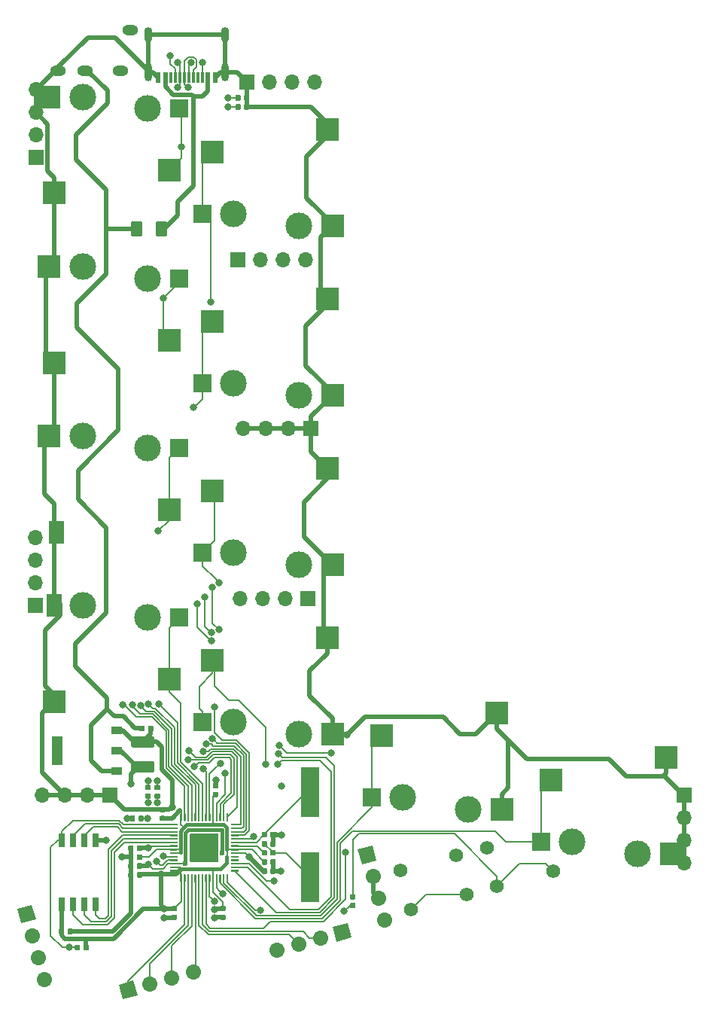
<source format=gbr>
G04 #@! TF.GenerationSoftware,KiCad,Pcbnew,(5.1.4)-1*
G04 #@! TF.CreationDate,2023-09-09T05:33:07-04:00*
G04 #@! TF.ProjectId,ThumbsUp,5468756d-6273-4557-902e-6b696361645f,rev?*
G04 #@! TF.SameCoordinates,Original*
G04 #@! TF.FileFunction,Copper,L2,Bot*
G04 #@! TF.FilePolarity,Positive*
%FSLAX46Y46*%
G04 Gerber Fmt 4.6, Leading zero omitted, Abs format (unit mm)*
G04 Created by KiCad (PCBNEW (5.1.4)-1) date 2023-09-09 05:33:07*
%MOMM*%
%LPD*%
G04 APERTURE LIST*
%ADD10R,2.550000X2.500000*%
%ADD11R,2.000000X2.000000*%
%ADD12C,3.000000*%
%ADD13R,1.700000X2.500000*%
%ADD14C,1.575000*%
%ADD15O,1.800000X1.200000*%
%ADD16C,0.100000*%
%ADD17C,0.200000*%
%ADD18C,0.600000*%
%ADD19C,3.200000*%
%ADD20R,0.600000X1.160000*%
%ADD21R,0.300000X1.160000*%
%ADD22O,0.900000X1.700000*%
%ADD23O,0.900000X2.000000*%
%ADD24R,1.300000X3.250000*%
%ADD25R,1.300000X0.950000*%
%ADD26O,1.700000X1.700000*%
%ADD27R,1.700000X1.700000*%
%ADD28C,0.590000*%
%ADD29C,1.250000*%
%ADD30C,1.700000*%
%ADD31C,1.700000*%
%ADD32R,2.100000X5.600000*%
%ADD33R,0.650000X1.650000*%
%ADD34C,0.800000*%
%ADD35C,0.200000*%
%ADD36C,0.500000*%
%ADD37C,0.400000*%
G04 APERTURE END LIST*
D10*
X156962025Y-410660323D03*
D11*
X171562025Y-412010323D03*
D12*
X168062025Y-412010323D03*
X160762025Y-410660323D03*
D13*
X157812025Y-421490323D03*
D10*
X170447025Y-418950323D03*
D13*
X157542025Y-429720322D03*
D11*
X171562025Y-431060322D03*
D12*
X168062025Y-431060322D03*
X160762025Y-429710322D03*
D10*
X157520025Y-440540322D03*
X170447025Y-438000322D03*
D14*
X202751651Y-457881047D03*
X203923921Y-462225674D03*
X196476079Y-459574326D03*
X197648349Y-463918953D03*
X213623921Y-459625674D03*
X206176079Y-456974326D03*
X207348349Y-461318953D03*
D15*
X166060000Y-365020000D03*
X164960000Y-369620000D03*
X160960000Y-369620000D03*
X157960000Y-369620000D03*
D10*
X188812025Y-444210322D03*
D11*
X174212025Y-442860322D03*
D12*
X177712025Y-442860322D03*
X185012025Y-444210322D03*
D10*
X188254025Y-433380322D03*
X175327025Y-435920322D03*
X188812025Y-387050000D03*
D11*
X174212025Y-385700000D03*
D12*
X177712025Y-385700000D03*
X185012025Y-387050000D03*
D10*
X188254025Y-376220000D03*
X175327025Y-378760000D03*
X156962026Y-372550000D03*
D11*
X171562026Y-373900000D03*
D12*
X168062026Y-373900000D03*
X160762026Y-372550000D03*
D10*
X157520026Y-383380000D03*
X170447026Y-380840000D03*
X226912025Y-457710322D03*
D11*
X212312025Y-456360322D03*
D12*
X215812025Y-456360322D03*
X223112025Y-457710322D03*
D10*
X226354025Y-446880322D03*
X213427025Y-449420322D03*
X207862025Y-452710323D03*
D11*
X193262025Y-451360323D03*
D12*
X196762025Y-451360323D03*
X204062025Y-452710323D03*
D10*
X207304025Y-441880323D03*
X194377025Y-444420323D03*
X188812025Y-425160322D03*
D11*
X174212025Y-423810322D03*
D12*
X177712025Y-423810322D03*
X185012025Y-425160322D03*
D10*
X188254025Y-414330322D03*
X175327025Y-416870322D03*
X156962026Y-391610322D03*
D11*
X171562026Y-392960322D03*
D12*
X168062026Y-392960322D03*
X160762026Y-391610322D03*
D10*
X157520026Y-402440322D03*
X170447026Y-399900322D03*
X188812025Y-406110323D03*
D11*
X174212025Y-404760323D03*
D12*
X177712025Y-404760323D03*
X185012025Y-406110323D03*
D10*
X188254025Y-395280323D03*
X175327025Y-397820323D03*
D16*
G36*
X171354901Y-454300241D02*
G01*
X171359755Y-454300961D01*
X171364514Y-454302153D01*
X171369134Y-454303806D01*
X171373570Y-454305904D01*
X171377779Y-454308427D01*
X171381720Y-454311349D01*
X171385355Y-454314645D01*
X171388651Y-454318280D01*
X171391573Y-454322221D01*
X171394096Y-454326430D01*
X171396194Y-454330866D01*
X171397847Y-454335486D01*
X171399039Y-454340245D01*
X171399759Y-454345099D01*
X171400000Y-454350000D01*
X171400000Y-454450000D01*
X171399759Y-454454901D01*
X171399039Y-454459755D01*
X171397847Y-454464514D01*
X171396194Y-454469134D01*
X171394096Y-454473570D01*
X171391573Y-454477779D01*
X171388651Y-454481720D01*
X171385355Y-454485355D01*
X171381720Y-454488651D01*
X171377779Y-454491573D01*
X171373570Y-454494096D01*
X171369134Y-454496194D01*
X171364514Y-454497847D01*
X171359755Y-454499039D01*
X171354901Y-454499759D01*
X171350000Y-454500000D01*
X170575000Y-454500000D01*
X170570099Y-454499759D01*
X170565245Y-454499039D01*
X170560486Y-454497847D01*
X170555866Y-454496194D01*
X170551430Y-454494096D01*
X170547221Y-454491573D01*
X170543280Y-454488651D01*
X170539645Y-454485355D01*
X170536349Y-454481720D01*
X170533427Y-454477779D01*
X170530904Y-454473570D01*
X170528806Y-454469134D01*
X170527153Y-454464514D01*
X170525961Y-454459755D01*
X170525241Y-454454901D01*
X170525000Y-454450000D01*
X170525000Y-454350000D01*
X170525241Y-454345099D01*
X170525961Y-454340245D01*
X170527153Y-454335486D01*
X170528806Y-454330866D01*
X170530904Y-454326430D01*
X170533427Y-454322221D01*
X170536349Y-454318280D01*
X170539645Y-454314645D01*
X170543280Y-454311349D01*
X170547221Y-454308427D01*
X170551430Y-454305904D01*
X170555866Y-454303806D01*
X170560486Y-454302153D01*
X170565245Y-454300961D01*
X170570099Y-454300241D01*
X170575000Y-454300000D01*
X171350000Y-454300000D01*
X171354901Y-454300241D01*
X171354901Y-454300241D01*
G37*
D17*
X170962500Y-454400000D03*
D16*
G36*
X171354901Y-454700241D02*
G01*
X171359755Y-454700961D01*
X171364514Y-454702153D01*
X171369134Y-454703806D01*
X171373570Y-454705904D01*
X171377779Y-454708427D01*
X171381720Y-454711349D01*
X171385355Y-454714645D01*
X171388651Y-454718280D01*
X171391573Y-454722221D01*
X171394096Y-454726430D01*
X171396194Y-454730866D01*
X171397847Y-454735486D01*
X171399039Y-454740245D01*
X171399759Y-454745099D01*
X171400000Y-454750000D01*
X171400000Y-454850000D01*
X171399759Y-454854901D01*
X171399039Y-454859755D01*
X171397847Y-454864514D01*
X171396194Y-454869134D01*
X171394096Y-454873570D01*
X171391573Y-454877779D01*
X171388651Y-454881720D01*
X171385355Y-454885355D01*
X171381720Y-454888651D01*
X171377779Y-454891573D01*
X171373570Y-454894096D01*
X171369134Y-454896194D01*
X171364514Y-454897847D01*
X171359755Y-454899039D01*
X171354901Y-454899759D01*
X171350000Y-454900000D01*
X170575000Y-454900000D01*
X170570099Y-454899759D01*
X170565245Y-454899039D01*
X170560486Y-454897847D01*
X170555866Y-454896194D01*
X170551430Y-454894096D01*
X170547221Y-454891573D01*
X170543280Y-454888651D01*
X170539645Y-454885355D01*
X170536349Y-454881720D01*
X170533427Y-454877779D01*
X170530904Y-454873570D01*
X170528806Y-454869134D01*
X170527153Y-454864514D01*
X170525961Y-454859755D01*
X170525241Y-454854901D01*
X170525000Y-454850000D01*
X170525000Y-454750000D01*
X170525241Y-454745099D01*
X170525961Y-454740245D01*
X170527153Y-454735486D01*
X170528806Y-454730866D01*
X170530904Y-454726430D01*
X170533427Y-454722221D01*
X170536349Y-454718280D01*
X170539645Y-454714645D01*
X170543280Y-454711349D01*
X170547221Y-454708427D01*
X170551430Y-454705904D01*
X170555866Y-454703806D01*
X170560486Y-454702153D01*
X170565245Y-454700961D01*
X170570099Y-454700241D01*
X170575000Y-454700000D01*
X171350000Y-454700000D01*
X171354901Y-454700241D01*
X171354901Y-454700241D01*
G37*
D17*
X170962500Y-454800000D03*
D16*
G36*
X171354901Y-455100241D02*
G01*
X171359755Y-455100961D01*
X171364514Y-455102153D01*
X171369134Y-455103806D01*
X171373570Y-455105904D01*
X171377779Y-455108427D01*
X171381720Y-455111349D01*
X171385355Y-455114645D01*
X171388651Y-455118280D01*
X171391573Y-455122221D01*
X171394096Y-455126430D01*
X171396194Y-455130866D01*
X171397847Y-455135486D01*
X171399039Y-455140245D01*
X171399759Y-455145099D01*
X171400000Y-455150000D01*
X171400000Y-455250000D01*
X171399759Y-455254901D01*
X171399039Y-455259755D01*
X171397847Y-455264514D01*
X171396194Y-455269134D01*
X171394096Y-455273570D01*
X171391573Y-455277779D01*
X171388651Y-455281720D01*
X171385355Y-455285355D01*
X171381720Y-455288651D01*
X171377779Y-455291573D01*
X171373570Y-455294096D01*
X171369134Y-455296194D01*
X171364514Y-455297847D01*
X171359755Y-455299039D01*
X171354901Y-455299759D01*
X171350000Y-455300000D01*
X170575000Y-455300000D01*
X170570099Y-455299759D01*
X170565245Y-455299039D01*
X170560486Y-455297847D01*
X170555866Y-455296194D01*
X170551430Y-455294096D01*
X170547221Y-455291573D01*
X170543280Y-455288651D01*
X170539645Y-455285355D01*
X170536349Y-455281720D01*
X170533427Y-455277779D01*
X170530904Y-455273570D01*
X170528806Y-455269134D01*
X170527153Y-455264514D01*
X170525961Y-455259755D01*
X170525241Y-455254901D01*
X170525000Y-455250000D01*
X170525000Y-455150000D01*
X170525241Y-455145099D01*
X170525961Y-455140245D01*
X170527153Y-455135486D01*
X170528806Y-455130866D01*
X170530904Y-455126430D01*
X170533427Y-455122221D01*
X170536349Y-455118280D01*
X170539645Y-455114645D01*
X170543280Y-455111349D01*
X170547221Y-455108427D01*
X170551430Y-455105904D01*
X170555866Y-455103806D01*
X170560486Y-455102153D01*
X170565245Y-455100961D01*
X170570099Y-455100241D01*
X170575000Y-455100000D01*
X171350000Y-455100000D01*
X171354901Y-455100241D01*
X171354901Y-455100241D01*
G37*
D17*
X170962500Y-455200000D03*
D16*
G36*
X171354901Y-455500241D02*
G01*
X171359755Y-455500961D01*
X171364514Y-455502153D01*
X171369134Y-455503806D01*
X171373570Y-455505904D01*
X171377779Y-455508427D01*
X171381720Y-455511349D01*
X171385355Y-455514645D01*
X171388651Y-455518280D01*
X171391573Y-455522221D01*
X171394096Y-455526430D01*
X171396194Y-455530866D01*
X171397847Y-455535486D01*
X171399039Y-455540245D01*
X171399759Y-455545099D01*
X171400000Y-455550000D01*
X171400000Y-455650000D01*
X171399759Y-455654901D01*
X171399039Y-455659755D01*
X171397847Y-455664514D01*
X171396194Y-455669134D01*
X171394096Y-455673570D01*
X171391573Y-455677779D01*
X171388651Y-455681720D01*
X171385355Y-455685355D01*
X171381720Y-455688651D01*
X171377779Y-455691573D01*
X171373570Y-455694096D01*
X171369134Y-455696194D01*
X171364514Y-455697847D01*
X171359755Y-455699039D01*
X171354901Y-455699759D01*
X171350000Y-455700000D01*
X170575000Y-455700000D01*
X170570099Y-455699759D01*
X170565245Y-455699039D01*
X170560486Y-455697847D01*
X170555866Y-455696194D01*
X170551430Y-455694096D01*
X170547221Y-455691573D01*
X170543280Y-455688651D01*
X170539645Y-455685355D01*
X170536349Y-455681720D01*
X170533427Y-455677779D01*
X170530904Y-455673570D01*
X170528806Y-455669134D01*
X170527153Y-455664514D01*
X170525961Y-455659755D01*
X170525241Y-455654901D01*
X170525000Y-455650000D01*
X170525000Y-455550000D01*
X170525241Y-455545099D01*
X170525961Y-455540245D01*
X170527153Y-455535486D01*
X170528806Y-455530866D01*
X170530904Y-455526430D01*
X170533427Y-455522221D01*
X170536349Y-455518280D01*
X170539645Y-455514645D01*
X170543280Y-455511349D01*
X170547221Y-455508427D01*
X170551430Y-455505904D01*
X170555866Y-455503806D01*
X170560486Y-455502153D01*
X170565245Y-455500961D01*
X170570099Y-455500241D01*
X170575000Y-455500000D01*
X171350000Y-455500000D01*
X171354901Y-455500241D01*
X171354901Y-455500241D01*
G37*
D17*
X170962500Y-455600000D03*
D16*
G36*
X171354901Y-455900241D02*
G01*
X171359755Y-455900961D01*
X171364514Y-455902153D01*
X171369134Y-455903806D01*
X171373570Y-455905904D01*
X171377779Y-455908427D01*
X171381720Y-455911349D01*
X171385355Y-455914645D01*
X171388651Y-455918280D01*
X171391573Y-455922221D01*
X171394096Y-455926430D01*
X171396194Y-455930866D01*
X171397847Y-455935486D01*
X171399039Y-455940245D01*
X171399759Y-455945099D01*
X171400000Y-455950000D01*
X171400000Y-456050000D01*
X171399759Y-456054901D01*
X171399039Y-456059755D01*
X171397847Y-456064514D01*
X171396194Y-456069134D01*
X171394096Y-456073570D01*
X171391573Y-456077779D01*
X171388651Y-456081720D01*
X171385355Y-456085355D01*
X171381720Y-456088651D01*
X171377779Y-456091573D01*
X171373570Y-456094096D01*
X171369134Y-456096194D01*
X171364514Y-456097847D01*
X171359755Y-456099039D01*
X171354901Y-456099759D01*
X171350000Y-456100000D01*
X170575000Y-456100000D01*
X170570099Y-456099759D01*
X170565245Y-456099039D01*
X170560486Y-456097847D01*
X170555866Y-456096194D01*
X170551430Y-456094096D01*
X170547221Y-456091573D01*
X170543280Y-456088651D01*
X170539645Y-456085355D01*
X170536349Y-456081720D01*
X170533427Y-456077779D01*
X170530904Y-456073570D01*
X170528806Y-456069134D01*
X170527153Y-456064514D01*
X170525961Y-456059755D01*
X170525241Y-456054901D01*
X170525000Y-456050000D01*
X170525000Y-455950000D01*
X170525241Y-455945099D01*
X170525961Y-455940245D01*
X170527153Y-455935486D01*
X170528806Y-455930866D01*
X170530904Y-455926430D01*
X170533427Y-455922221D01*
X170536349Y-455918280D01*
X170539645Y-455914645D01*
X170543280Y-455911349D01*
X170547221Y-455908427D01*
X170551430Y-455905904D01*
X170555866Y-455903806D01*
X170560486Y-455902153D01*
X170565245Y-455900961D01*
X170570099Y-455900241D01*
X170575000Y-455900000D01*
X171350000Y-455900000D01*
X171354901Y-455900241D01*
X171354901Y-455900241D01*
G37*
D17*
X170962500Y-456000000D03*
D16*
G36*
X171354901Y-456300241D02*
G01*
X171359755Y-456300961D01*
X171364514Y-456302153D01*
X171369134Y-456303806D01*
X171373570Y-456305904D01*
X171377779Y-456308427D01*
X171381720Y-456311349D01*
X171385355Y-456314645D01*
X171388651Y-456318280D01*
X171391573Y-456322221D01*
X171394096Y-456326430D01*
X171396194Y-456330866D01*
X171397847Y-456335486D01*
X171399039Y-456340245D01*
X171399759Y-456345099D01*
X171400000Y-456350000D01*
X171400000Y-456450000D01*
X171399759Y-456454901D01*
X171399039Y-456459755D01*
X171397847Y-456464514D01*
X171396194Y-456469134D01*
X171394096Y-456473570D01*
X171391573Y-456477779D01*
X171388651Y-456481720D01*
X171385355Y-456485355D01*
X171381720Y-456488651D01*
X171377779Y-456491573D01*
X171373570Y-456494096D01*
X171369134Y-456496194D01*
X171364514Y-456497847D01*
X171359755Y-456499039D01*
X171354901Y-456499759D01*
X171350000Y-456500000D01*
X170575000Y-456500000D01*
X170570099Y-456499759D01*
X170565245Y-456499039D01*
X170560486Y-456497847D01*
X170555866Y-456496194D01*
X170551430Y-456494096D01*
X170547221Y-456491573D01*
X170543280Y-456488651D01*
X170539645Y-456485355D01*
X170536349Y-456481720D01*
X170533427Y-456477779D01*
X170530904Y-456473570D01*
X170528806Y-456469134D01*
X170527153Y-456464514D01*
X170525961Y-456459755D01*
X170525241Y-456454901D01*
X170525000Y-456450000D01*
X170525000Y-456350000D01*
X170525241Y-456345099D01*
X170525961Y-456340245D01*
X170527153Y-456335486D01*
X170528806Y-456330866D01*
X170530904Y-456326430D01*
X170533427Y-456322221D01*
X170536349Y-456318280D01*
X170539645Y-456314645D01*
X170543280Y-456311349D01*
X170547221Y-456308427D01*
X170551430Y-456305904D01*
X170555866Y-456303806D01*
X170560486Y-456302153D01*
X170565245Y-456300961D01*
X170570099Y-456300241D01*
X170575000Y-456300000D01*
X171350000Y-456300000D01*
X171354901Y-456300241D01*
X171354901Y-456300241D01*
G37*
D17*
X170962500Y-456400000D03*
D16*
G36*
X171354901Y-456700241D02*
G01*
X171359755Y-456700961D01*
X171364514Y-456702153D01*
X171369134Y-456703806D01*
X171373570Y-456705904D01*
X171377779Y-456708427D01*
X171381720Y-456711349D01*
X171385355Y-456714645D01*
X171388651Y-456718280D01*
X171391573Y-456722221D01*
X171394096Y-456726430D01*
X171396194Y-456730866D01*
X171397847Y-456735486D01*
X171399039Y-456740245D01*
X171399759Y-456745099D01*
X171400000Y-456750000D01*
X171400000Y-456850000D01*
X171399759Y-456854901D01*
X171399039Y-456859755D01*
X171397847Y-456864514D01*
X171396194Y-456869134D01*
X171394096Y-456873570D01*
X171391573Y-456877779D01*
X171388651Y-456881720D01*
X171385355Y-456885355D01*
X171381720Y-456888651D01*
X171377779Y-456891573D01*
X171373570Y-456894096D01*
X171369134Y-456896194D01*
X171364514Y-456897847D01*
X171359755Y-456899039D01*
X171354901Y-456899759D01*
X171350000Y-456900000D01*
X170575000Y-456900000D01*
X170570099Y-456899759D01*
X170565245Y-456899039D01*
X170560486Y-456897847D01*
X170555866Y-456896194D01*
X170551430Y-456894096D01*
X170547221Y-456891573D01*
X170543280Y-456888651D01*
X170539645Y-456885355D01*
X170536349Y-456881720D01*
X170533427Y-456877779D01*
X170530904Y-456873570D01*
X170528806Y-456869134D01*
X170527153Y-456864514D01*
X170525961Y-456859755D01*
X170525241Y-456854901D01*
X170525000Y-456850000D01*
X170525000Y-456750000D01*
X170525241Y-456745099D01*
X170525961Y-456740245D01*
X170527153Y-456735486D01*
X170528806Y-456730866D01*
X170530904Y-456726430D01*
X170533427Y-456722221D01*
X170536349Y-456718280D01*
X170539645Y-456714645D01*
X170543280Y-456711349D01*
X170547221Y-456708427D01*
X170551430Y-456705904D01*
X170555866Y-456703806D01*
X170560486Y-456702153D01*
X170565245Y-456700961D01*
X170570099Y-456700241D01*
X170575000Y-456700000D01*
X171350000Y-456700000D01*
X171354901Y-456700241D01*
X171354901Y-456700241D01*
G37*
D17*
X170962500Y-456800000D03*
D16*
G36*
X171354901Y-457100241D02*
G01*
X171359755Y-457100961D01*
X171364514Y-457102153D01*
X171369134Y-457103806D01*
X171373570Y-457105904D01*
X171377779Y-457108427D01*
X171381720Y-457111349D01*
X171385355Y-457114645D01*
X171388651Y-457118280D01*
X171391573Y-457122221D01*
X171394096Y-457126430D01*
X171396194Y-457130866D01*
X171397847Y-457135486D01*
X171399039Y-457140245D01*
X171399759Y-457145099D01*
X171400000Y-457150000D01*
X171400000Y-457250000D01*
X171399759Y-457254901D01*
X171399039Y-457259755D01*
X171397847Y-457264514D01*
X171396194Y-457269134D01*
X171394096Y-457273570D01*
X171391573Y-457277779D01*
X171388651Y-457281720D01*
X171385355Y-457285355D01*
X171381720Y-457288651D01*
X171377779Y-457291573D01*
X171373570Y-457294096D01*
X171369134Y-457296194D01*
X171364514Y-457297847D01*
X171359755Y-457299039D01*
X171354901Y-457299759D01*
X171350000Y-457300000D01*
X170575000Y-457300000D01*
X170570099Y-457299759D01*
X170565245Y-457299039D01*
X170560486Y-457297847D01*
X170555866Y-457296194D01*
X170551430Y-457294096D01*
X170547221Y-457291573D01*
X170543280Y-457288651D01*
X170539645Y-457285355D01*
X170536349Y-457281720D01*
X170533427Y-457277779D01*
X170530904Y-457273570D01*
X170528806Y-457269134D01*
X170527153Y-457264514D01*
X170525961Y-457259755D01*
X170525241Y-457254901D01*
X170525000Y-457250000D01*
X170525000Y-457150000D01*
X170525241Y-457145099D01*
X170525961Y-457140245D01*
X170527153Y-457135486D01*
X170528806Y-457130866D01*
X170530904Y-457126430D01*
X170533427Y-457122221D01*
X170536349Y-457118280D01*
X170539645Y-457114645D01*
X170543280Y-457111349D01*
X170547221Y-457108427D01*
X170551430Y-457105904D01*
X170555866Y-457103806D01*
X170560486Y-457102153D01*
X170565245Y-457100961D01*
X170570099Y-457100241D01*
X170575000Y-457100000D01*
X171350000Y-457100000D01*
X171354901Y-457100241D01*
X171354901Y-457100241D01*
G37*
D17*
X170962500Y-457200000D03*
D16*
G36*
X171354901Y-457500241D02*
G01*
X171359755Y-457500961D01*
X171364514Y-457502153D01*
X171369134Y-457503806D01*
X171373570Y-457505904D01*
X171377779Y-457508427D01*
X171381720Y-457511349D01*
X171385355Y-457514645D01*
X171388651Y-457518280D01*
X171391573Y-457522221D01*
X171394096Y-457526430D01*
X171396194Y-457530866D01*
X171397847Y-457535486D01*
X171399039Y-457540245D01*
X171399759Y-457545099D01*
X171400000Y-457550000D01*
X171400000Y-457650000D01*
X171399759Y-457654901D01*
X171399039Y-457659755D01*
X171397847Y-457664514D01*
X171396194Y-457669134D01*
X171394096Y-457673570D01*
X171391573Y-457677779D01*
X171388651Y-457681720D01*
X171385355Y-457685355D01*
X171381720Y-457688651D01*
X171377779Y-457691573D01*
X171373570Y-457694096D01*
X171369134Y-457696194D01*
X171364514Y-457697847D01*
X171359755Y-457699039D01*
X171354901Y-457699759D01*
X171350000Y-457700000D01*
X170575000Y-457700000D01*
X170570099Y-457699759D01*
X170565245Y-457699039D01*
X170560486Y-457697847D01*
X170555866Y-457696194D01*
X170551430Y-457694096D01*
X170547221Y-457691573D01*
X170543280Y-457688651D01*
X170539645Y-457685355D01*
X170536349Y-457681720D01*
X170533427Y-457677779D01*
X170530904Y-457673570D01*
X170528806Y-457669134D01*
X170527153Y-457664514D01*
X170525961Y-457659755D01*
X170525241Y-457654901D01*
X170525000Y-457650000D01*
X170525000Y-457550000D01*
X170525241Y-457545099D01*
X170525961Y-457540245D01*
X170527153Y-457535486D01*
X170528806Y-457530866D01*
X170530904Y-457526430D01*
X170533427Y-457522221D01*
X170536349Y-457518280D01*
X170539645Y-457514645D01*
X170543280Y-457511349D01*
X170547221Y-457508427D01*
X170551430Y-457505904D01*
X170555866Y-457503806D01*
X170560486Y-457502153D01*
X170565245Y-457500961D01*
X170570099Y-457500241D01*
X170575000Y-457500000D01*
X171350000Y-457500000D01*
X171354901Y-457500241D01*
X171354901Y-457500241D01*
G37*
D17*
X170962500Y-457600000D03*
D16*
G36*
X171354901Y-457900241D02*
G01*
X171359755Y-457900961D01*
X171364514Y-457902153D01*
X171369134Y-457903806D01*
X171373570Y-457905904D01*
X171377779Y-457908427D01*
X171381720Y-457911349D01*
X171385355Y-457914645D01*
X171388651Y-457918280D01*
X171391573Y-457922221D01*
X171394096Y-457926430D01*
X171396194Y-457930866D01*
X171397847Y-457935486D01*
X171399039Y-457940245D01*
X171399759Y-457945099D01*
X171400000Y-457950000D01*
X171400000Y-458050000D01*
X171399759Y-458054901D01*
X171399039Y-458059755D01*
X171397847Y-458064514D01*
X171396194Y-458069134D01*
X171394096Y-458073570D01*
X171391573Y-458077779D01*
X171388651Y-458081720D01*
X171385355Y-458085355D01*
X171381720Y-458088651D01*
X171377779Y-458091573D01*
X171373570Y-458094096D01*
X171369134Y-458096194D01*
X171364514Y-458097847D01*
X171359755Y-458099039D01*
X171354901Y-458099759D01*
X171350000Y-458100000D01*
X170575000Y-458100000D01*
X170570099Y-458099759D01*
X170565245Y-458099039D01*
X170560486Y-458097847D01*
X170555866Y-458096194D01*
X170551430Y-458094096D01*
X170547221Y-458091573D01*
X170543280Y-458088651D01*
X170539645Y-458085355D01*
X170536349Y-458081720D01*
X170533427Y-458077779D01*
X170530904Y-458073570D01*
X170528806Y-458069134D01*
X170527153Y-458064514D01*
X170525961Y-458059755D01*
X170525241Y-458054901D01*
X170525000Y-458050000D01*
X170525000Y-457950000D01*
X170525241Y-457945099D01*
X170525961Y-457940245D01*
X170527153Y-457935486D01*
X170528806Y-457930866D01*
X170530904Y-457926430D01*
X170533427Y-457922221D01*
X170536349Y-457918280D01*
X170539645Y-457914645D01*
X170543280Y-457911349D01*
X170547221Y-457908427D01*
X170551430Y-457905904D01*
X170555866Y-457903806D01*
X170560486Y-457902153D01*
X170565245Y-457900961D01*
X170570099Y-457900241D01*
X170575000Y-457900000D01*
X171350000Y-457900000D01*
X171354901Y-457900241D01*
X171354901Y-457900241D01*
G37*
D17*
X170962500Y-458000000D03*
D16*
G36*
X171354901Y-458300241D02*
G01*
X171359755Y-458300961D01*
X171364514Y-458302153D01*
X171369134Y-458303806D01*
X171373570Y-458305904D01*
X171377779Y-458308427D01*
X171381720Y-458311349D01*
X171385355Y-458314645D01*
X171388651Y-458318280D01*
X171391573Y-458322221D01*
X171394096Y-458326430D01*
X171396194Y-458330866D01*
X171397847Y-458335486D01*
X171399039Y-458340245D01*
X171399759Y-458345099D01*
X171400000Y-458350000D01*
X171400000Y-458450000D01*
X171399759Y-458454901D01*
X171399039Y-458459755D01*
X171397847Y-458464514D01*
X171396194Y-458469134D01*
X171394096Y-458473570D01*
X171391573Y-458477779D01*
X171388651Y-458481720D01*
X171385355Y-458485355D01*
X171381720Y-458488651D01*
X171377779Y-458491573D01*
X171373570Y-458494096D01*
X171369134Y-458496194D01*
X171364514Y-458497847D01*
X171359755Y-458499039D01*
X171354901Y-458499759D01*
X171350000Y-458500000D01*
X170575000Y-458500000D01*
X170570099Y-458499759D01*
X170565245Y-458499039D01*
X170560486Y-458497847D01*
X170555866Y-458496194D01*
X170551430Y-458494096D01*
X170547221Y-458491573D01*
X170543280Y-458488651D01*
X170539645Y-458485355D01*
X170536349Y-458481720D01*
X170533427Y-458477779D01*
X170530904Y-458473570D01*
X170528806Y-458469134D01*
X170527153Y-458464514D01*
X170525961Y-458459755D01*
X170525241Y-458454901D01*
X170525000Y-458450000D01*
X170525000Y-458350000D01*
X170525241Y-458345099D01*
X170525961Y-458340245D01*
X170527153Y-458335486D01*
X170528806Y-458330866D01*
X170530904Y-458326430D01*
X170533427Y-458322221D01*
X170536349Y-458318280D01*
X170539645Y-458314645D01*
X170543280Y-458311349D01*
X170547221Y-458308427D01*
X170551430Y-458305904D01*
X170555866Y-458303806D01*
X170560486Y-458302153D01*
X170565245Y-458300961D01*
X170570099Y-458300241D01*
X170575000Y-458300000D01*
X171350000Y-458300000D01*
X171354901Y-458300241D01*
X171354901Y-458300241D01*
G37*
D17*
X170962500Y-458400000D03*
D16*
G36*
X171354901Y-458700241D02*
G01*
X171359755Y-458700961D01*
X171364514Y-458702153D01*
X171369134Y-458703806D01*
X171373570Y-458705904D01*
X171377779Y-458708427D01*
X171381720Y-458711349D01*
X171385355Y-458714645D01*
X171388651Y-458718280D01*
X171391573Y-458722221D01*
X171394096Y-458726430D01*
X171396194Y-458730866D01*
X171397847Y-458735486D01*
X171399039Y-458740245D01*
X171399759Y-458745099D01*
X171400000Y-458750000D01*
X171400000Y-458850000D01*
X171399759Y-458854901D01*
X171399039Y-458859755D01*
X171397847Y-458864514D01*
X171396194Y-458869134D01*
X171394096Y-458873570D01*
X171391573Y-458877779D01*
X171388651Y-458881720D01*
X171385355Y-458885355D01*
X171381720Y-458888651D01*
X171377779Y-458891573D01*
X171373570Y-458894096D01*
X171369134Y-458896194D01*
X171364514Y-458897847D01*
X171359755Y-458899039D01*
X171354901Y-458899759D01*
X171350000Y-458900000D01*
X170575000Y-458900000D01*
X170570099Y-458899759D01*
X170565245Y-458899039D01*
X170560486Y-458897847D01*
X170555866Y-458896194D01*
X170551430Y-458894096D01*
X170547221Y-458891573D01*
X170543280Y-458888651D01*
X170539645Y-458885355D01*
X170536349Y-458881720D01*
X170533427Y-458877779D01*
X170530904Y-458873570D01*
X170528806Y-458869134D01*
X170527153Y-458864514D01*
X170525961Y-458859755D01*
X170525241Y-458854901D01*
X170525000Y-458850000D01*
X170525000Y-458750000D01*
X170525241Y-458745099D01*
X170525961Y-458740245D01*
X170527153Y-458735486D01*
X170528806Y-458730866D01*
X170530904Y-458726430D01*
X170533427Y-458722221D01*
X170536349Y-458718280D01*
X170539645Y-458714645D01*
X170543280Y-458711349D01*
X170547221Y-458708427D01*
X170551430Y-458705904D01*
X170555866Y-458703806D01*
X170560486Y-458702153D01*
X170565245Y-458700961D01*
X170570099Y-458700241D01*
X170575000Y-458700000D01*
X171350000Y-458700000D01*
X171354901Y-458700241D01*
X171354901Y-458700241D01*
G37*
D17*
X170962500Y-458800000D03*
D16*
G36*
X171354901Y-459100241D02*
G01*
X171359755Y-459100961D01*
X171364514Y-459102153D01*
X171369134Y-459103806D01*
X171373570Y-459105904D01*
X171377779Y-459108427D01*
X171381720Y-459111349D01*
X171385355Y-459114645D01*
X171388651Y-459118280D01*
X171391573Y-459122221D01*
X171394096Y-459126430D01*
X171396194Y-459130866D01*
X171397847Y-459135486D01*
X171399039Y-459140245D01*
X171399759Y-459145099D01*
X171400000Y-459150000D01*
X171400000Y-459250000D01*
X171399759Y-459254901D01*
X171399039Y-459259755D01*
X171397847Y-459264514D01*
X171396194Y-459269134D01*
X171394096Y-459273570D01*
X171391573Y-459277779D01*
X171388651Y-459281720D01*
X171385355Y-459285355D01*
X171381720Y-459288651D01*
X171377779Y-459291573D01*
X171373570Y-459294096D01*
X171369134Y-459296194D01*
X171364514Y-459297847D01*
X171359755Y-459299039D01*
X171354901Y-459299759D01*
X171350000Y-459300000D01*
X170575000Y-459300000D01*
X170570099Y-459299759D01*
X170565245Y-459299039D01*
X170560486Y-459297847D01*
X170555866Y-459296194D01*
X170551430Y-459294096D01*
X170547221Y-459291573D01*
X170543280Y-459288651D01*
X170539645Y-459285355D01*
X170536349Y-459281720D01*
X170533427Y-459277779D01*
X170530904Y-459273570D01*
X170528806Y-459269134D01*
X170527153Y-459264514D01*
X170525961Y-459259755D01*
X170525241Y-459254901D01*
X170525000Y-459250000D01*
X170525000Y-459150000D01*
X170525241Y-459145099D01*
X170525961Y-459140245D01*
X170527153Y-459135486D01*
X170528806Y-459130866D01*
X170530904Y-459126430D01*
X170533427Y-459122221D01*
X170536349Y-459118280D01*
X170539645Y-459114645D01*
X170543280Y-459111349D01*
X170547221Y-459108427D01*
X170551430Y-459105904D01*
X170555866Y-459103806D01*
X170560486Y-459102153D01*
X170565245Y-459100961D01*
X170570099Y-459100241D01*
X170575000Y-459100000D01*
X171350000Y-459100000D01*
X171354901Y-459100241D01*
X171354901Y-459100241D01*
G37*
D17*
X170962500Y-459200000D03*
D16*
G36*
X171354901Y-459500241D02*
G01*
X171359755Y-459500961D01*
X171364514Y-459502153D01*
X171369134Y-459503806D01*
X171373570Y-459505904D01*
X171377779Y-459508427D01*
X171381720Y-459511349D01*
X171385355Y-459514645D01*
X171388651Y-459518280D01*
X171391573Y-459522221D01*
X171394096Y-459526430D01*
X171396194Y-459530866D01*
X171397847Y-459535486D01*
X171399039Y-459540245D01*
X171399759Y-459545099D01*
X171400000Y-459550000D01*
X171400000Y-459650000D01*
X171399759Y-459654901D01*
X171399039Y-459659755D01*
X171397847Y-459664514D01*
X171396194Y-459669134D01*
X171394096Y-459673570D01*
X171391573Y-459677779D01*
X171388651Y-459681720D01*
X171385355Y-459685355D01*
X171381720Y-459688651D01*
X171377779Y-459691573D01*
X171373570Y-459694096D01*
X171369134Y-459696194D01*
X171364514Y-459697847D01*
X171359755Y-459699039D01*
X171354901Y-459699759D01*
X171350000Y-459700000D01*
X170575000Y-459700000D01*
X170570099Y-459699759D01*
X170565245Y-459699039D01*
X170560486Y-459697847D01*
X170555866Y-459696194D01*
X170551430Y-459694096D01*
X170547221Y-459691573D01*
X170543280Y-459688651D01*
X170539645Y-459685355D01*
X170536349Y-459681720D01*
X170533427Y-459677779D01*
X170530904Y-459673570D01*
X170528806Y-459669134D01*
X170527153Y-459664514D01*
X170525961Y-459659755D01*
X170525241Y-459654901D01*
X170525000Y-459650000D01*
X170525000Y-459550000D01*
X170525241Y-459545099D01*
X170525961Y-459540245D01*
X170527153Y-459535486D01*
X170528806Y-459530866D01*
X170530904Y-459526430D01*
X170533427Y-459522221D01*
X170536349Y-459518280D01*
X170539645Y-459514645D01*
X170543280Y-459511349D01*
X170547221Y-459508427D01*
X170551430Y-459505904D01*
X170555866Y-459503806D01*
X170560486Y-459502153D01*
X170565245Y-459500961D01*
X170570099Y-459500241D01*
X170575000Y-459500000D01*
X171350000Y-459500000D01*
X171354901Y-459500241D01*
X171354901Y-459500241D01*
G37*
D17*
X170962500Y-459600000D03*
D16*
G36*
X171854901Y-460000241D02*
G01*
X171859755Y-460000961D01*
X171864514Y-460002153D01*
X171869134Y-460003806D01*
X171873570Y-460005904D01*
X171877779Y-460008427D01*
X171881720Y-460011349D01*
X171885355Y-460014645D01*
X171888651Y-460018280D01*
X171891573Y-460022221D01*
X171894096Y-460026430D01*
X171896194Y-460030866D01*
X171897847Y-460035486D01*
X171899039Y-460040245D01*
X171899759Y-460045099D01*
X171900000Y-460050000D01*
X171900000Y-460825000D01*
X171899759Y-460829901D01*
X171899039Y-460834755D01*
X171897847Y-460839514D01*
X171896194Y-460844134D01*
X171894096Y-460848570D01*
X171891573Y-460852779D01*
X171888651Y-460856720D01*
X171885355Y-460860355D01*
X171881720Y-460863651D01*
X171877779Y-460866573D01*
X171873570Y-460869096D01*
X171869134Y-460871194D01*
X171864514Y-460872847D01*
X171859755Y-460874039D01*
X171854901Y-460874759D01*
X171850000Y-460875000D01*
X171750000Y-460875000D01*
X171745099Y-460874759D01*
X171740245Y-460874039D01*
X171735486Y-460872847D01*
X171730866Y-460871194D01*
X171726430Y-460869096D01*
X171722221Y-460866573D01*
X171718280Y-460863651D01*
X171714645Y-460860355D01*
X171711349Y-460856720D01*
X171708427Y-460852779D01*
X171705904Y-460848570D01*
X171703806Y-460844134D01*
X171702153Y-460839514D01*
X171700961Y-460834755D01*
X171700241Y-460829901D01*
X171700000Y-460825000D01*
X171700000Y-460050000D01*
X171700241Y-460045099D01*
X171700961Y-460040245D01*
X171702153Y-460035486D01*
X171703806Y-460030866D01*
X171705904Y-460026430D01*
X171708427Y-460022221D01*
X171711349Y-460018280D01*
X171714645Y-460014645D01*
X171718280Y-460011349D01*
X171722221Y-460008427D01*
X171726430Y-460005904D01*
X171730866Y-460003806D01*
X171735486Y-460002153D01*
X171740245Y-460000961D01*
X171745099Y-460000241D01*
X171750000Y-460000000D01*
X171850000Y-460000000D01*
X171854901Y-460000241D01*
X171854901Y-460000241D01*
G37*
D17*
X171800000Y-460437500D03*
D16*
G36*
X172254901Y-460000241D02*
G01*
X172259755Y-460000961D01*
X172264514Y-460002153D01*
X172269134Y-460003806D01*
X172273570Y-460005904D01*
X172277779Y-460008427D01*
X172281720Y-460011349D01*
X172285355Y-460014645D01*
X172288651Y-460018280D01*
X172291573Y-460022221D01*
X172294096Y-460026430D01*
X172296194Y-460030866D01*
X172297847Y-460035486D01*
X172299039Y-460040245D01*
X172299759Y-460045099D01*
X172300000Y-460050000D01*
X172300000Y-460825000D01*
X172299759Y-460829901D01*
X172299039Y-460834755D01*
X172297847Y-460839514D01*
X172296194Y-460844134D01*
X172294096Y-460848570D01*
X172291573Y-460852779D01*
X172288651Y-460856720D01*
X172285355Y-460860355D01*
X172281720Y-460863651D01*
X172277779Y-460866573D01*
X172273570Y-460869096D01*
X172269134Y-460871194D01*
X172264514Y-460872847D01*
X172259755Y-460874039D01*
X172254901Y-460874759D01*
X172250000Y-460875000D01*
X172150000Y-460875000D01*
X172145099Y-460874759D01*
X172140245Y-460874039D01*
X172135486Y-460872847D01*
X172130866Y-460871194D01*
X172126430Y-460869096D01*
X172122221Y-460866573D01*
X172118280Y-460863651D01*
X172114645Y-460860355D01*
X172111349Y-460856720D01*
X172108427Y-460852779D01*
X172105904Y-460848570D01*
X172103806Y-460844134D01*
X172102153Y-460839514D01*
X172100961Y-460834755D01*
X172100241Y-460829901D01*
X172100000Y-460825000D01*
X172100000Y-460050000D01*
X172100241Y-460045099D01*
X172100961Y-460040245D01*
X172102153Y-460035486D01*
X172103806Y-460030866D01*
X172105904Y-460026430D01*
X172108427Y-460022221D01*
X172111349Y-460018280D01*
X172114645Y-460014645D01*
X172118280Y-460011349D01*
X172122221Y-460008427D01*
X172126430Y-460005904D01*
X172130866Y-460003806D01*
X172135486Y-460002153D01*
X172140245Y-460000961D01*
X172145099Y-460000241D01*
X172150000Y-460000000D01*
X172250000Y-460000000D01*
X172254901Y-460000241D01*
X172254901Y-460000241D01*
G37*
D17*
X172200000Y-460437500D03*
D16*
G36*
X172654901Y-460000241D02*
G01*
X172659755Y-460000961D01*
X172664514Y-460002153D01*
X172669134Y-460003806D01*
X172673570Y-460005904D01*
X172677779Y-460008427D01*
X172681720Y-460011349D01*
X172685355Y-460014645D01*
X172688651Y-460018280D01*
X172691573Y-460022221D01*
X172694096Y-460026430D01*
X172696194Y-460030866D01*
X172697847Y-460035486D01*
X172699039Y-460040245D01*
X172699759Y-460045099D01*
X172700000Y-460050000D01*
X172700000Y-460825000D01*
X172699759Y-460829901D01*
X172699039Y-460834755D01*
X172697847Y-460839514D01*
X172696194Y-460844134D01*
X172694096Y-460848570D01*
X172691573Y-460852779D01*
X172688651Y-460856720D01*
X172685355Y-460860355D01*
X172681720Y-460863651D01*
X172677779Y-460866573D01*
X172673570Y-460869096D01*
X172669134Y-460871194D01*
X172664514Y-460872847D01*
X172659755Y-460874039D01*
X172654901Y-460874759D01*
X172650000Y-460875000D01*
X172550000Y-460875000D01*
X172545099Y-460874759D01*
X172540245Y-460874039D01*
X172535486Y-460872847D01*
X172530866Y-460871194D01*
X172526430Y-460869096D01*
X172522221Y-460866573D01*
X172518280Y-460863651D01*
X172514645Y-460860355D01*
X172511349Y-460856720D01*
X172508427Y-460852779D01*
X172505904Y-460848570D01*
X172503806Y-460844134D01*
X172502153Y-460839514D01*
X172500961Y-460834755D01*
X172500241Y-460829901D01*
X172500000Y-460825000D01*
X172500000Y-460050000D01*
X172500241Y-460045099D01*
X172500961Y-460040245D01*
X172502153Y-460035486D01*
X172503806Y-460030866D01*
X172505904Y-460026430D01*
X172508427Y-460022221D01*
X172511349Y-460018280D01*
X172514645Y-460014645D01*
X172518280Y-460011349D01*
X172522221Y-460008427D01*
X172526430Y-460005904D01*
X172530866Y-460003806D01*
X172535486Y-460002153D01*
X172540245Y-460000961D01*
X172545099Y-460000241D01*
X172550000Y-460000000D01*
X172650000Y-460000000D01*
X172654901Y-460000241D01*
X172654901Y-460000241D01*
G37*
D17*
X172600000Y-460437500D03*
D16*
G36*
X173054901Y-460000241D02*
G01*
X173059755Y-460000961D01*
X173064514Y-460002153D01*
X173069134Y-460003806D01*
X173073570Y-460005904D01*
X173077779Y-460008427D01*
X173081720Y-460011349D01*
X173085355Y-460014645D01*
X173088651Y-460018280D01*
X173091573Y-460022221D01*
X173094096Y-460026430D01*
X173096194Y-460030866D01*
X173097847Y-460035486D01*
X173099039Y-460040245D01*
X173099759Y-460045099D01*
X173100000Y-460050000D01*
X173100000Y-460825000D01*
X173099759Y-460829901D01*
X173099039Y-460834755D01*
X173097847Y-460839514D01*
X173096194Y-460844134D01*
X173094096Y-460848570D01*
X173091573Y-460852779D01*
X173088651Y-460856720D01*
X173085355Y-460860355D01*
X173081720Y-460863651D01*
X173077779Y-460866573D01*
X173073570Y-460869096D01*
X173069134Y-460871194D01*
X173064514Y-460872847D01*
X173059755Y-460874039D01*
X173054901Y-460874759D01*
X173050000Y-460875000D01*
X172950000Y-460875000D01*
X172945099Y-460874759D01*
X172940245Y-460874039D01*
X172935486Y-460872847D01*
X172930866Y-460871194D01*
X172926430Y-460869096D01*
X172922221Y-460866573D01*
X172918280Y-460863651D01*
X172914645Y-460860355D01*
X172911349Y-460856720D01*
X172908427Y-460852779D01*
X172905904Y-460848570D01*
X172903806Y-460844134D01*
X172902153Y-460839514D01*
X172900961Y-460834755D01*
X172900241Y-460829901D01*
X172900000Y-460825000D01*
X172900000Y-460050000D01*
X172900241Y-460045099D01*
X172900961Y-460040245D01*
X172902153Y-460035486D01*
X172903806Y-460030866D01*
X172905904Y-460026430D01*
X172908427Y-460022221D01*
X172911349Y-460018280D01*
X172914645Y-460014645D01*
X172918280Y-460011349D01*
X172922221Y-460008427D01*
X172926430Y-460005904D01*
X172930866Y-460003806D01*
X172935486Y-460002153D01*
X172940245Y-460000961D01*
X172945099Y-460000241D01*
X172950000Y-460000000D01*
X173050000Y-460000000D01*
X173054901Y-460000241D01*
X173054901Y-460000241D01*
G37*
D17*
X173000000Y-460437500D03*
D16*
G36*
X173454901Y-460000241D02*
G01*
X173459755Y-460000961D01*
X173464514Y-460002153D01*
X173469134Y-460003806D01*
X173473570Y-460005904D01*
X173477779Y-460008427D01*
X173481720Y-460011349D01*
X173485355Y-460014645D01*
X173488651Y-460018280D01*
X173491573Y-460022221D01*
X173494096Y-460026430D01*
X173496194Y-460030866D01*
X173497847Y-460035486D01*
X173499039Y-460040245D01*
X173499759Y-460045099D01*
X173500000Y-460050000D01*
X173500000Y-460825000D01*
X173499759Y-460829901D01*
X173499039Y-460834755D01*
X173497847Y-460839514D01*
X173496194Y-460844134D01*
X173494096Y-460848570D01*
X173491573Y-460852779D01*
X173488651Y-460856720D01*
X173485355Y-460860355D01*
X173481720Y-460863651D01*
X173477779Y-460866573D01*
X173473570Y-460869096D01*
X173469134Y-460871194D01*
X173464514Y-460872847D01*
X173459755Y-460874039D01*
X173454901Y-460874759D01*
X173450000Y-460875000D01*
X173350000Y-460875000D01*
X173345099Y-460874759D01*
X173340245Y-460874039D01*
X173335486Y-460872847D01*
X173330866Y-460871194D01*
X173326430Y-460869096D01*
X173322221Y-460866573D01*
X173318280Y-460863651D01*
X173314645Y-460860355D01*
X173311349Y-460856720D01*
X173308427Y-460852779D01*
X173305904Y-460848570D01*
X173303806Y-460844134D01*
X173302153Y-460839514D01*
X173300961Y-460834755D01*
X173300241Y-460829901D01*
X173300000Y-460825000D01*
X173300000Y-460050000D01*
X173300241Y-460045099D01*
X173300961Y-460040245D01*
X173302153Y-460035486D01*
X173303806Y-460030866D01*
X173305904Y-460026430D01*
X173308427Y-460022221D01*
X173311349Y-460018280D01*
X173314645Y-460014645D01*
X173318280Y-460011349D01*
X173322221Y-460008427D01*
X173326430Y-460005904D01*
X173330866Y-460003806D01*
X173335486Y-460002153D01*
X173340245Y-460000961D01*
X173345099Y-460000241D01*
X173350000Y-460000000D01*
X173450000Y-460000000D01*
X173454901Y-460000241D01*
X173454901Y-460000241D01*
G37*
D17*
X173400000Y-460437500D03*
D16*
G36*
X173854901Y-460000241D02*
G01*
X173859755Y-460000961D01*
X173864514Y-460002153D01*
X173869134Y-460003806D01*
X173873570Y-460005904D01*
X173877779Y-460008427D01*
X173881720Y-460011349D01*
X173885355Y-460014645D01*
X173888651Y-460018280D01*
X173891573Y-460022221D01*
X173894096Y-460026430D01*
X173896194Y-460030866D01*
X173897847Y-460035486D01*
X173899039Y-460040245D01*
X173899759Y-460045099D01*
X173900000Y-460050000D01*
X173900000Y-460825000D01*
X173899759Y-460829901D01*
X173899039Y-460834755D01*
X173897847Y-460839514D01*
X173896194Y-460844134D01*
X173894096Y-460848570D01*
X173891573Y-460852779D01*
X173888651Y-460856720D01*
X173885355Y-460860355D01*
X173881720Y-460863651D01*
X173877779Y-460866573D01*
X173873570Y-460869096D01*
X173869134Y-460871194D01*
X173864514Y-460872847D01*
X173859755Y-460874039D01*
X173854901Y-460874759D01*
X173850000Y-460875000D01*
X173750000Y-460875000D01*
X173745099Y-460874759D01*
X173740245Y-460874039D01*
X173735486Y-460872847D01*
X173730866Y-460871194D01*
X173726430Y-460869096D01*
X173722221Y-460866573D01*
X173718280Y-460863651D01*
X173714645Y-460860355D01*
X173711349Y-460856720D01*
X173708427Y-460852779D01*
X173705904Y-460848570D01*
X173703806Y-460844134D01*
X173702153Y-460839514D01*
X173700961Y-460834755D01*
X173700241Y-460829901D01*
X173700000Y-460825000D01*
X173700000Y-460050000D01*
X173700241Y-460045099D01*
X173700961Y-460040245D01*
X173702153Y-460035486D01*
X173703806Y-460030866D01*
X173705904Y-460026430D01*
X173708427Y-460022221D01*
X173711349Y-460018280D01*
X173714645Y-460014645D01*
X173718280Y-460011349D01*
X173722221Y-460008427D01*
X173726430Y-460005904D01*
X173730866Y-460003806D01*
X173735486Y-460002153D01*
X173740245Y-460000961D01*
X173745099Y-460000241D01*
X173750000Y-460000000D01*
X173850000Y-460000000D01*
X173854901Y-460000241D01*
X173854901Y-460000241D01*
G37*
D17*
X173800000Y-460437500D03*
D16*
G36*
X174254901Y-460000241D02*
G01*
X174259755Y-460000961D01*
X174264514Y-460002153D01*
X174269134Y-460003806D01*
X174273570Y-460005904D01*
X174277779Y-460008427D01*
X174281720Y-460011349D01*
X174285355Y-460014645D01*
X174288651Y-460018280D01*
X174291573Y-460022221D01*
X174294096Y-460026430D01*
X174296194Y-460030866D01*
X174297847Y-460035486D01*
X174299039Y-460040245D01*
X174299759Y-460045099D01*
X174300000Y-460050000D01*
X174300000Y-460825000D01*
X174299759Y-460829901D01*
X174299039Y-460834755D01*
X174297847Y-460839514D01*
X174296194Y-460844134D01*
X174294096Y-460848570D01*
X174291573Y-460852779D01*
X174288651Y-460856720D01*
X174285355Y-460860355D01*
X174281720Y-460863651D01*
X174277779Y-460866573D01*
X174273570Y-460869096D01*
X174269134Y-460871194D01*
X174264514Y-460872847D01*
X174259755Y-460874039D01*
X174254901Y-460874759D01*
X174250000Y-460875000D01*
X174150000Y-460875000D01*
X174145099Y-460874759D01*
X174140245Y-460874039D01*
X174135486Y-460872847D01*
X174130866Y-460871194D01*
X174126430Y-460869096D01*
X174122221Y-460866573D01*
X174118280Y-460863651D01*
X174114645Y-460860355D01*
X174111349Y-460856720D01*
X174108427Y-460852779D01*
X174105904Y-460848570D01*
X174103806Y-460844134D01*
X174102153Y-460839514D01*
X174100961Y-460834755D01*
X174100241Y-460829901D01*
X174100000Y-460825000D01*
X174100000Y-460050000D01*
X174100241Y-460045099D01*
X174100961Y-460040245D01*
X174102153Y-460035486D01*
X174103806Y-460030866D01*
X174105904Y-460026430D01*
X174108427Y-460022221D01*
X174111349Y-460018280D01*
X174114645Y-460014645D01*
X174118280Y-460011349D01*
X174122221Y-460008427D01*
X174126430Y-460005904D01*
X174130866Y-460003806D01*
X174135486Y-460002153D01*
X174140245Y-460000961D01*
X174145099Y-460000241D01*
X174150000Y-460000000D01*
X174250000Y-460000000D01*
X174254901Y-460000241D01*
X174254901Y-460000241D01*
G37*
D17*
X174200000Y-460437500D03*
D16*
G36*
X174654901Y-460000241D02*
G01*
X174659755Y-460000961D01*
X174664514Y-460002153D01*
X174669134Y-460003806D01*
X174673570Y-460005904D01*
X174677779Y-460008427D01*
X174681720Y-460011349D01*
X174685355Y-460014645D01*
X174688651Y-460018280D01*
X174691573Y-460022221D01*
X174694096Y-460026430D01*
X174696194Y-460030866D01*
X174697847Y-460035486D01*
X174699039Y-460040245D01*
X174699759Y-460045099D01*
X174700000Y-460050000D01*
X174700000Y-460825000D01*
X174699759Y-460829901D01*
X174699039Y-460834755D01*
X174697847Y-460839514D01*
X174696194Y-460844134D01*
X174694096Y-460848570D01*
X174691573Y-460852779D01*
X174688651Y-460856720D01*
X174685355Y-460860355D01*
X174681720Y-460863651D01*
X174677779Y-460866573D01*
X174673570Y-460869096D01*
X174669134Y-460871194D01*
X174664514Y-460872847D01*
X174659755Y-460874039D01*
X174654901Y-460874759D01*
X174650000Y-460875000D01*
X174550000Y-460875000D01*
X174545099Y-460874759D01*
X174540245Y-460874039D01*
X174535486Y-460872847D01*
X174530866Y-460871194D01*
X174526430Y-460869096D01*
X174522221Y-460866573D01*
X174518280Y-460863651D01*
X174514645Y-460860355D01*
X174511349Y-460856720D01*
X174508427Y-460852779D01*
X174505904Y-460848570D01*
X174503806Y-460844134D01*
X174502153Y-460839514D01*
X174500961Y-460834755D01*
X174500241Y-460829901D01*
X174500000Y-460825000D01*
X174500000Y-460050000D01*
X174500241Y-460045099D01*
X174500961Y-460040245D01*
X174502153Y-460035486D01*
X174503806Y-460030866D01*
X174505904Y-460026430D01*
X174508427Y-460022221D01*
X174511349Y-460018280D01*
X174514645Y-460014645D01*
X174518280Y-460011349D01*
X174522221Y-460008427D01*
X174526430Y-460005904D01*
X174530866Y-460003806D01*
X174535486Y-460002153D01*
X174540245Y-460000961D01*
X174545099Y-460000241D01*
X174550000Y-460000000D01*
X174650000Y-460000000D01*
X174654901Y-460000241D01*
X174654901Y-460000241D01*
G37*
D17*
X174600000Y-460437500D03*
D16*
G36*
X175054901Y-460000241D02*
G01*
X175059755Y-460000961D01*
X175064514Y-460002153D01*
X175069134Y-460003806D01*
X175073570Y-460005904D01*
X175077779Y-460008427D01*
X175081720Y-460011349D01*
X175085355Y-460014645D01*
X175088651Y-460018280D01*
X175091573Y-460022221D01*
X175094096Y-460026430D01*
X175096194Y-460030866D01*
X175097847Y-460035486D01*
X175099039Y-460040245D01*
X175099759Y-460045099D01*
X175100000Y-460050000D01*
X175100000Y-460825000D01*
X175099759Y-460829901D01*
X175099039Y-460834755D01*
X175097847Y-460839514D01*
X175096194Y-460844134D01*
X175094096Y-460848570D01*
X175091573Y-460852779D01*
X175088651Y-460856720D01*
X175085355Y-460860355D01*
X175081720Y-460863651D01*
X175077779Y-460866573D01*
X175073570Y-460869096D01*
X175069134Y-460871194D01*
X175064514Y-460872847D01*
X175059755Y-460874039D01*
X175054901Y-460874759D01*
X175050000Y-460875000D01*
X174950000Y-460875000D01*
X174945099Y-460874759D01*
X174940245Y-460874039D01*
X174935486Y-460872847D01*
X174930866Y-460871194D01*
X174926430Y-460869096D01*
X174922221Y-460866573D01*
X174918280Y-460863651D01*
X174914645Y-460860355D01*
X174911349Y-460856720D01*
X174908427Y-460852779D01*
X174905904Y-460848570D01*
X174903806Y-460844134D01*
X174902153Y-460839514D01*
X174900961Y-460834755D01*
X174900241Y-460829901D01*
X174900000Y-460825000D01*
X174900000Y-460050000D01*
X174900241Y-460045099D01*
X174900961Y-460040245D01*
X174902153Y-460035486D01*
X174903806Y-460030866D01*
X174905904Y-460026430D01*
X174908427Y-460022221D01*
X174911349Y-460018280D01*
X174914645Y-460014645D01*
X174918280Y-460011349D01*
X174922221Y-460008427D01*
X174926430Y-460005904D01*
X174930866Y-460003806D01*
X174935486Y-460002153D01*
X174940245Y-460000961D01*
X174945099Y-460000241D01*
X174950000Y-460000000D01*
X175050000Y-460000000D01*
X175054901Y-460000241D01*
X175054901Y-460000241D01*
G37*
D17*
X175000000Y-460437500D03*
D16*
G36*
X175454901Y-460000241D02*
G01*
X175459755Y-460000961D01*
X175464514Y-460002153D01*
X175469134Y-460003806D01*
X175473570Y-460005904D01*
X175477779Y-460008427D01*
X175481720Y-460011349D01*
X175485355Y-460014645D01*
X175488651Y-460018280D01*
X175491573Y-460022221D01*
X175494096Y-460026430D01*
X175496194Y-460030866D01*
X175497847Y-460035486D01*
X175499039Y-460040245D01*
X175499759Y-460045099D01*
X175500000Y-460050000D01*
X175500000Y-460825000D01*
X175499759Y-460829901D01*
X175499039Y-460834755D01*
X175497847Y-460839514D01*
X175496194Y-460844134D01*
X175494096Y-460848570D01*
X175491573Y-460852779D01*
X175488651Y-460856720D01*
X175485355Y-460860355D01*
X175481720Y-460863651D01*
X175477779Y-460866573D01*
X175473570Y-460869096D01*
X175469134Y-460871194D01*
X175464514Y-460872847D01*
X175459755Y-460874039D01*
X175454901Y-460874759D01*
X175450000Y-460875000D01*
X175350000Y-460875000D01*
X175345099Y-460874759D01*
X175340245Y-460874039D01*
X175335486Y-460872847D01*
X175330866Y-460871194D01*
X175326430Y-460869096D01*
X175322221Y-460866573D01*
X175318280Y-460863651D01*
X175314645Y-460860355D01*
X175311349Y-460856720D01*
X175308427Y-460852779D01*
X175305904Y-460848570D01*
X175303806Y-460844134D01*
X175302153Y-460839514D01*
X175300961Y-460834755D01*
X175300241Y-460829901D01*
X175300000Y-460825000D01*
X175300000Y-460050000D01*
X175300241Y-460045099D01*
X175300961Y-460040245D01*
X175302153Y-460035486D01*
X175303806Y-460030866D01*
X175305904Y-460026430D01*
X175308427Y-460022221D01*
X175311349Y-460018280D01*
X175314645Y-460014645D01*
X175318280Y-460011349D01*
X175322221Y-460008427D01*
X175326430Y-460005904D01*
X175330866Y-460003806D01*
X175335486Y-460002153D01*
X175340245Y-460000961D01*
X175345099Y-460000241D01*
X175350000Y-460000000D01*
X175450000Y-460000000D01*
X175454901Y-460000241D01*
X175454901Y-460000241D01*
G37*
D17*
X175400000Y-460437500D03*
D16*
G36*
X175854901Y-460000241D02*
G01*
X175859755Y-460000961D01*
X175864514Y-460002153D01*
X175869134Y-460003806D01*
X175873570Y-460005904D01*
X175877779Y-460008427D01*
X175881720Y-460011349D01*
X175885355Y-460014645D01*
X175888651Y-460018280D01*
X175891573Y-460022221D01*
X175894096Y-460026430D01*
X175896194Y-460030866D01*
X175897847Y-460035486D01*
X175899039Y-460040245D01*
X175899759Y-460045099D01*
X175900000Y-460050000D01*
X175900000Y-460825000D01*
X175899759Y-460829901D01*
X175899039Y-460834755D01*
X175897847Y-460839514D01*
X175896194Y-460844134D01*
X175894096Y-460848570D01*
X175891573Y-460852779D01*
X175888651Y-460856720D01*
X175885355Y-460860355D01*
X175881720Y-460863651D01*
X175877779Y-460866573D01*
X175873570Y-460869096D01*
X175869134Y-460871194D01*
X175864514Y-460872847D01*
X175859755Y-460874039D01*
X175854901Y-460874759D01*
X175850000Y-460875000D01*
X175750000Y-460875000D01*
X175745099Y-460874759D01*
X175740245Y-460874039D01*
X175735486Y-460872847D01*
X175730866Y-460871194D01*
X175726430Y-460869096D01*
X175722221Y-460866573D01*
X175718280Y-460863651D01*
X175714645Y-460860355D01*
X175711349Y-460856720D01*
X175708427Y-460852779D01*
X175705904Y-460848570D01*
X175703806Y-460844134D01*
X175702153Y-460839514D01*
X175700961Y-460834755D01*
X175700241Y-460829901D01*
X175700000Y-460825000D01*
X175700000Y-460050000D01*
X175700241Y-460045099D01*
X175700961Y-460040245D01*
X175702153Y-460035486D01*
X175703806Y-460030866D01*
X175705904Y-460026430D01*
X175708427Y-460022221D01*
X175711349Y-460018280D01*
X175714645Y-460014645D01*
X175718280Y-460011349D01*
X175722221Y-460008427D01*
X175726430Y-460005904D01*
X175730866Y-460003806D01*
X175735486Y-460002153D01*
X175740245Y-460000961D01*
X175745099Y-460000241D01*
X175750000Y-460000000D01*
X175850000Y-460000000D01*
X175854901Y-460000241D01*
X175854901Y-460000241D01*
G37*
D17*
X175800000Y-460437500D03*
D16*
G36*
X176254901Y-460000241D02*
G01*
X176259755Y-460000961D01*
X176264514Y-460002153D01*
X176269134Y-460003806D01*
X176273570Y-460005904D01*
X176277779Y-460008427D01*
X176281720Y-460011349D01*
X176285355Y-460014645D01*
X176288651Y-460018280D01*
X176291573Y-460022221D01*
X176294096Y-460026430D01*
X176296194Y-460030866D01*
X176297847Y-460035486D01*
X176299039Y-460040245D01*
X176299759Y-460045099D01*
X176300000Y-460050000D01*
X176300000Y-460825000D01*
X176299759Y-460829901D01*
X176299039Y-460834755D01*
X176297847Y-460839514D01*
X176296194Y-460844134D01*
X176294096Y-460848570D01*
X176291573Y-460852779D01*
X176288651Y-460856720D01*
X176285355Y-460860355D01*
X176281720Y-460863651D01*
X176277779Y-460866573D01*
X176273570Y-460869096D01*
X176269134Y-460871194D01*
X176264514Y-460872847D01*
X176259755Y-460874039D01*
X176254901Y-460874759D01*
X176250000Y-460875000D01*
X176150000Y-460875000D01*
X176145099Y-460874759D01*
X176140245Y-460874039D01*
X176135486Y-460872847D01*
X176130866Y-460871194D01*
X176126430Y-460869096D01*
X176122221Y-460866573D01*
X176118280Y-460863651D01*
X176114645Y-460860355D01*
X176111349Y-460856720D01*
X176108427Y-460852779D01*
X176105904Y-460848570D01*
X176103806Y-460844134D01*
X176102153Y-460839514D01*
X176100961Y-460834755D01*
X176100241Y-460829901D01*
X176100000Y-460825000D01*
X176100000Y-460050000D01*
X176100241Y-460045099D01*
X176100961Y-460040245D01*
X176102153Y-460035486D01*
X176103806Y-460030866D01*
X176105904Y-460026430D01*
X176108427Y-460022221D01*
X176111349Y-460018280D01*
X176114645Y-460014645D01*
X176118280Y-460011349D01*
X176122221Y-460008427D01*
X176126430Y-460005904D01*
X176130866Y-460003806D01*
X176135486Y-460002153D01*
X176140245Y-460000961D01*
X176145099Y-460000241D01*
X176150000Y-460000000D01*
X176250000Y-460000000D01*
X176254901Y-460000241D01*
X176254901Y-460000241D01*
G37*
D17*
X176200000Y-460437500D03*
D16*
G36*
X176654901Y-460000241D02*
G01*
X176659755Y-460000961D01*
X176664514Y-460002153D01*
X176669134Y-460003806D01*
X176673570Y-460005904D01*
X176677779Y-460008427D01*
X176681720Y-460011349D01*
X176685355Y-460014645D01*
X176688651Y-460018280D01*
X176691573Y-460022221D01*
X176694096Y-460026430D01*
X176696194Y-460030866D01*
X176697847Y-460035486D01*
X176699039Y-460040245D01*
X176699759Y-460045099D01*
X176700000Y-460050000D01*
X176700000Y-460825000D01*
X176699759Y-460829901D01*
X176699039Y-460834755D01*
X176697847Y-460839514D01*
X176696194Y-460844134D01*
X176694096Y-460848570D01*
X176691573Y-460852779D01*
X176688651Y-460856720D01*
X176685355Y-460860355D01*
X176681720Y-460863651D01*
X176677779Y-460866573D01*
X176673570Y-460869096D01*
X176669134Y-460871194D01*
X176664514Y-460872847D01*
X176659755Y-460874039D01*
X176654901Y-460874759D01*
X176650000Y-460875000D01*
X176550000Y-460875000D01*
X176545099Y-460874759D01*
X176540245Y-460874039D01*
X176535486Y-460872847D01*
X176530866Y-460871194D01*
X176526430Y-460869096D01*
X176522221Y-460866573D01*
X176518280Y-460863651D01*
X176514645Y-460860355D01*
X176511349Y-460856720D01*
X176508427Y-460852779D01*
X176505904Y-460848570D01*
X176503806Y-460844134D01*
X176502153Y-460839514D01*
X176500961Y-460834755D01*
X176500241Y-460829901D01*
X176500000Y-460825000D01*
X176500000Y-460050000D01*
X176500241Y-460045099D01*
X176500961Y-460040245D01*
X176502153Y-460035486D01*
X176503806Y-460030866D01*
X176505904Y-460026430D01*
X176508427Y-460022221D01*
X176511349Y-460018280D01*
X176514645Y-460014645D01*
X176518280Y-460011349D01*
X176522221Y-460008427D01*
X176526430Y-460005904D01*
X176530866Y-460003806D01*
X176535486Y-460002153D01*
X176540245Y-460000961D01*
X176545099Y-460000241D01*
X176550000Y-460000000D01*
X176650000Y-460000000D01*
X176654901Y-460000241D01*
X176654901Y-460000241D01*
G37*
D17*
X176600000Y-460437500D03*
D16*
G36*
X177054901Y-460000241D02*
G01*
X177059755Y-460000961D01*
X177064514Y-460002153D01*
X177069134Y-460003806D01*
X177073570Y-460005904D01*
X177077779Y-460008427D01*
X177081720Y-460011349D01*
X177085355Y-460014645D01*
X177088651Y-460018280D01*
X177091573Y-460022221D01*
X177094096Y-460026430D01*
X177096194Y-460030866D01*
X177097847Y-460035486D01*
X177099039Y-460040245D01*
X177099759Y-460045099D01*
X177100000Y-460050000D01*
X177100000Y-460825000D01*
X177099759Y-460829901D01*
X177099039Y-460834755D01*
X177097847Y-460839514D01*
X177096194Y-460844134D01*
X177094096Y-460848570D01*
X177091573Y-460852779D01*
X177088651Y-460856720D01*
X177085355Y-460860355D01*
X177081720Y-460863651D01*
X177077779Y-460866573D01*
X177073570Y-460869096D01*
X177069134Y-460871194D01*
X177064514Y-460872847D01*
X177059755Y-460874039D01*
X177054901Y-460874759D01*
X177050000Y-460875000D01*
X176950000Y-460875000D01*
X176945099Y-460874759D01*
X176940245Y-460874039D01*
X176935486Y-460872847D01*
X176930866Y-460871194D01*
X176926430Y-460869096D01*
X176922221Y-460866573D01*
X176918280Y-460863651D01*
X176914645Y-460860355D01*
X176911349Y-460856720D01*
X176908427Y-460852779D01*
X176905904Y-460848570D01*
X176903806Y-460844134D01*
X176902153Y-460839514D01*
X176900961Y-460834755D01*
X176900241Y-460829901D01*
X176900000Y-460825000D01*
X176900000Y-460050000D01*
X176900241Y-460045099D01*
X176900961Y-460040245D01*
X176902153Y-460035486D01*
X176903806Y-460030866D01*
X176905904Y-460026430D01*
X176908427Y-460022221D01*
X176911349Y-460018280D01*
X176914645Y-460014645D01*
X176918280Y-460011349D01*
X176922221Y-460008427D01*
X176926430Y-460005904D01*
X176930866Y-460003806D01*
X176935486Y-460002153D01*
X176940245Y-460000961D01*
X176945099Y-460000241D01*
X176950000Y-460000000D01*
X177050000Y-460000000D01*
X177054901Y-460000241D01*
X177054901Y-460000241D01*
G37*
D17*
X177000000Y-460437500D03*
D16*
G36*
X178229901Y-459500241D02*
G01*
X178234755Y-459500961D01*
X178239514Y-459502153D01*
X178244134Y-459503806D01*
X178248570Y-459505904D01*
X178252779Y-459508427D01*
X178256720Y-459511349D01*
X178260355Y-459514645D01*
X178263651Y-459518280D01*
X178266573Y-459522221D01*
X178269096Y-459526430D01*
X178271194Y-459530866D01*
X178272847Y-459535486D01*
X178274039Y-459540245D01*
X178274759Y-459545099D01*
X178275000Y-459550000D01*
X178275000Y-459650000D01*
X178274759Y-459654901D01*
X178274039Y-459659755D01*
X178272847Y-459664514D01*
X178271194Y-459669134D01*
X178269096Y-459673570D01*
X178266573Y-459677779D01*
X178263651Y-459681720D01*
X178260355Y-459685355D01*
X178256720Y-459688651D01*
X178252779Y-459691573D01*
X178248570Y-459694096D01*
X178244134Y-459696194D01*
X178239514Y-459697847D01*
X178234755Y-459699039D01*
X178229901Y-459699759D01*
X178225000Y-459700000D01*
X177450000Y-459700000D01*
X177445099Y-459699759D01*
X177440245Y-459699039D01*
X177435486Y-459697847D01*
X177430866Y-459696194D01*
X177426430Y-459694096D01*
X177422221Y-459691573D01*
X177418280Y-459688651D01*
X177414645Y-459685355D01*
X177411349Y-459681720D01*
X177408427Y-459677779D01*
X177405904Y-459673570D01*
X177403806Y-459669134D01*
X177402153Y-459664514D01*
X177400961Y-459659755D01*
X177400241Y-459654901D01*
X177400000Y-459650000D01*
X177400000Y-459550000D01*
X177400241Y-459545099D01*
X177400961Y-459540245D01*
X177402153Y-459535486D01*
X177403806Y-459530866D01*
X177405904Y-459526430D01*
X177408427Y-459522221D01*
X177411349Y-459518280D01*
X177414645Y-459514645D01*
X177418280Y-459511349D01*
X177422221Y-459508427D01*
X177426430Y-459505904D01*
X177430866Y-459503806D01*
X177435486Y-459502153D01*
X177440245Y-459500961D01*
X177445099Y-459500241D01*
X177450000Y-459500000D01*
X178225000Y-459500000D01*
X178229901Y-459500241D01*
X178229901Y-459500241D01*
G37*
D17*
X177837500Y-459600000D03*
D16*
G36*
X178229901Y-459100241D02*
G01*
X178234755Y-459100961D01*
X178239514Y-459102153D01*
X178244134Y-459103806D01*
X178248570Y-459105904D01*
X178252779Y-459108427D01*
X178256720Y-459111349D01*
X178260355Y-459114645D01*
X178263651Y-459118280D01*
X178266573Y-459122221D01*
X178269096Y-459126430D01*
X178271194Y-459130866D01*
X178272847Y-459135486D01*
X178274039Y-459140245D01*
X178274759Y-459145099D01*
X178275000Y-459150000D01*
X178275000Y-459250000D01*
X178274759Y-459254901D01*
X178274039Y-459259755D01*
X178272847Y-459264514D01*
X178271194Y-459269134D01*
X178269096Y-459273570D01*
X178266573Y-459277779D01*
X178263651Y-459281720D01*
X178260355Y-459285355D01*
X178256720Y-459288651D01*
X178252779Y-459291573D01*
X178248570Y-459294096D01*
X178244134Y-459296194D01*
X178239514Y-459297847D01*
X178234755Y-459299039D01*
X178229901Y-459299759D01*
X178225000Y-459300000D01*
X177450000Y-459300000D01*
X177445099Y-459299759D01*
X177440245Y-459299039D01*
X177435486Y-459297847D01*
X177430866Y-459296194D01*
X177426430Y-459294096D01*
X177422221Y-459291573D01*
X177418280Y-459288651D01*
X177414645Y-459285355D01*
X177411349Y-459281720D01*
X177408427Y-459277779D01*
X177405904Y-459273570D01*
X177403806Y-459269134D01*
X177402153Y-459264514D01*
X177400961Y-459259755D01*
X177400241Y-459254901D01*
X177400000Y-459250000D01*
X177400000Y-459150000D01*
X177400241Y-459145099D01*
X177400961Y-459140245D01*
X177402153Y-459135486D01*
X177403806Y-459130866D01*
X177405904Y-459126430D01*
X177408427Y-459122221D01*
X177411349Y-459118280D01*
X177414645Y-459114645D01*
X177418280Y-459111349D01*
X177422221Y-459108427D01*
X177426430Y-459105904D01*
X177430866Y-459103806D01*
X177435486Y-459102153D01*
X177440245Y-459100961D01*
X177445099Y-459100241D01*
X177450000Y-459100000D01*
X178225000Y-459100000D01*
X178229901Y-459100241D01*
X178229901Y-459100241D01*
G37*
D17*
X177837500Y-459200000D03*
D16*
G36*
X178229901Y-458700241D02*
G01*
X178234755Y-458700961D01*
X178239514Y-458702153D01*
X178244134Y-458703806D01*
X178248570Y-458705904D01*
X178252779Y-458708427D01*
X178256720Y-458711349D01*
X178260355Y-458714645D01*
X178263651Y-458718280D01*
X178266573Y-458722221D01*
X178269096Y-458726430D01*
X178271194Y-458730866D01*
X178272847Y-458735486D01*
X178274039Y-458740245D01*
X178274759Y-458745099D01*
X178275000Y-458750000D01*
X178275000Y-458850000D01*
X178274759Y-458854901D01*
X178274039Y-458859755D01*
X178272847Y-458864514D01*
X178271194Y-458869134D01*
X178269096Y-458873570D01*
X178266573Y-458877779D01*
X178263651Y-458881720D01*
X178260355Y-458885355D01*
X178256720Y-458888651D01*
X178252779Y-458891573D01*
X178248570Y-458894096D01*
X178244134Y-458896194D01*
X178239514Y-458897847D01*
X178234755Y-458899039D01*
X178229901Y-458899759D01*
X178225000Y-458900000D01*
X177450000Y-458900000D01*
X177445099Y-458899759D01*
X177440245Y-458899039D01*
X177435486Y-458897847D01*
X177430866Y-458896194D01*
X177426430Y-458894096D01*
X177422221Y-458891573D01*
X177418280Y-458888651D01*
X177414645Y-458885355D01*
X177411349Y-458881720D01*
X177408427Y-458877779D01*
X177405904Y-458873570D01*
X177403806Y-458869134D01*
X177402153Y-458864514D01*
X177400961Y-458859755D01*
X177400241Y-458854901D01*
X177400000Y-458850000D01*
X177400000Y-458750000D01*
X177400241Y-458745099D01*
X177400961Y-458740245D01*
X177402153Y-458735486D01*
X177403806Y-458730866D01*
X177405904Y-458726430D01*
X177408427Y-458722221D01*
X177411349Y-458718280D01*
X177414645Y-458714645D01*
X177418280Y-458711349D01*
X177422221Y-458708427D01*
X177426430Y-458705904D01*
X177430866Y-458703806D01*
X177435486Y-458702153D01*
X177440245Y-458700961D01*
X177445099Y-458700241D01*
X177450000Y-458700000D01*
X178225000Y-458700000D01*
X178229901Y-458700241D01*
X178229901Y-458700241D01*
G37*
D17*
X177837500Y-458800000D03*
D16*
G36*
X178229901Y-458300241D02*
G01*
X178234755Y-458300961D01*
X178239514Y-458302153D01*
X178244134Y-458303806D01*
X178248570Y-458305904D01*
X178252779Y-458308427D01*
X178256720Y-458311349D01*
X178260355Y-458314645D01*
X178263651Y-458318280D01*
X178266573Y-458322221D01*
X178269096Y-458326430D01*
X178271194Y-458330866D01*
X178272847Y-458335486D01*
X178274039Y-458340245D01*
X178274759Y-458345099D01*
X178275000Y-458350000D01*
X178275000Y-458450000D01*
X178274759Y-458454901D01*
X178274039Y-458459755D01*
X178272847Y-458464514D01*
X178271194Y-458469134D01*
X178269096Y-458473570D01*
X178266573Y-458477779D01*
X178263651Y-458481720D01*
X178260355Y-458485355D01*
X178256720Y-458488651D01*
X178252779Y-458491573D01*
X178248570Y-458494096D01*
X178244134Y-458496194D01*
X178239514Y-458497847D01*
X178234755Y-458499039D01*
X178229901Y-458499759D01*
X178225000Y-458500000D01*
X177450000Y-458500000D01*
X177445099Y-458499759D01*
X177440245Y-458499039D01*
X177435486Y-458497847D01*
X177430866Y-458496194D01*
X177426430Y-458494096D01*
X177422221Y-458491573D01*
X177418280Y-458488651D01*
X177414645Y-458485355D01*
X177411349Y-458481720D01*
X177408427Y-458477779D01*
X177405904Y-458473570D01*
X177403806Y-458469134D01*
X177402153Y-458464514D01*
X177400961Y-458459755D01*
X177400241Y-458454901D01*
X177400000Y-458450000D01*
X177400000Y-458350000D01*
X177400241Y-458345099D01*
X177400961Y-458340245D01*
X177402153Y-458335486D01*
X177403806Y-458330866D01*
X177405904Y-458326430D01*
X177408427Y-458322221D01*
X177411349Y-458318280D01*
X177414645Y-458314645D01*
X177418280Y-458311349D01*
X177422221Y-458308427D01*
X177426430Y-458305904D01*
X177430866Y-458303806D01*
X177435486Y-458302153D01*
X177440245Y-458300961D01*
X177445099Y-458300241D01*
X177450000Y-458300000D01*
X178225000Y-458300000D01*
X178229901Y-458300241D01*
X178229901Y-458300241D01*
G37*
D17*
X177837500Y-458400000D03*
D16*
G36*
X178229901Y-457900241D02*
G01*
X178234755Y-457900961D01*
X178239514Y-457902153D01*
X178244134Y-457903806D01*
X178248570Y-457905904D01*
X178252779Y-457908427D01*
X178256720Y-457911349D01*
X178260355Y-457914645D01*
X178263651Y-457918280D01*
X178266573Y-457922221D01*
X178269096Y-457926430D01*
X178271194Y-457930866D01*
X178272847Y-457935486D01*
X178274039Y-457940245D01*
X178274759Y-457945099D01*
X178275000Y-457950000D01*
X178275000Y-458050000D01*
X178274759Y-458054901D01*
X178274039Y-458059755D01*
X178272847Y-458064514D01*
X178271194Y-458069134D01*
X178269096Y-458073570D01*
X178266573Y-458077779D01*
X178263651Y-458081720D01*
X178260355Y-458085355D01*
X178256720Y-458088651D01*
X178252779Y-458091573D01*
X178248570Y-458094096D01*
X178244134Y-458096194D01*
X178239514Y-458097847D01*
X178234755Y-458099039D01*
X178229901Y-458099759D01*
X178225000Y-458100000D01*
X177450000Y-458100000D01*
X177445099Y-458099759D01*
X177440245Y-458099039D01*
X177435486Y-458097847D01*
X177430866Y-458096194D01*
X177426430Y-458094096D01*
X177422221Y-458091573D01*
X177418280Y-458088651D01*
X177414645Y-458085355D01*
X177411349Y-458081720D01*
X177408427Y-458077779D01*
X177405904Y-458073570D01*
X177403806Y-458069134D01*
X177402153Y-458064514D01*
X177400961Y-458059755D01*
X177400241Y-458054901D01*
X177400000Y-458050000D01*
X177400000Y-457950000D01*
X177400241Y-457945099D01*
X177400961Y-457940245D01*
X177402153Y-457935486D01*
X177403806Y-457930866D01*
X177405904Y-457926430D01*
X177408427Y-457922221D01*
X177411349Y-457918280D01*
X177414645Y-457914645D01*
X177418280Y-457911349D01*
X177422221Y-457908427D01*
X177426430Y-457905904D01*
X177430866Y-457903806D01*
X177435486Y-457902153D01*
X177440245Y-457900961D01*
X177445099Y-457900241D01*
X177450000Y-457900000D01*
X178225000Y-457900000D01*
X178229901Y-457900241D01*
X178229901Y-457900241D01*
G37*
D17*
X177837500Y-458000000D03*
D16*
G36*
X178229901Y-457500241D02*
G01*
X178234755Y-457500961D01*
X178239514Y-457502153D01*
X178244134Y-457503806D01*
X178248570Y-457505904D01*
X178252779Y-457508427D01*
X178256720Y-457511349D01*
X178260355Y-457514645D01*
X178263651Y-457518280D01*
X178266573Y-457522221D01*
X178269096Y-457526430D01*
X178271194Y-457530866D01*
X178272847Y-457535486D01*
X178274039Y-457540245D01*
X178274759Y-457545099D01*
X178275000Y-457550000D01*
X178275000Y-457650000D01*
X178274759Y-457654901D01*
X178274039Y-457659755D01*
X178272847Y-457664514D01*
X178271194Y-457669134D01*
X178269096Y-457673570D01*
X178266573Y-457677779D01*
X178263651Y-457681720D01*
X178260355Y-457685355D01*
X178256720Y-457688651D01*
X178252779Y-457691573D01*
X178248570Y-457694096D01*
X178244134Y-457696194D01*
X178239514Y-457697847D01*
X178234755Y-457699039D01*
X178229901Y-457699759D01*
X178225000Y-457700000D01*
X177450000Y-457700000D01*
X177445099Y-457699759D01*
X177440245Y-457699039D01*
X177435486Y-457697847D01*
X177430866Y-457696194D01*
X177426430Y-457694096D01*
X177422221Y-457691573D01*
X177418280Y-457688651D01*
X177414645Y-457685355D01*
X177411349Y-457681720D01*
X177408427Y-457677779D01*
X177405904Y-457673570D01*
X177403806Y-457669134D01*
X177402153Y-457664514D01*
X177400961Y-457659755D01*
X177400241Y-457654901D01*
X177400000Y-457650000D01*
X177400000Y-457550000D01*
X177400241Y-457545099D01*
X177400961Y-457540245D01*
X177402153Y-457535486D01*
X177403806Y-457530866D01*
X177405904Y-457526430D01*
X177408427Y-457522221D01*
X177411349Y-457518280D01*
X177414645Y-457514645D01*
X177418280Y-457511349D01*
X177422221Y-457508427D01*
X177426430Y-457505904D01*
X177430866Y-457503806D01*
X177435486Y-457502153D01*
X177440245Y-457500961D01*
X177445099Y-457500241D01*
X177450000Y-457500000D01*
X178225000Y-457500000D01*
X178229901Y-457500241D01*
X178229901Y-457500241D01*
G37*
D17*
X177837500Y-457600000D03*
D16*
G36*
X178229901Y-457100241D02*
G01*
X178234755Y-457100961D01*
X178239514Y-457102153D01*
X178244134Y-457103806D01*
X178248570Y-457105904D01*
X178252779Y-457108427D01*
X178256720Y-457111349D01*
X178260355Y-457114645D01*
X178263651Y-457118280D01*
X178266573Y-457122221D01*
X178269096Y-457126430D01*
X178271194Y-457130866D01*
X178272847Y-457135486D01*
X178274039Y-457140245D01*
X178274759Y-457145099D01*
X178275000Y-457150000D01*
X178275000Y-457250000D01*
X178274759Y-457254901D01*
X178274039Y-457259755D01*
X178272847Y-457264514D01*
X178271194Y-457269134D01*
X178269096Y-457273570D01*
X178266573Y-457277779D01*
X178263651Y-457281720D01*
X178260355Y-457285355D01*
X178256720Y-457288651D01*
X178252779Y-457291573D01*
X178248570Y-457294096D01*
X178244134Y-457296194D01*
X178239514Y-457297847D01*
X178234755Y-457299039D01*
X178229901Y-457299759D01*
X178225000Y-457300000D01*
X177450000Y-457300000D01*
X177445099Y-457299759D01*
X177440245Y-457299039D01*
X177435486Y-457297847D01*
X177430866Y-457296194D01*
X177426430Y-457294096D01*
X177422221Y-457291573D01*
X177418280Y-457288651D01*
X177414645Y-457285355D01*
X177411349Y-457281720D01*
X177408427Y-457277779D01*
X177405904Y-457273570D01*
X177403806Y-457269134D01*
X177402153Y-457264514D01*
X177400961Y-457259755D01*
X177400241Y-457254901D01*
X177400000Y-457250000D01*
X177400000Y-457150000D01*
X177400241Y-457145099D01*
X177400961Y-457140245D01*
X177402153Y-457135486D01*
X177403806Y-457130866D01*
X177405904Y-457126430D01*
X177408427Y-457122221D01*
X177411349Y-457118280D01*
X177414645Y-457114645D01*
X177418280Y-457111349D01*
X177422221Y-457108427D01*
X177426430Y-457105904D01*
X177430866Y-457103806D01*
X177435486Y-457102153D01*
X177440245Y-457100961D01*
X177445099Y-457100241D01*
X177450000Y-457100000D01*
X178225000Y-457100000D01*
X178229901Y-457100241D01*
X178229901Y-457100241D01*
G37*
D17*
X177837500Y-457200000D03*
D16*
G36*
X178229901Y-456700241D02*
G01*
X178234755Y-456700961D01*
X178239514Y-456702153D01*
X178244134Y-456703806D01*
X178248570Y-456705904D01*
X178252779Y-456708427D01*
X178256720Y-456711349D01*
X178260355Y-456714645D01*
X178263651Y-456718280D01*
X178266573Y-456722221D01*
X178269096Y-456726430D01*
X178271194Y-456730866D01*
X178272847Y-456735486D01*
X178274039Y-456740245D01*
X178274759Y-456745099D01*
X178275000Y-456750000D01*
X178275000Y-456850000D01*
X178274759Y-456854901D01*
X178274039Y-456859755D01*
X178272847Y-456864514D01*
X178271194Y-456869134D01*
X178269096Y-456873570D01*
X178266573Y-456877779D01*
X178263651Y-456881720D01*
X178260355Y-456885355D01*
X178256720Y-456888651D01*
X178252779Y-456891573D01*
X178248570Y-456894096D01*
X178244134Y-456896194D01*
X178239514Y-456897847D01*
X178234755Y-456899039D01*
X178229901Y-456899759D01*
X178225000Y-456900000D01*
X177450000Y-456900000D01*
X177445099Y-456899759D01*
X177440245Y-456899039D01*
X177435486Y-456897847D01*
X177430866Y-456896194D01*
X177426430Y-456894096D01*
X177422221Y-456891573D01*
X177418280Y-456888651D01*
X177414645Y-456885355D01*
X177411349Y-456881720D01*
X177408427Y-456877779D01*
X177405904Y-456873570D01*
X177403806Y-456869134D01*
X177402153Y-456864514D01*
X177400961Y-456859755D01*
X177400241Y-456854901D01*
X177400000Y-456850000D01*
X177400000Y-456750000D01*
X177400241Y-456745099D01*
X177400961Y-456740245D01*
X177402153Y-456735486D01*
X177403806Y-456730866D01*
X177405904Y-456726430D01*
X177408427Y-456722221D01*
X177411349Y-456718280D01*
X177414645Y-456714645D01*
X177418280Y-456711349D01*
X177422221Y-456708427D01*
X177426430Y-456705904D01*
X177430866Y-456703806D01*
X177435486Y-456702153D01*
X177440245Y-456700961D01*
X177445099Y-456700241D01*
X177450000Y-456700000D01*
X178225000Y-456700000D01*
X178229901Y-456700241D01*
X178229901Y-456700241D01*
G37*
D17*
X177837500Y-456800000D03*
D16*
G36*
X178229901Y-456300241D02*
G01*
X178234755Y-456300961D01*
X178239514Y-456302153D01*
X178244134Y-456303806D01*
X178248570Y-456305904D01*
X178252779Y-456308427D01*
X178256720Y-456311349D01*
X178260355Y-456314645D01*
X178263651Y-456318280D01*
X178266573Y-456322221D01*
X178269096Y-456326430D01*
X178271194Y-456330866D01*
X178272847Y-456335486D01*
X178274039Y-456340245D01*
X178274759Y-456345099D01*
X178275000Y-456350000D01*
X178275000Y-456450000D01*
X178274759Y-456454901D01*
X178274039Y-456459755D01*
X178272847Y-456464514D01*
X178271194Y-456469134D01*
X178269096Y-456473570D01*
X178266573Y-456477779D01*
X178263651Y-456481720D01*
X178260355Y-456485355D01*
X178256720Y-456488651D01*
X178252779Y-456491573D01*
X178248570Y-456494096D01*
X178244134Y-456496194D01*
X178239514Y-456497847D01*
X178234755Y-456499039D01*
X178229901Y-456499759D01*
X178225000Y-456500000D01*
X177450000Y-456500000D01*
X177445099Y-456499759D01*
X177440245Y-456499039D01*
X177435486Y-456497847D01*
X177430866Y-456496194D01*
X177426430Y-456494096D01*
X177422221Y-456491573D01*
X177418280Y-456488651D01*
X177414645Y-456485355D01*
X177411349Y-456481720D01*
X177408427Y-456477779D01*
X177405904Y-456473570D01*
X177403806Y-456469134D01*
X177402153Y-456464514D01*
X177400961Y-456459755D01*
X177400241Y-456454901D01*
X177400000Y-456450000D01*
X177400000Y-456350000D01*
X177400241Y-456345099D01*
X177400961Y-456340245D01*
X177402153Y-456335486D01*
X177403806Y-456330866D01*
X177405904Y-456326430D01*
X177408427Y-456322221D01*
X177411349Y-456318280D01*
X177414645Y-456314645D01*
X177418280Y-456311349D01*
X177422221Y-456308427D01*
X177426430Y-456305904D01*
X177430866Y-456303806D01*
X177435486Y-456302153D01*
X177440245Y-456300961D01*
X177445099Y-456300241D01*
X177450000Y-456300000D01*
X178225000Y-456300000D01*
X178229901Y-456300241D01*
X178229901Y-456300241D01*
G37*
D17*
X177837500Y-456400000D03*
D16*
G36*
X178229901Y-455900241D02*
G01*
X178234755Y-455900961D01*
X178239514Y-455902153D01*
X178244134Y-455903806D01*
X178248570Y-455905904D01*
X178252779Y-455908427D01*
X178256720Y-455911349D01*
X178260355Y-455914645D01*
X178263651Y-455918280D01*
X178266573Y-455922221D01*
X178269096Y-455926430D01*
X178271194Y-455930866D01*
X178272847Y-455935486D01*
X178274039Y-455940245D01*
X178274759Y-455945099D01*
X178275000Y-455950000D01*
X178275000Y-456050000D01*
X178274759Y-456054901D01*
X178274039Y-456059755D01*
X178272847Y-456064514D01*
X178271194Y-456069134D01*
X178269096Y-456073570D01*
X178266573Y-456077779D01*
X178263651Y-456081720D01*
X178260355Y-456085355D01*
X178256720Y-456088651D01*
X178252779Y-456091573D01*
X178248570Y-456094096D01*
X178244134Y-456096194D01*
X178239514Y-456097847D01*
X178234755Y-456099039D01*
X178229901Y-456099759D01*
X178225000Y-456100000D01*
X177450000Y-456100000D01*
X177445099Y-456099759D01*
X177440245Y-456099039D01*
X177435486Y-456097847D01*
X177430866Y-456096194D01*
X177426430Y-456094096D01*
X177422221Y-456091573D01*
X177418280Y-456088651D01*
X177414645Y-456085355D01*
X177411349Y-456081720D01*
X177408427Y-456077779D01*
X177405904Y-456073570D01*
X177403806Y-456069134D01*
X177402153Y-456064514D01*
X177400961Y-456059755D01*
X177400241Y-456054901D01*
X177400000Y-456050000D01*
X177400000Y-455950000D01*
X177400241Y-455945099D01*
X177400961Y-455940245D01*
X177402153Y-455935486D01*
X177403806Y-455930866D01*
X177405904Y-455926430D01*
X177408427Y-455922221D01*
X177411349Y-455918280D01*
X177414645Y-455914645D01*
X177418280Y-455911349D01*
X177422221Y-455908427D01*
X177426430Y-455905904D01*
X177430866Y-455903806D01*
X177435486Y-455902153D01*
X177440245Y-455900961D01*
X177445099Y-455900241D01*
X177450000Y-455900000D01*
X178225000Y-455900000D01*
X178229901Y-455900241D01*
X178229901Y-455900241D01*
G37*
D17*
X177837500Y-456000000D03*
D16*
G36*
X178229901Y-455500241D02*
G01*
X178234755Y-455500961D01*
X178239514Y-455502153D01*
X178244134Y-455503806D01*
X178248570Y-455505904D01*
X178252779Y-455508427D01*
X178256720Y-455511349D01*
X178260355Y-455514645D01*
X178263651Y-455518280D01*
X178266573Y-455522221D01*
X178269096Y-455526430D01*
X178271194Y-455530866D01*
X178272847Y-455535486D01*
X178274039Y-455540245D01*
X178274759Y-455545099D01*
X178275000Y-455550000D01*
X178275000Y-455650000D01*
X178274759Y-455654901D01*
X178274039Y-455659755D01*
X178272847Y-455664514D01*
X178271194Y-455669134D01*
X178269096Y-455673570D01*
X178266573Y-455677779D01*
X178263651Y-455681720D01*
X178260355Y-455685355D01*
X178256720Y-455688651D01*
X178252779Y-455691573D01*
X178248570Y-455694096D01*
X178244134Y-455696194D01*
X178239514Y-455697847D01*
X178234755Y-455699039D01*
X178229901Y-455699759D01*
X178225000Y-455700000D01*
X177450000Y-455700000D01*
X177445099Y-455699759D01*
X177440245Y-455699039D01*
X177435486Y-455697847D01*
X177430866Y-455696194D01*
X177426430Y-455694096D01*
X177422221Y-455691573D01*
X177418280Y-455688651D01*
X177414645Y-455685355D01*
X177411349Y-455681720D01*
X177408427Y-455677779D01*
X177405904Y-455673570D01*
X177403806Y-455669134D01*
X177402153Y-455664514D01*
X177400961Y-455659755D01*
X177400241Y-455654901D01*
X177400000Y-455650000D01*
X177400000Y-455550000D01*
X177400241Y-455545099D01*
X177400961Y-455540245D01*
X177402153Y-455535486D01*
X177403806Y-455530866D01*
X177405904Y-455526430D01*
X177408427Y-455522221D01*
X177411349Y-455518280D01*
X177414645Y-455514645D01*
X177418280Y-455511349D01*
X177422221Y-455508427D01*
X177426430Y-455505904D01*
X177430866Y-455503806D01*
X177435486Y-455502153D01*
X177440245Y-455500961D01*
X177445099Y-455500241D01*
X177450000Y-455500000D01*
X178225000Y-455500000D01*
X178229901Y-455500241D01*
X178229901Y-455500241D01*
G37*
D17*
X177837500Y-455600000D03*
D16*
G36*
X178229901Y-455100241D02*
G01*
X178234755Y-455100961D01*
X178239514Y-455102153D01*
X178244134Y-455103806D01*
X178248570Y-455105904D01*
X178252779Y-455108427D01*
X178256720Y-455111349D01*
X178260355Y-455114645D01*
X178263651Y-455118280D01*
X178266573Y-455122221D01*
X178269096Y-455126430D01*
X178271194Y-455130866D01*
X178272847Y-455135486D01*
X178274039Y-455140245D01*
X178274759Y-455145099D01*
X178275000Y-455150000D01*
X178275000Y-455250000D01*
X178274759Y-455254901D01*
X178274039Y-455259755D01*
X178272847Y-455264514D01*
X178271194Y-455269134D01*
X178269096Y-455273570D01*
X178266573Y-455277779D01*
X178263651Y-455281720D01*
X178260355Y-455285355D01*
X178256720Y-455288651D01*
X178252779Y-455291573D01*
X178248570Y-455294096D01*
X178244134Y-455296194D01*
X178239514Y-455297847D01*
X178234755Y-455299039D01*
X178229901Y-455299759D01*
X178225000Y-455300000D01*
X177450000Y-455300000D01*
X177445099Y-455299759D01*
X177440245Y-455299039D01*
X177435486Y-455297847D01*
X177430866Y-455296194D01*
X177426430Y-455294096D01*
X177422221Y-455291573D01*
X177418280Y-455288651D01*
X177414645Y-455285355D01*
X177411349Y-455281720D01*
X177408427Y-455277779D01*
X177405904Y-455273570D01*
X177403806Y-455269134D01*
X177402153Y-455264514D01*
X177400961Y-455259755D01*
X177400241Y-455254901D01*
X177400000Y-455250000D01*
X177400000Y-455150000D01*
X177400241Y-455145099D01*
X177400961Y-455140245D01*
X177402153Y-455135486D01*
X177403806Y-455130866D01*
X177405904Y-455126430D01*
X177408427Y-455122221D01*
X177411349Y-455118280D01*
X177414645Y-455114645D01*
X177418280Y-455111349D01*
X177422221Y-455108427D01*
X177426430Y-455105904D01*
X177430866Y-455103806D01*
X177435486Y-455102153D01*
X177440245Y-455100961D01*
X177445099Y-455100241D01*
X177450000Y-455100000D01*
X178225000Y-455100000D01*
X178229901Y-455100241D01*
X178229901Y-455100241D01*
G37*
D17*
X177837500Y-455200000D03*
D16*
G36*
X178229901Y-454700241D02*
G01*
X178234755Y-454700961D01*
X178239514Y-454702153D01*
X178244134Y-454703806D01*
X178248570Y-454705904D01*
X178252779Y-454708427D01*
X178256720Y-454711349D01*
X178260355Y-454714645D01*
X178263651Y-454718280D01*
X178266573Y-454722221D01*
X178269096Y-454726430D01*
X178271194Y-454730866D01*
X178272847Y-454735486D01*
X178274039Y-454740245D01*
X178274759Y-454745099D01*
X178275000Y-454750000D01*
X178275000Y-454850000D01*
X178274759Y-454854901D01*
X178274039Y-454859755D01*
X178272847Y-454864514D01*
X178271194Y-454869134D01*
X178269096Y-454873570D01*
X178266573Y-454877779D01*
X178263651Y-454881720D01*
X178260355Y-454885355D01*
X178256720Y-454888651D01*
X178252779Y-454891573D01*
X178248570Y-454894096D01*
X178244134Y-454896194D01*
X178239514Y-454897847D01*
X178234755Y-454899039D01*
X178229901Y-454899759D01*
X178225000Y-454900000D01*
X177450000Y-454900000D01*
X177445099Y-454899759D01*
X177440245Y-454899039D01*
X177435486Y-454897847D01*
X177430866Y-454896194D01*
X177426430Y-454894096D01*
X177422221Y-454891573D01*
X177418280Y-454888651D01*
X177414645Y-454885355D01*
X177411349Y-454881720D01*
X177408427Y-454877779D01*
X177405904Y-454873570D01*
X177403806Y-454869134D01*
X177402153Y-454864514D01*
X177400961Y-454859755D01*
X177400241Y-454854901D01*
X177400000Y-454850000D01*
X177400000Y-454750000D01*
X177400241Y-454745099D01*
X177400961Y-454740245D01*
X177402153Y-454735486D01*
X177403806Y-454730866D01*
X177405904Y-454726430D01*
X177408427Y-454722221D01*
X177411349Y-454718280D01*
X177414645Y-454714645D01*
X177418280Y-454711349D01*
X177422221Y-454708427D01*
X177426430Y-454705904D01*
X177430866Y-454703806D01*
X177435486Y-454702153D01*
X177440245Y-454700961D01*
X177445099Y-454700241D01*
X177450000Y-454700000D01*
X178225000Y-454700000D01*
X178229901Y-454700241D01*
X178229901Y-454700241D01*
G37*
D17*
X177837500Y-454800000D03*
D16*
G36*
X178229901Y-454300241D02*
G01*
X178234755Y-454300961D01*
X178239514Y-454302153D01*
X178244134Y-454303806D01*
X178248570Y-454305904D01*
X178252779Y-454308427D01*
X178256720Y-454311349D01*
X178260355Y-454314645D01*
X178263651Y-454318280D01*
X178266573Y-454322221D01*
X178269096Y-454326430D01*
X178271194Y-454330866D01*
X178272847Y-454335486D01*
X178274039Y-454340245D01*
X178274759Y-454345099D01*
X178275000Y-454350000D01*
X178275000Y-454450000D01*
X178274759Y-454454901D01*
X178274039Y-454459755D01*
X178272847Y-454464514D01*
X178271194Y-454469134D01*
X178269096Y-454473570D01*
X178266573Y-454477779D01*
X178263651Y-454481720D01*
X178260355Y-454485355D01*
X178256720Y-454488651D01*
X178252779Y-454491573D01*
X178248570Y-454494096D01*
X178244134Y-454496194D01*
X178239514Y-454497847D01*
X178234755Y-454499039D01*
X178229901Y-454499759D01*
X178225000Y-454500000D01*
X177450000Y-454500000D01*
X177445099Y-454499759D01*
X177440245Y-454499039D01*
X177435486Y-454497847D01*
X177430866Y-454496194D01*
X177426430Y-454494096D01*
X177422221Y-454491573D01*
X177418280Y-454488651D01*
X177414645Y-454485355D01*
X177411349Y-454481720D01*
X177408427Y-454477779D01*
X177405904Y-454473570D01*
X177403806Y-454469134D01*
X177402153Y-454464514D01*
X177400961Y-454459755D01*
X177400241Y-454454901D01*
X177400000Y-454450000D01*
X177400000Y-454350000D01*
X177400241Y-454345099D01*
X177400961Y-454340245D01*
X177402153Y-454335486D01*
X177403806Y-454330866D01*
X177405904Y-454326430D01*
X177408427Y-454322221D01*
X177411349Y-454318280D01*
X177414645Y-454314645D01*
X177418280Y-454311349D01*
X177422221Y-454308427D01*
X177426430Y-454305904D01*
X177430866Y-454303806D01*
X177435486Y-454302153D01*
X177440245Y-454300961D01*
X177445099Y-454300241D01*
X177450000Y-454300000D01*
X178225000Y-454300000D01*
X178229901Y-454300241D01*
X178229901Y-454300241D01*
G37*
D17*
X177837500Y-454400000D03*
D16*
G36*
X177054901Y-453125241D02*
G01*
X177059755Y-453125961D01*
X177064514Y-453127153D01*
X177069134Y-453128806D01*
X177073570Y-453130904D01*
X177077779Y-453133427D01*
X177081720Y-453136349D01*
X177085355Y-453139645D01*
X177088651Y-453143280D01*
X177091573Y-453147221D01*
X177094096Y-453151430D01*
X177096194Y-453155866D01*
X177097847Y-453160486D01*
X177099039Y-453165245D01*
X177099759Y-453170099D01*
X177100000Y-453175000D01*
X177100000Y-453950000D01*
X177099759Y-453954901D01*
X177099039Y-453959755D01*
X177097847Y-453964514D01*
X177096194Y-453969134D01*
X177094096Y-453973570D01*
X177091573Y-453977779D01*
X177088651Y-453981720D01*
X177085355Y-453985355D01*
X177081720Y-453988651D01*
X177077779Y-453991573D01*
X177073570Y-453994096D01*
X177069134Y-453996194D01*
X177064514Y-453997847D01*
X177059755Y-453999039D01*
X177054901Y-453999759D01*
X177050000Y-454000000D01*
X176950000Y-454000000D01*
X176945099Y-453999759D01*
X176940245Y-453999039D01*
X176935486Y-453997847D01*
X176930866Y-453996194D01*
X176926430Y-453994096D01*
X176922221Y-453991573D01*
X176918280Y-453988651D01*
X176914645Y-453985355D01*
X176911349Y-453981720D01*
X176908427Y-453977779D01*
X176905904Y-453973570D01*
X176903806Y-453969134D01*
X176902153Y-453964514D01*
X176900961Y-453959755D01*
X176900241Y-453954901D01*
X176900000Y-453950000D01*
X176900000Y-453175000D01*
X176900241Y-453170099D01*
X176900961Y-453165245D01*
X176902153Y-453160486D01*
X176903806Y-453155866D01*
X176905904Y-453151430D01*
X176908427Y-453147221D01*
X176911349Y-453143280D01*
X176914645Y-453139645D01*
X176918280Y-453136349D01*
X176922221Y-453133427D01*
X176926430Y-453130904D01*
X176930866Y-453128806D01*
X176935486Y-453127153D01*
X176940245Y-453125961D01*
X176945099Y-453125241D01*
X176950000Y-453125000D01*
X177050000Y-453125000D01*
X177054901Y-453125241D01*
X177054901Y-453125241D01*
G37*
D17*
X177000000Y-453562500D03*
D16*
G36*
X176654901Y-453125241D02*
G01*
X176659755Y-453125961D01*
X176664514Y-453127153D01*
X176669134Y-453128806D01*
X176673570Y-453130904D01*
X176677779Y-453133427D01*
X176681720Y-453136349D01*
X176685355Y-453139645D01*
X176688651Y-453143280D01*
X176691573Y-453147221D01*
X176694096Y-453151430D01*
X176696194Y-453155866D01*
X176697847Y-453160486D01*
X176699039Y-453165245D01*
X176699759Y-453170099D01*
X176700000Y-453175000D01*
X176700000Y-453950000D01*
X176699759Y-453954901D01*
X176699039Y-453959755D01*
X176697847Y-453964514D01*
X176696194Y-453969134D01*
X176694096Y-453973570D01*
X176691573Y-453977779D01*
X176688651Y-453981720D01*
X176685355Y-453985355D01*
X176681720Y-453988651D01*
X176677779Y-453991573D01*
X176673570Y-453994096D01*
X176669134Y-453996194D01*
X176664514Y-453997847D01*
X176659755Y-453999039D01*
X176654901Y-453999759D01*
X176650000Y-454000000D01*
X176550000Y-454000000D01*
X176545099Y-453999759D01*
X176540245Y-453999039D01*
X176535486Y-453997847D01*
X176530866Y-453996194D01*
X176526430Y-453994096D01*
X176522221Y-453991573D01*
X176518280Y-453988651D01*
X176514645Y-453985355D01*
X176511349Y-453981720D01*
X176508427Y-453977779D01*
X176505904Y-453973570D01*
X176503806Y-453969134D01*
X176502153Y-453964514D01*
X176500961Y-453959755D01*
X176500241Y-453954901D01*
X176500000Y-453950000D01*
X176500000Y-453175000D01*
X176500241Y-453170099D01*
X176500961Y-453165245D01*
X176502153Y-453160486D01*
X176503806Y-453155866D01*
X176505904Y-453151430D01*
X176508427Y-453147221D01*
X176511349Y-453143280D01*
X176514645Y-453139645D01*
X176518280Y-453136349D01*
X176522221Y-453133427D01*
X176526430Y-453130904D01*
X176530866Y-453128806D01*
X176535486Y-453127153D01*
X176540245Y-453125961D01*
X176545099Y-453125241D01*
X176550000Y-453125000D01*
X176650000Y-453125000D01*
X176654901Y-453125241D01*
X176654901Y-453125241D01*
G37*
D17*
X176600000Y-453562500D03*
D16*
G36*
X176254901Y-453125241D02*
G01*
X176259755Y-453125961D01*
X176264514Y-453127153D01*
X176269134Y-453128806D01*
X176273570Y-453130904D01*
X176277779Y-453133427D01*
X176281720Y-453136349D01*
X176285355Y-453139645D01*
X176288651Y-453143280D01*
X176291573Y-453147221D01*
X176294096Y-453151430D01*
X176296194Y-453155866D01*
X176297847Y-453160486D01*
X176299039Y-453165245D01*
X176299759Y-453170099D01*
X176300000Y-453175000D01*
X176300000Y-453950000D01*
X176299759Y-453954901D01*
X176299039Y-453959755D01*
X176297847Y-453964514D01*
X176296194Y-453969134D01*
X176294096Y-453973570D01*
X176291573Y-453977779D01*
X176288651Y-453981720D01*
X176285355Y-453985355D01*
X176281720Y-453988651D01*
X176277779Y-453991573D01*
X176273570Y-453994096D01*
X176269134Y-453996194D01*
X176264514Y-453997847D01*
X176259755Y-453999039D01*
X176254901Y-453999759D01*
X176250000Y-454000000D01*
X176150000Y-454000000D01*
X176145099Y-453999759D01*
X176140245Y-453999039D01*
X176135486Y-453997847D01*
X176130866Y-453996194D01*
X176126430Y-453994096D01*
X176122221Y-453991573D01*
X176118280Y-453988651D01*
X176114645Y-453985355D01*
X176111349Y-453981720D01*
X176108427Y-453977779D01*
X176105904Y-453973570D01*
X176103806Y-453969134D01*
X176102153Y-453964514D01*
X176100961Y-453959755D01*
X176100241Y-453954901D01*
X176100000Y-453950000D01*
X176100000Y-453175000D01*
X176100241Y-453170099D01*
X176100961Y-453165245D01*
X176102153Y-453160486D01*
X176103806Y-453155866D01*
X176105904Y-453151430D01*
X176108427Y-453147221D01*
X176111349Y-453143280D01*
X176114645Y-453139645D01*
X176118280Y-453136349D01*
X176122221Y-453133427D01*
X176126430Y-453130904D01*
X176130866Y-453128806D01*
X176135486Y-453127153D01*
X176140245Y-453125961D01*
X176145099Y-453125241D01*
X176150000Y-453125000D01*
X176250000Y-453125000D01*
X176254901Y-453125241D01*
X176254901Y-453125241D01*
G37*
D17*
X176200000Y-453562500D03*
D16*
G36*
X175854901Y-453125241D02*
G01*
X175859755Y-453125961D01*
X175864514Y-453127153D01*
X175869134Y-453128806D01*
X175873570Y-453130904D01*
X175877779Y-453133427D01*
X175881720Y-453136349D01*
X175885355Y-453139645D01*
X175888651Y-453143280D01*
X175891573Y-453147221D01*
X175894096Y-453151430D01*
X175896194Y-453155866D01*
X175897847Y-453160486D01*
X175899039Y-453165245D01*
X175899759Y-453170099D01*
X175900000Y-453175000D01*
X175900000Y-453950000D01*
X175899759Y-453954901D01*
X175899039Y-453959755D01*
X175897847Y-453964514D01*
X175896194Y-453969134D01*
X175894096Y-453973570D01*
X175891573Y-453977779D01*
X175888651Y-453981720D01*
X175885355Y-453985355D01*
X175881720Y-453988651D01*
X175877779Y-453991573D01*
X175873570Y-453994096D01*
X175869134Y-453996194D01*
X175864514Y-453997847D01*
X175859755Y-453999039D01*
X175854901Y-453999759D01*
X175850000Y-454000000D01*
X175750000Y-454000000D01*
X175745099Y-453999759D01*
X175740245Y-453999039D01*
X175735486Y-453997847D01*
X175730866Y-453996194D01*
X175726430Y-453994096D01*
X175722221Y-453991573D01*
X175718280Y-453988651D01*
X175714645Y-453985355D01*
X175711349Y-453981720D01*
X175708427Y-453977779D01*
X175705904Y-453973570D01*
X175703806Y-453969134D01*
X175702153Y-453964514D01*
X175700961Y-453959755D01*
X175700241Y-453954901D01*
X175700000Y-453950000D01*
X175700000Y-453175000D01*
X175700241Y-453170099D01*
X175700961Y-453165245D01*
X175702153Y-453160486D01*
X175703806Y-453155866D01*
X175705904Y-453151430D01*
X175708427Y-453147221D01*
X175711349Y-453143280D01*
X175714645Y-453139645D01*
X175718280Y-453136349D01*
X175722221Y-453133427D01*
X175726430Y-453130904D01*
X175730866Y-453128806D01*
X175735486Y-453127153D01*
X175740245Y-453125961D01*
X175745099Y-453125241D01*
X175750000Y-453125000D01*
X175850000Y-453125000D01*
X175854901Y-453125241D01*
X175854901Y-453125241D01*
G37*
D17*
X175800000Y-453562500D03*
D16*
G36*
X175454901Y-453125241D02*
G01*
X175459755Y-453125961D01*
X175464514Y-453127153D01*
X175469134Y-453128806D01*
X175473570Y-453130904D01*
X175477779Y-453133427D01*
X175481720Y-453136349D01*
X175485355Y-453139645D01*
X175488651Y-453143280D01*
X175491573Y-453147221D01*
X175494096Y-453151430D01*
X175496194Y-453155866D01*
X175497847Y-453160486D01*
X175499039Y-453165245D01*
X175499759Y-453170099D01*
X175500000Y-453175000D01*
X175500000Y-453950000D01*
X175499759Y-453954901D01*
X175499039Y-453959755D01*
X175497847Y-453964514D01*
X175496194Y-453969134D01*
X175494096Y-453973570D01*
X175491573Y-453977779D01*
X175488651Y-453981720D01*
X175485355Y-453985355D01*
X175481720Y-453988651D01*
X175477779Y-453991573D01*
X175473570Y-453994096D01*
X175469134Y-453996194D01*
X175464514Y-453997847D01*
X175459755Y-453999039D01*
X175454901Y-453999759D01*
X175450000Y-454000000D01*
X175350000Y-454000000D01*
X175345099Y-453999759D01*
X175340245Y-453999039D01*
X175335486Y-453997847D01*
X175330866Y-453996194D01*
X175326430Y-453994096D01*
X175322221Y-453991573D01*
X175318280Y-453988651D01*
X175314645Y-453985355D01*
X175311349Y-453981720D01*
X175308427Y-453977779D01*
X175305904Y-453973570D01*
X175303806Y-453969134D01*
X175302153Y-453964514D01*
X175300961Y-453959755D01*
X175300241Y-453954901D01*
X175300000Y-453950000D01*
X175300000Y-453175000D01*
X175300241Y-453170099D01*
X175300961Y-453165245D01*
X175302153Y-453160486D01*
X175303806Y-453155866D01*
X175305904Y-453151430D01*
X175308427Y-453147221D01*
X175311349Y-453143280D01*
X175314645Y-453139645D01*
X175318280Y-453136349D01*
X175322221Y-453133427D01*
X175326430Y-453130904D01*
X175330866Y-453128806D01*
X175335486Y-453127153D01*
X175340245Y-453125961D01*
X175345099Y-453125241D01*
X175350000Y-453125000D01*
X175450000Y-453125000D01*
X175454901Y-453125241D01*
X175454901Y-453125241D01*
G37*
D17*
X175400000Y-453562500D03*
D16*
G36*
X175054901Y-453125241D02*
G01*
X175059755Y-453125961D01*
X175064514Y-453127153D01*
X175069134Y-453128806D01*
X175073570Y-453130904D01*
X175077779Y-453133427D01*
X175081720Y-453136349D01*
X175085355Y-453139645D01*
X175088651Y-453143280D01*
X175091573Y-453147221D01*
X175094096Y-453151430D01*
X175096194Y-453155866D01*
X175097847Y-453160486D01*
X175099039Y-453165245D01*
X175099759Y-453170099D01*
X175100000Y-453175000D01*
X175100000Y-453950000D01*
X175099759Y-453954901D01*
X175099039Y-453959755D01*
X175097847Y-453964514D01*
X175096194Y-453969134D01*
X175094096Y-453973570D01*
X175091573Y-453977779D01*
X175088651Y-453981720D01*
X175085355Y-453985355D01*
X175081720Y-453988651D01*
X175077779Y-453991573D01*
X175073570Y-453994096D01*
X175069134Y-453996194D01*
X175064514Y-453997847D01*
X175059755Y-453999039D01*
X175054901Y-453999759D01*
X175050000Y-454000000D01*
X174950000Y-454000000D01*
X174945099Y-453999759D01*
X174940245Y-453999039D01*
X174935486Y-453997847D01*
X174930866Y-453996194D01*
X174926430Y-453994096D01*
X174922221Y-453991573D01*
X174918280Y-453988651D01*
X174914645Y-453985355D01*
X174911349Y-453981720D01*
X174908427Y-453977779D01*
X174905904Y-453973570D01*
X174903806Y-453969134D01*
X174902153Y-453964514D01*
X174900961Y-453959755D01*
X174900241Y-453954901D01*
X174900000Y-453950000D01*
X174900000Y-453175000D01*
X174900241Y-453170099D01*
X174900961Y-453165245D01*
X174902153Y-453160486D01*
X174903806Y-453155866D01*
X174905904Y-453151430D01*
X174908427Y-453147221D01*
X174911349Y-453143280D01*
X174914645Y-453139645D01*
X174918280Y-453136349D01*
X174922221Y-453133427D01*
X174926430Y-453130904D01*
X174930866Y-453128806D01*
X174935486Y-453127153D01*
X174940245Y-453125961D01*
X174945099Y-453125241D01*
X174950000Y-453125000D01*
X175050000Y-453125000D01*
X175054901Y-453125241D01*
X175054901Y-453125241D01*
G37*
D17*
X175000000Y-453562500D03*
D16*
G36*
X174654901Y-453125241D02*
G01*
X174659755Y-453125961D01*
X174664514Y-453127153D01*
X174669134Y-453128806D01*
X174673570Y-453130904D01*
X174677779Y-453133427D01*
X174681720Y-453136349D01*
X174685355Y-453139645D01*
X174688651Y-453143280D01*
X174691573Y-453147221D01*
X174694096Y-453151430D01*
X174696194Y-453155866D01*
X174697847Y-453160486D01*
X174699039Y-453165245D01*
X174699759Y-453170099D01*
X174700000Y-453175000D01*
X174700000Y-453950000D01*
X174699759Y-453954901D01*
X174699039Y-453959755D01*
X174697847Y-453964514D01*
X174696194Y-453969134D01*
X174694096Y-453973570D01*
X174691573Y-453977779D01*
X174688651Y-453981720D01*
X174685355Y-453985355D01*
X174681720Y-453988651D01*
X174677779Y-453991573D01*
X174673570Y-453994096D01*
X174669134Y-453996194D01*
X174664514Y-453997847D01*
X174659755Y-453999039D01*
X174654901Y-453999759D01*
X174650000Y-454000000D01*
X174550000Y-454000000D01*
X174545099Y-453999759D01*
X174540245Y-453999039D01*
X174535486Y-453997847D01*
X174530866Y-453996194D01*
X174526430Y-453994096D01*
X174522221Y-453991573D01*
X174518280Y-453988651D01*
X174514645Y-453985355D01*
X174511349Y-453981720D01*
X174508427Y-453977779D01*
X174505904Y-453973570D01*
X174503806Y-453969134D01*
X174502153Y-453964514D01*
X174500961Y-453959755D01*
X174500241Y-453954901D01*
X174500000Y-453950000D01*
X174500000Y-453175000D01*
X174500241Y-453170099D01*
X174500961Y-453165245D01*
X174502153Y-453160486D01*
X174503806Y-453155866D01*
X174505904Y-453151430D01*
X174508427Y-453147221D01*
X174511349Y-453143280D01*
X174514645Y-453139645D01*
X174518280Y-453136349D01*
X174522221Y-453133427D01*
X174526430Y-453130904D01*
X174530866Y-453128806D01*
X174535486Y-453127153D01*
X174540245Y-453125961D01*
X174545099Y-453125241D01*
X174550000Y-453125000D01*
X174650000Y-453125000D01*
X174654901Y-453125241D01*
X174654901Y-453125241D01*
G37*
D17*
X174600000Y-453562500D03*
D16*
G36*
X174254901Y-453125241D02*
G01*
X174259755Y-453125961D01*
X174264514Y-453127153D01*
X174269134Y-453128806D01*
X174273570Y-453130904D01*
X174277779Y-453133427D01*
X174281720Y-453136349D01*
X174285355Y-453139645D01*
X174288651Y-453143280D01*
X174291573Y-453147221D01*
X174294096Y-453151430D01*
X174296194Y-453155866D01*
X174297847Y-453160486D01*
X174299039Y-453165245D01*
X174299759Y-453170099D01*
X174300000Y-453175000D01*
X174300000Y-453950000D01*
X174299759Y-453954901D01*
X174299039Y-453959755D01*
X174297847Y-453964514D01*
X174296194Y-453969134D01*
X174294096Y-453973570D01*
X174291573Y-453977779D01*
X174288651Y-453981720D01*
X174285355Y-453985355D01*
X174281720Y-453988651D01*
X174277779Y-453991573D01*
X174273570Y-453994096D01*
X174269134Y-453996194D01*
X174264514Y-453997847D01*
X174259755Y-453999039D01*
X174254901Y-453999759D01*
X174250000Y-454000000D01*
X174150000Y-454000000D01*
X174145099Y-453999759D01*
X174140245Y-453999039D01*
X174135486Y-453997847D01*
X174130866Y-453996194D01*
X174126430Y-453994096D01*
X174122221Y-453991573D01*
X174118280Y-453988651D01*
X174114645Y-453985355D01*
X174111349Y-453981720D01*
X174108427Y-453977779D01*
X174105904Y-453973570D01*
X174103806Y-453969134D01*
X174102153Y-453964514D01*
X174100961Y-453959755D01*
X174100241Y-453954901D01*
X174100000Y-453950000D01*
X174100000Y-453175000D01*
X174100241Y-453170099D01*
X174100961Y-453165245D01*
X174102153Y-453160486D01*
X174103806Y-453155866D01*
X174105904Y-453151430D01*
X174108427Y-453147221D01*
X174111349Y-453143280D01*
X174114645Y-453139645D01*
X174118280Y-453136349D01*
X174122221Y-453133427D01*
X174126430Y-453130904D01*
X174130866Y-453128806D01*
X174135486Y-453127153D01*
X174140245Y-453125961D01*
X174145099Y-453125241D01*
X174150000Y-453125000D01*
X174250000Y-453125000D01*
X174254901Y-453125241D01*
X174254901Y-453125241D01*
G37*
D17*
X174200000Y-453562500D03*
D16*
G36*
X173854901Y-453125241D02*
G01*
X173859755Y-453125961D01*
X173864514Y-453127153D01*
X173869134Y-453128806D01*
X173873570Y-453130904D01*
X173877779Y-453133427D01*
X173881720Y-453136349D01*
X173885355Y-453139645D01*
X173888651Y-453143280D01*
X173891573Y-453147221D01*
X173894096Y-453151430D01*
X173896194Y-453155866D01*
X173897847Y-453160486D01*
X173899039Y-453165245D01*
X173899759Y-453170099D01*
X173900000Y-453175000D01*
X173900000Y-453950000D01*
X173899759Y-453954901D01*
X173899039Y-453959755D01*
X173897847Y-453964514D01*
X173896194Y-453969134D01*
X173894096Y-453973570D01*
X173891573Y-453977779D01*
X173888651Y-453981720D01*
X173885355Y-453985355D01*
X173881720Y-453988651D01*
X173877779Y-453991573D01*
X173873570Y-453994096D01*
X173869134Y-453996194D01*
X173864514Y-453997847D01*
X173859755Y-453999039D01*
X173854901Y-453999759D01*
X173850000Y-454000000D01*
X173750000Y-454000000D01*
X173745099Y-453999759D01*
X173740245Y-453999039D01*
X173735486Y-453997847D01*
X173730866Y-453996194D01*
X173726430Y-453994096D01*
X173722221Y-453991573D01*
X173718280Y-453988651D01*
X173714645Y-453985355D01*
X173711349Y-453981720D01*
X173708427Y-453977779D01*
X173705904Y-453973570D01*
X173703806Y-453969134D01*
X173702153Y-453964514D01*
X173700961Y-453959755D01*
X173700241Y-453954901D01*
X173700000Y-453950000D01*
X173700000Y-453175000D01*
X173700241Y-453170099D01*
X173700961Y-453165245D01*
X173702153Y-453160486D01*
X173703806Y-453155866D01*
X173705904Y-453151430D01*
X173708427Y-453147221D01*
X173711349Y-453143280D01*
X173714645Y-453139645D01*
X173718280Y-453136349D01*
X173722221Y-453133427D01*
X173726430Y-453130904D01*
X173730866Y-453128806D01*
X173735486Y-453127153D01*
X173740245Y-453125961D01*
X173745099Y-453125241D01*
X173750000Y-453125000D01*
X173850000Y-453125000D01*
X173854901Y-453125241D01*
X173854901Y-453125241D01*
G37*
D17*
X173800000Y-453562500D03*
D16*
G36*
X173454901Y-453125241D02*
G01*
X173459755Y-453125961D01*
X173464514Y-453127153D01*
X173469134Y-453128806D01*
X173473570Y-453130904D01*
X173477779Y-453133427D01*
X173481720Y-453136349D01*
X173485355Y-453139645D01*
X173488651Y-453143280D01*
X173491573Y-453147221D01*
X173494096Y-453151430D01*
X173496194Y-453155866D01*
X173497847Y-453160486D01*
X173499039Y-453165245D01*
X173499759Y-453170099D01*
X173500000Y-453175000D01*
X173500000Y-453950000D01*
X173499759Y-453954901D01*
X173499039Y-453959755D01*
X173497847Y-453964514D01*
X173496194Y-453969134D01*
X173494096Y-453973570D01*
X173491573Y-453977779D01*
X173488651Y-453981720D01*
X173485355Y-453985355D01*
X173481720Y-453988651D01*
X173477779Y-453991573D01*
X173473570Y-453994096D01*
X173469134Y-453996194D01*
X173464514Y-453997847D01*
X173459755Y-453999039D01*
X173454901Y-453999759D01*
X173450000Y-454000000D01*
X173350000Y-454000000D01*
X173345099Y-453999759D01*
X173340245Y-453999039D01*
X173335486Y-453997847D01*
X173330866Y-453996194D01*
X173326430Y-453994096D01*
X173322221Y-453991573D01*
X173318280Y-453988651D01*
X173314645Y-453985355D01*
X173311349Y-453981720D01*
X173308427Y-453977779D01*
X173305904Y-453973570D01*
X173303806Y-453969134D01*
X173302153Y-453964514D01*
X173300961Y-453959755D01*
X173300241Y-453954901D01*
X173300000Y-453950000D01*
X173300000Y-453175000D01*
X173300241Y-453170099D01*
X173300961Y-453165245D01*
X173302153Y-453160486D01*
X173303806Y-453155866D01*
X173305904Y-453151430D01*
X173308427Y-453147221D01*
X173311349Y-453143280D01*
X173314645Y-453139645D01*
X173318280Y-453136349D01*
X173322221Y-453133427D01*
X173326430Y-453130904D01*
X173330866Y-453128806D01*
X173335486Y-453127153D01*
X173340245Y-453125961D01*
X173345099Y-453125241D01*
X173350000Y-453125000D01*
X173450000Y-453125000D01*
X173454901Y-453125241D01*
X173454901Y-453125241D01*
G37*
D17*
X173400000Y-453562500D03*
D16*
G36*
X173054901Y-453125241D02*
G01*
X173059755Y-453125961D01*
X173064514Y-453127153D01*
X173069134Y-453128806D01*
X173073570Y-453130904D01*
X173077779Y-453133427D01*
X173081720Y-453136349D01*
X173085355Y-453139645D01*
X173088651Y-453143280D01*
X173091573Y-453147221D01*
X173094096Y-453151430D01*
X173096194Y-453155866D01*
X173097847Y-453160486D01*
X173099039Y-453165245D01*
X173099759Y-453170099D01*
X173100000Y-453175000D01*
X173100000Y-453950000D01*
X173099759Y-453954901D01*
X173099039Y-453959755D01*
X173097847Y-453964514D01*
X173096194Y-453969134D01*
X173094096Y-453973570D01*
X173091573Y-453977779D01*
X173088651Y-453981720D01*
X173085355Y-453985355D01*
X173081720Y-453988651D01*
X173077779Y-453991573D01*
X173073570Y-453994096D01*
X173069134Y-453996194D01*
X173064514Y-453997847D01*
X173059755Y-453999039D01*
X173054901Y-453999759D01*
X173050000Y-454000000D01*
X172950000Y-454000000D01*
X172945099Y-453999759D01*
X172940245Y-453999039D01*
X172935486Y-453997847D01*
X172930866Y-453996194D01*
X172926430Y-453994096D01*
X172922221Y-453991573D01*
X172918280Y-453988651D01*
X172914645Y-453985355D01*
X172911349Y-453981720D01*
X172908427Y-453977779D01*
X172905904Y-453973570D01*
X172903806Y-453969134D01*
X172902153Y-453964514D01*
X172900961Y-453959755D01*
X172900241Y-453954901D01*
X172900000Y-453950000D01*
X172900000Y-453175000D01*
X172900241Y-453170099D01*
X172900961Y-453165245D01*
X172902153Y-453160486D01*
X172903806Y-453155866D01*
X172905904Y-453151430D01*
X172908427Y-453147221D01*
X172911349Y-453143280D01*
X172914645Y-453139645D01*
X172918280Y-453136349D01*
X172922221Y-453133427D01*
X172926430Y-453130904D01*
X172930866Y-453128806D01*
X172935486Y-453127153D01*
X172940245Y-453125961D01*
X172945099Y-453125241D01*
X172950000Y-453125000D01*
X173050000Y-453125000D01*
X173054901Y-453125241D01*
X173054901Y-453125241D01*
G37*
D17*
X173000000Y-453562500D03*
D16*
G36*
X172654901Y-453125241D02*
G01*
X172659755Y-453125961D01*
X172664514Y-453127153D01*
X172669134Y-453128806D01*
X172673570Y-453130904D01*
X172677779Y-453133427D01*
X172681720Y-453136349D01*
X172685355Y-453139645D01*
X172688651Y-453143280D01*
X172691573Y-453147221D01*
X172694096Y-453151430D01*
X172696194Y-453155866D01*
X172697847Y-453160486D01*
X172699039Y-453165245D01*
X172699759Y-453170099D01*
X172700000Y-453175000D01*
X172700000Y-453950000D01*
X172699759Y-453954901D01*
X172699039Y-453959755D01*
X172697847Y-453964514D01*
X172696194Y-453969134D01*
X172694096Y-453973570D01*
X172691573Y-453977779D01*
X172688651Y-453981720D01*
X172685355Y-453985355D01*
X172681720Y-453988651D01*
X172677779Y-453991573D01*
X172673570Y-453994096D01*
X172669134Y-453996194D01*
X172664514Y-453997847D01*
X172659755Y-453999039D01*
X172654901Y-453999759D01*
X172650000Y-454000000D01*
X172550000Y-454000000D01*
X172545099Y-453999759D01*
X172540245Y-453999039D01*
X172535486Y-453997847D01*
X172530866Y-453996194D01*
X172526430Y-453994096D01*
X172522221Y-453991573D01*
X172518280Y-453988651D01*
X172514645Y-453985355D01*
X172511349Y-453981720D01*
X172508427Y-453977779D01*
X172505904Y-453973570D01*
X172503806Y-453969134D01*
X172502153Y-453964514D01*
X172500961Y-453959755D01*
X172500241Y-453954901D01*
X172500000Y-453950000D01*
X172500000Y-453175000D01*
X172500241Y-453170099D01*
X172500961Y-453165245D01*
X172502153Y-453160486D01*
X172503806Y-453155866D01*
X172505904Y-453151430D01*
X172508427Y-453147221D01*
X172511349Y-453143280D01*
X172514645Y-453139645D01*
X172518280Y-453136349D01*
X172522221Y-453133427D01*
X172526430Y-453130904D01*
X172530866Y-453128806D01*
X172535486Y-453127153D01*
X172540245Y-453125961D01*
X172545099Y-453125241D01*
X172550000Y-453125000D01*
X172650000Y-453125000D01*
X172654901Y-453125241D01*
X172654901Y-453125241D01*
G37*
D17*
X172600000Y-453562500D03*
D16*
G36*
X172254901Y-453125241D02*
G01*
X172259755Y-453125961D01*
X172264514Y-453127153D01*
X172269134Y-453128806D01*
X172273570Y-453130904D01*
X172277779Y-453133427D01*
X172281720Y-453136349D01*
X172285355Y-453139645D01*
X172288651Y-453143280D01*
X172291573Y-453147221D01*
X172294096Y-453151430D01*
X172296194Y-453155866D01*
X172297847Y-453160486D01*
X172299039Y-453165245D01*
X172299759Y-453170099D01*
X172300000Y-453175000D01*
X172300000Y-453950000D01*
X172299759Y-453954901D01*
X172299039Y-453959755D01*
X172297847Y-453964514D01*
X172296194Y-453969134D01*
X172294096Y-453973570D01*
X172291573Y-453977779D01*
X172288651Y-453981720D01*
X172285355Y-453985355D01*
X172281720Y-453988651D01*
X172277779Y-453991573D01*
X172273570Y-453994096D01*
X172269134Y-453996194D01*
X172264514Y-453997847D01*
X172259755Y-453999039D01*
X172254901Y-453999759D01*
X172250000Y-454000000D01*
X172150000Y-454000000D01*
X172145099Y-453999759D01*
X172140245Y-453999039D01*
X172135486Y-453997847D01*
X172130866Y-453996194D01*
X172126430Y-453994096D01*
X172122221Y-453991573D01*
X172118280Y-453988651D01*
X172114645Y-453985355D01*
X172111349Y-453981720D01*
X172108427Y-453977779D01*
X172105904Y-453973570D01*
X172103806Y-453969134D01*
X172102153Y-453964514D01*
X172100961Y-453959755D01*
X172100241Y-453954901D01*
X172100000Y-453950000D01*
X172100000Y-453175000D01*
X172100241Y-453170099D01*
X172100961Y-453165245D01*
X172102153Y-453160486D01*
X172103806Y-453155866D01*
X172105904Y-453151430D01*
X172108427Y-453147221D01*
X172111349Y-453143280D01*
X172114645Y-453139645D01*
X172118280Y-453136349D01*
X172122221Y-453133427D01*
X172126430Y-453130904D01*
X172130866Y-453128806D01*
X172135486Y-453127153D01*
X172140245Y-453125961D01*
X172145099Y-453125241D01*
X172150000Y-453125000D01*
X172250000Y-453125000D01*
X172254901Y-453125241D01*
X172254901Y-453125241D01*
G37*
D17*
X172200000Y-453562500D03*
D16*
G36*
X171854901Y-453125241D02*
G01*
X171859755Y-453125961D01*
X171864514Y-453127153D01*
X171869134Y-453128806D01*
X171873570Y-453130904D01*
X171877779Y-453133427D01*
X171881720Y-453136349D01*
X171885355Y-453139645D01*
X171888651Y-453143280D01*
X171891573Y-453147221D01*
X171894096Y-453151430D01*
X171896194Y-453155866D01*
X171897847Y-453160486D01*
X171899039Y-453165245D01*
X171899759Y-453170099D01*
X171900000Y-453175000D01*
X171900000Y-453950000D01*
X171899759Y-453954901D01*
X171899039Y-453959755D01*
X171897847Y-453964514D01*
X171896194Y-453969134D01*
X171894096Y-453973570D01*
X171891573Y-453977779D01*
X171888651Y-453981720D01*
X171885355Y-453985355D01*
X171881720Y-453988651D01*
X171877779Y-453991573D01*
X171873570Y-453994096D01*
X171869134Y-453996194D01*
X171864514Y-453997847D01*
X171859755Y-453999039D01*
X171854901Y-453999759D01*
X171850000Y-454000000D01*
X171750000Y-454000000D01*
X171745099Y-453999759D01*
X171740245Y-453999039D01*
X171735486Y-453997847D01*
X171730866Y-453996194D01*
X171726430Y-453994096D01*
X171722221Y-453991573D01*
X171718280Y-453988651D01*
X171714645Y-453985355D01*
X171711349Y-453981720D01*
X171708427Y-453977779D01*
X171705904Y-453973570D01*
X171703806Y-453969134D01*
X171702153Y-453964514D01*
X171700961Y-453959755D01*
X171700241Y-453954901D01*
X171700000Y-453950000D01*
X171700000Y-453175000D01*
X171700241Y-453170099D01*
X171700961Y-453165245D01*
X171702153Y-453160486D01*
X171703806Y-453155866D01*
X171705904Y-453151430D01*
X171708427Y-453147221D01*
X171711349Y-453143280D01*
X171714645Y-453139645D01*
X171718280Y-453136349D01*
X171722221Y-453133427D01*
X171726430Y-453130904D01*
X171730866Y-453128806D01*
X171735486Y-453127153D01*
X171740245Y-453125961D01*
X171745099Y-453125241D01*
X171750000Y-453125000D01*
X171850000Y-453125000D01*
X171854901Y-453125241D01*
X171854901Y-453125241D01*
G37*
D17*
X171800000Y-453562500D03*
D18*
X175675000Y-458275000D03*
X175675000Y-457000000D03*
X175675000Y-455725000D03*
X174400000Y-458275000D03*
X174400000Y-457000000D03*
X174400000Y-455725000D03*
X173125000Y-458275000D03*
X173125000Y-457000000D03*
X173125000Y-455725000D03*
D16*
G36*
X175870114Y-455400693D02*
G01*
X175884093Y-455402767D01*
X175897801Y-455406201D01*
X175911106Y-455410961D01*
X175923881Y-455417003D01*
X175936002Y-455424268D01*
X175947353Y-455432686D01*
X175957823Y-455442177D01*
X175967314Y-455452647D01*
X175975732Y-455463998D01*
X175982997Y-455476119D01*
X175989039Y-455488894D01*
X175993799Y-455502199D01*
X175997233Y-455515907D01*
X175999307Y-455529886D01*
X176000000Y-455544000D01*
X176000000Y-458456000D01*
X175999307Y-458470114D01*
X175997233Y-458484093D01*
X175993799Y-458497801D01*
X175989039Y-458511106D01*
X175982997Y-458523881D01*
X175975732Y-458536002D01*
X175967314Y-458547353D01*
X175957823Y-458557823D01*
X175947353Y-458567314D01*
X175936002Y-458575732D01*
X175923881Y-458582997D01*
X175911106Y-458589039D01*
X175897801Y-458593799D01*
X175884093Y-458597233D01*
X175870114Y-458599307D01*
X175856000Y-458600000D01*
X172944000Y-458600000D01*
X172929886Y-458599307D01*
X172915907Y-458597233D01*
X172902199Y-458593799D01*
X172888894Y-458589039D01*
X172876119Y-458582997D01*
X172863998Y-458575732D01*
X172852647Y-458567314D01*
X172842177Y-458557823D01*
X172832686Y-458547353D01*
X172824268Y-458536002D01*
X172817003Y-458523881D01*
X172810961Y-458511106D01*
X172806201Y-458497801D01*
X172802767Y-458484093D01*
X172800693Y-458470114D01*
X172800000Y-458456000D01*
X172800000Y-455544000D01*
X172800693Y-455529886D01*
X172802767Y-455515907D01*
X172806201Y-455502199D01*
X172810961Y-455488894D01*
X172817003Y-455476119D01*
X172824268Y-455463998D01*
X172832686Y-455452647D01*
X172842177Y-455442177D01*
X172852647Y-455432686D01*
X172863998Y-455424268D01*
X172876119Y-455417003D01*
X172888894Y-455410961D01*
X172902199Y-455406201D01*
X172915907Y-455402767D01*
X172929886Y-455400693D01*
X172944000Y-455400000D01*
X175856000Y-455400000D01*
X175870114Y-455400693D01*
X175870114Y-455400693D01*
G37*
D19*
X174400000Y-457000000D03*
D20*
X175620000Y-370350000D03*
X174820000Y-370350000D03*
X175620000Y-370350000D03*
X174820000Y-370350000D03*
X169220000Y-370350000D03*
X169220000Y-370350000D03*
X170020000Y-370350000D03*
X170020000Y-370350000D03*
D21*
X174170000Y-370350000D03*
X173170000Y-370350000D03*
X173670000Y-370350000D03*
X171170000Y-370350000D03*
X170670000Y-370350000D03*
X172670000Y-370350000D03*
X172170000Y-370350000D03*
X171670000Y-370350000D03*
D22*
X176740000Y-365600000D03*
X168100000Y-365600000D03*
D23*
X176740000Y-369770000D03*
X168100000Y-369770000D03*
D24*
X157850000Y-446100000D03*
D25*
X164550000Y-448390000D03*
X164550000Y-446100000D03*
X164550000Y-443810000D03*
D26*
X186830000Y-370860000D03*
X184290000Y-370860000D03*
X181750000Y-370860000D03*
D27*
X179210000Y-370860000D03*
D16*
G36*
X166491958Y-453380710D02*
G01*
X166506276Y-453382834D01*
X166520317Y-453386351D01*
X166533946Y-453391228D01*
X166547031Y-453397417D01*
X166559447Y-453404858D01*
X166571073Y-453413481D01*
X166581798Y-453423202D01*
X166591519Y-453433927D01*
X166600142Y-453445553D01*
X166607583Y-453457969D01*
X166613772Y-453471054D01*
X166618649Y-453484683D01*
X166622166Y-453498724D01*
X166624290Y-453513042D01*
X166625000Y-453527500D01*
X166625000Y-453872500D01*
X166624290Y-453886958D01*
X166622166Y-453901276D01*
X166618649Y-453915317D01*
X166613772Y-453928946D01*
X166607583Y-453942031D01*
X166600142Y-453954447D01*
X166591519Y-453966073D01*
X166581798Y-453976798D01*
X166571073Y-453986519D01*
X166559447Y-453995142D01*
X166547031Y-454002583D01*
X166533946Y-454008772D01*
X166520317Y-454013649D01*
X166506276Y-454017166D01*
X166491958Y-454019290D01*
X166477500Y-454020000D01*
X166182500Y-454020000D01*
X166168042Y-454019290D01*
X166153724Y-454017166D01*
X166139683Y-454013649D01*
X166126054Y-454008772D01*
X166112969Y-454002583D01*
X166100553Y-453995142D01*
X166088927Y-453986519D01*
X166078202Y-453976798D01*
X166068481Y-453966073D01*
X166059858Y-453954447D01*
X166052417Y-453942031D01*
X166046228Y-453928946D01*
X166041351Y-453915317D01*
X166037834Y-453901276D01*
X166035710Y-453886958D01*
X166035000Y-453872500D01*
X166035000Y-453527500D01*
X166035710Y-453513042D01*
X166037834Y-453498724D01*
X166041351Y-453484683D01*
X166046228Y-453471054D01*
X166052417Y-453457969D01*
X166059858Y-453445553D01*
X166068481Y-453433927D01*
X166078202Y-453423202D01*
X166088927Y-453413481D01*
X166100553Y-453404858D01*
X166112969Y-453397417D01*
X166126054Y-453391228D01*
X166139683Y-453386351D01*
X166153724Y-453382834D01*
X166168042Y-453380710D01*
X166182500Y-453380000D01*
X166477500Y-453380000D01*
X166491958Y-453380710D01*
X166491958Y-453380710D01*
G37*
D28*
X166330000Y-453700000D03*
D16*
G36*
X167461958Y-453380710D02*
G01*
X167476276Y-453382834D01*
X167490317Y-453386351D01*
X167503946Y-453391228D01*
X167517031Y-453397417D01*
X167529447Y-453404858D01*
X167541073Y-453413481D01*
X167551798Y-453423202D01*
X167561519Y-453433927D01*
X167570142Y-453445553D01*
X167577583Y-453457969D01*
X167583772Y-453471054D01*
X167588649Y-453484683D01*
X167592166Y-453498724D01*
X167594290Y-453513042D01*
X167595000Y-453527500D01*
X167595000Y-453872500D01*
X167594290Y-453886958D01*
X167592166Y-453901276D01*
X167588649Y-453915317D01*
X167583772Y-453928946D01*
X167577583Y-453942031D01*
X167570142Y-453954447D01*
X167561519Y-453966073D01*
X167551798Y-453976798D01*
X167541073Y-453986519D01*
X167529447Y-453995142D01*
X167517031Y-454002583D01*
X167503946Y-454008772D01*
X167490317Y-454013649D01*
X167476276Y-454017166D01*
X167461958Y-454019290D01*
X167447500Y-454020000D01*
X167152500Y-454020000D01*
X167138042Y-454019290D01*
X167123724Y-454017166D01*
X167109683Y-454013649D01*
X167096054Y-454008772D01*
X167082969Y-454002583D01*
X167070553Y-453995142D01*
X167058927Y-453986519D01*
X167048202Y-453976798D01*
X167038481Y-453966073D01*
X167029858Y-453954447D01*
X167022417Y-453942031D01*
X167016228Y-453928946D01*
X167011351Y-453915317D01*
X167007834Y-453901276D01*
X167005710Y-453886958D01*
X167005000Y-453872500D01*
X167005000Y-453527500D01*
X167005710Y-453513042D01*
X167007834Y-453498724D01*
X167011351Y-453484683D01*
X167016228Y-453471054D01*
X167022417Y-453457969D01*
X167029858Y-453445553D01*
X167038481Y-453433927D01*
X167048202Y-453423202D01*
X167058927Y-453413481D01*
X167070553Y-453404858D01*
X167082969Y-453397417D01*
X167096054Y-453391228D01*
X167109683Y-453386351D01*
X167123724Y-453382834D01*
X167138042Y-453380710D01*
X167152500Y-453380000D01*
X167447500Y-453380000D01*
X167461958Y-453380710D01*
X167461958Y-453380710D01*
G37*
D28*
X167300000Y-453700000D03*
D16*
G36*
X168599504Y-444476204D02*
G01*
X168623773Y-444479804D01*
X168647571Y-444485765D01*
X168670671Y-444494030D01*
X168692849Y-444504520D01*
X168713893Y-444517133D01*
X168733598Y-444531747D01*
X168751777Y-444548223D01*
X168768253Y-444566402D01*
X168782867Y-444586107D01*
X168795480Y-444607151D01*
X168805970Y-444629329D01*
X168814235Y-444652429D01*
X168820196Y-444676227D01*
X168823796Y-444700496D01*
X168825000Y-444725000D01*
X168825000Y-445475000D01*
X168823796Y-445499504D01*
X168820196Y-445523773D01*
X168814235Y-445547571D01*
X168805970Y-445570671D01*
X168795480Y-445592849D01*
X168782867Y-445613893D01*
X168768253Y-445633598D01*
X168751777Y-445651777D01*
X168733598Y-445668253D01*
X168713893Y-445682867D01*
X168692849Y-445695480D01*
X168670671Y-445705970D01*
X168647571Y-445714235D01*
X168623773Y-445720196D01*
X168599504Y-445723796D01*
X168575000Y-445725000D01*
X166425000Y-445725000D01*
X166400496Y-445723796D01*
X166376227Y-445720196D01*
X166352429Y-445714235D01*
X166329329Y-445705970D01*
X166307151Y-445695480D01*
X166286107Y-445682867D01*
X166266402Y-445668253D01*
X166248223Y-445651777D01*
X166231747Y-445633598D01*
X166217133Y-445613893D01*
X166204520Y-445592849D01*
X166194030Y-445570671D01*
X166185765Y-445547571D01*
X166179804Y-445523773D01*
X166176204Y-445499504D01*
X166175000Y-445475000D01*
X166175000Y-444725000D01*
X166176204Y-444700496D01*
X166179804Y-444676227D01*
X166185765Y-444652429D01*
X166194030Y-444629329D01*
X166204520Y-444607151D01*
X166217133Y-444586107D01*
X166231747Y-444566402D01*
X166248223Y-444548223D01*
X166266402Y-444531747D01*
X166286107Y-444517133D01*
X166307151Y-444504520D01*
X166329329Y-444494030D01*
X166352429Y-444485765D01*
X166376227Y-444479804D01*
X166400496Y-444476204D01*
X166425000Y-444475000D01*
X168575000Y-444475000D01*
X168599504Y-444476204D01*
X168599504Y-444476204D01*
G37*
D29*
X167500000Y-445100000D03*
D16*
G36*
X168599504Y-447276204D02*
G01*
X168623773Y-447279804D01*
X168647571Y-447285765D01*
X168670671Y-447294030D01*
X168692849Y-447304520D01*
X168713893Y-447317133D01*
X168733598Y-447331747D01*
X168751777Y-447348223D01*
X168768253Y-447366402D01*
X168782867Y-447386107D01*
X168795480Y-447407151D01*
X168805970Y-447429329D01*
X168814235Y-447452429D01*
X168820196Y-447476227D01*
X168823796Y-447500496D01*
X168825000Y-447525000D01*
X168825000Y-448275000D01*
X168823796Y-448299504D01*
X168820196Y-448323773D01*
X168814235Y-448347571D01*
X168805970Y-448370671D01*
X168795480Y-448392849D01*
X168782867Y-448413893D01*
X168768253Y-448433598D01*
X168751777Y-448451777D01*
X168733598Y-448468253D01*
X168713893Y-448482867D01*
X168692849Y-448495480D01*
X168670671Y-448505970D01*
X168647571Y-448514235D01*
X168623773Y-448520196D01*
X168599504Y-448523796D01*
X168575000Y-448525000D01*
X166425000Y-448525000D01*
X166400496Y-448523796D01*
X166376227Y-448520196D01*
X166352429Y-448514235D01*
X166329329Y-448505970D01*
X166307151Y-448495480D01*
X166286107Y-448482867D01*
X166266402Y-448468253D01*
X166248223Y-448451777D01*
X166231747Y-448433598D01*
X166217133Y-448413893D01*
X166204520Y-448392849D01*
X166194030Y-448370671D01*
X166185765Y-448347571D01*
X166179804Y-448323773D01*
X166176204Y-448299504D01*
X166175000Y-448275000D01*
X166175000Y-447525000D01*
X166176204Y-447500496D01*
X166179804Y-447476227D01*
X166185765Y-447452429D01*
X166194030Y-447429329D01*
X166204520Y-447407151D01*
X166217133Y-447386107D01*
X166231747Y-447366402D01*
X166248223Y-447348223D01*
X166266402Y-447331747D01*
X166286107Y-447317133D01*
X166307151Y-447304520D01*
X166329329Y-447294030D01*
X166352429Y-447285765D01*
X166376227Y-447279804D01*
X166400496Y-447276204D01*
X166425000Y-447275000D01*
X168575000Y-447275000D01*
X168599504Y-447276204D01*
X168599504Y-447276204D01*
G37*
D29*
X167500000Y-447900000D03*
D16*
G36*
X166311958Y-457730710D02*
G01*
X166326276Y-457732834D01*
X166340317Y-457736351D01*
X166353946Y-457741228D01*
X166367031Y-457747417D01*
X166379447Y-457754858D01*
X166391073Y-457763481D01*
X166401798Y-457773202D01*
X166411519Y-457783927D01*
X166420142Y-457795553D01*
X166427583Y-457807969D01*
X166433772Y-457821054D01*
X166438649Y-457834683D01*
X166442166Y-457848724D01*
X166444290Y-457863042D01*
X166445000Y-457877500D01*
X166445000Y-458222500D01*
X166444290Y-458236958D01*
X166442166Y-458251276D01*
X166438649Y-458265317D01*
X166433772Y-458278946D01*
X166427583Y-458292031D01*
X166420142Y-458304447D01*
X166411519Y-458316073D01*
X166401798Y-458326798D01*
X166391073Y-458336519D01*
X166379447Y-458345142D01*
X166367031Y-458352583D01*
X166353946Y-458358772D01*
X166340317Y-458363649D01*
X166326276Y-458367166D01*
X166311958Y-458369290D01*
X166297500Y-458370000D01*
X166002500Y-458370000D01*
X165988042Y-458369290D01*
X165973724Y-458367166D01*
X165959683Y-458363649D01*
X165946054Y-458358772D01*
X165932969Y-458352583D01*
X165920553Y-458345142D01*
X165908927Y-458336519D01*
X165898202Y-458326798D01*
X165888481Y-458316073D01*
X165879858Y-458304447D01*
X165872417Y-458292031D01*
X165866228Y-458278946D01*
X165861351Y-458265317D01*
X165857834Y-458251276D01*
X165855710Y-458236958D01*
X165855000Y-458222500D01*
X165855000Y-457877500D01*
X165855710Y-457863042D01*
X165857834Y-457848724D01*
X165861351Y-457834683D01*
X165866228Y-457821054D01*
X165872417Y-457807969D01*
X165879858Y-457795553D01*
X165888481Y-457783927D01*
X165898202Y-457773202D01*
X165908927Y-457763481D01*
X165920553Y-457754858D01*
X165932969Y-457747417D01*
X165946054Y-457741228D01*
X165959683Y-457736351D01*
X165973724Y-457732834D01*
X165988042Y-457730710D01*
X166002500Y-457730000D01*
X166297500Y-457730000D01*
X166311958Y-457730710D01*
X166311958Y-457730710D01*
G37*
D28*
X166150000Y-458050000D03*
D16*
G36*
X167281958Y-457730710D02*
G01*
X167296276Y-457732834D01*
X167310317Y-457736351D01*
X167323946Y-457741228D01*
X167337031Y-457747417D01*
X167349447Y-457754858D01*
X167361073Y-457763481D01*
X167371798Y-457773202D01*
X167381519Y-457783927D01*
X167390142Y-457795553D01*
X167397583Y-457807969D01*
X167403772Y-457821054D01*
X167408649Y-457834683D01*
X167412166Y-457848724D01*
X167414290Y-457863042D01*
X167415000Y-457877500D01*
X167415000Y-458222500D01*
X167414290Y-458236958D01*
X167412166Y-458251276D01*
X167408649Y-458265317D01*
X167403772Y-458278946D01*
X167397583Y-458292031D01*
X167390142Y-458304447D01*
X167381519Y-458316073D01*
X167371798Y-458326798D01*
X167361073Y-458336519D01*
X167349447Y-458345142D01*
X167337031Y-458352583D01*
X167323946Y-458358772D01*
X167310317Y-458363649D01*
X167296276Y-458367166D01*
X167281958Y-458369290D01*
X167267500Y-458370000D01*
X166972500Y-458370000D01*
X166958042Y-458369290D01*
X166943724Y-458367166D01*
X166929683Y-458363649D01*
X166916054Y-458358772D01*
X166902969Y-458352583D01*
X166890553Y-458345142D01*
X166878927Y-458336519D01*
X166868202Y-458326798D01*
X166858481Y-458316073D01*
X166849858Y-458304447D01*
X166842417Y-458292031D01*
X166836228Y-458278946D01*
X166831351Y-458265317D01*
X166827834Y-458251276D01*
X166825710Y-458236958D01*
X166825000Y-458222500D01*
X166825000Y-457877500D01*
X166825710Y-457863042D01*
X166827834Y-457848724D01*
X166831351Y-457834683D01*
X166836228Y-457821054D01*
X166842417Y-457807969D01*
X166849858Y-457795553D01*
X166858481Y-457783927D01*
X166868202Y-457773202D01*
X166878927Y-457763481D01*
X166890553Y-457754858D01*
X166902969Y-457747417D01*
X166916054Y-457741228D01*
X166929683Y-457736351D01*
X166943724Y-457732834D01*
X166958042Y-457730710D01*
X166972500Y-457730000D01*
X167267500Y-457730000D01*
X167281958Y-457730710D01*
X167281958Y-457730710D01*
G37*
D28*
X167120000Y-458050000D03*
D16*
G36*
X168546958Y-443280710D02*
G01*
X168561276Y-443282834D01*
X168575317Y-443286351D01*
X168588946Y-443291228D01*
X168602031Y-443297417D01*
X168614447Y-443304858D01*
X168626073Y-443313481D01*
X168636798Y-443323202D01*
X168646519Y-443333927D01*
X168655142Y-443345553D01*
X168662583Y-443357969D01*
X168668772Y-443371054D01*
X168673649Y-443384683D01*
X168677166Y-443398724D01*
X168679290Y-443413042D01*
X168680000Y-443427500D01*
X168680000Y-443772500D01*
X168679290Y-443786958D01*
X168677166Y-443801276D01*
X168673649Y-443815317D01*
X168668772Y-443828946D01*
X168662583Y-443842031D01*
X168655142Y-443854447D01*
X168646519Y-443866073D01*
X168636798Y-443876798D01*
X168626073Y-443886519D01*
X168614447Y-443895142D01*
X168602031Y-443902583D01*
X168588946Y-443908772D01*
X168575317Y-443913649D01*
X168561276Y-443917166D01*
X168546958Y-443919290D01*
X168532500Y-443920000D01*
X168237500Y-443920000D01*
X168223042Y-443919290D01*
X168208724Y-443917166D01*
X168194683Y-443913649D01*
X168181054Y-443908772D01*
X168167969Y-443902583D01*
X168155553Y-443895142D01*
X168143927Y-443886519D01*
X168133202Y-443876798D01*
X168123481Y-443866073D01*
X168114858Y-443854447D01*
X168107417Y-443842031D01*
X168101228Y-443828946D01*
X168096351Y-443815317D01*
X168092834Y-443801276D01*
X168090710Y-443786958D01*
X168090000Y-443772500D01*
X168090000Y-443427500D01*
X168090710Y-443413042D01*
X168092834Y-443398724D01*
X168096351Y-443384683D01*
X168101228Y-443371054D01*
X168107417Y-443357969D01*
X168114858Y-443345553D01*
X168123481Y-443333927D01*
X168133202Y-443323202D01*
X168143927Y-443313481D01*
X168155553Y-443304858D01*
X168167969Y-443297417D01*
X168181054Y-443291228D01*
X168194683Y-443286351D01*
X168208724Y-443282834D01*
X168223042Y-443280710D01*
X168237500Y-443280000D01*
X168532500Y-443280000D01*
X168546958Y-443280710D01*
X168546958Y-443280710D01*
G37*
D28*
X168385000Y-443600000D03*
D16*
G36*
X167576958Y-443280710D02*
G01*
X167591276Y-443282834D01*
X167605317Y-443286351D01*
X167618946Y-443291228D01*
X167632031Y-443297417D01*
X167644447Y-443304858D01*
X167656073Y-443313481D01*
X167666798Y-443323202D01*
X167676519Y-443333927D01*
X167685142Y-443345553D01*
X167692583Y-443357969D01*
X167698772Y-443371054D01*
X167703649Y-443384683D01*
X167707166Y-443398724D01*
X167709290Y-443413042D01*
X167710000Y-443427500D01*
X167710000Y-443772500D01*
X167709290Y-443786958D01*
X167707166Y-443801276D01*
X167703649Y-443815317D01*
X167698772Y-443828946D01*
X167692583Y-443842031D01*
X167685142Y-443854447D01*
X167676519Y-443866073D01*
X167666798Y-443876798D01*
X167656073Y-443886519D01*
X167644447Y-443895142D01*
X167632031Y-443902583D01*
X167618946Y-443908772D01*
X167605317Y-443913649D01*
X167591276Y-443917166D01*
X167576958Y-443919290D01*
X167562500Y-443920000D01*
X167267500Y-443920000D01*
X167253042Y-443919290D01*
X167238724Y-443917166D01*
X167224683Y-443913649D01*
X167211054Y-443908772D01*
X167197969Y-443902583D01*
X167185553Y-443895142D01*
X167173927Y-443886519D01*
X167163202Y-443876798D01*
X167153481Y-443866073D01*
X167144858Y-443854447D01*
X167137417Y-443842031D01*
X167131228Y-443828946D01*
X167126351Y-443815317D01*
X167122834Y-443801276D01*
X167120710Y-443786958D01*
X167120000Y-443772500D01*
X167120000Y-443427500D01*
X167120710Y-443413042D01*
X167122834Y-443398724D01*
X167126351Y-443384683D01*
X167131228Y-443371054D01*
X167137417Y-443357969D01*
X167144858Y-443345553D01*
X167153481Y-443333927D01*
X167163202Y-443323202D01*
X167173927Y-443313481D01*
X167185553Y-443304858D01*
X167197969Y-443297417D01*
X167211054Y-443291228D01*
X167224683Y-443286351D01*
X167238724Y-443282834D01*
X167253042Y-443280710D01*
X167267500Y-443280000D01*
X167562500Y-443280000D01*
X167576958Y-443280710D01*
X167576958Y-443280710D01*
G37*
D28*
X167415000Y-443600000D03*
D16*
G36*
X168261958Y-449920710D02*
G01*
X168276276Y-449922834D01*
X168290317Y-449926351D01*
X168303946Y-449931228D01*
X168317031Y-449937417D01*
X168329447Y-449944858D01*
X168341073Y-449953481D01*
X168351798Y-449963202D01*
X168361519Y-449973927D01*
X168370142Y-449985553D01*
X168377583Y-449997969D01*
X168383772Y-450011054D01*
X168388649Y-450024683D01*
X168392166Y-450038724D01*
X168394290Y-450053042D01*
X168395000Y-450067500D01*
X168395000Y-450362500D01*
X168394290Y-450376958D01*
X168392166Y-450391276D01*
X168388649Y-450405317D01*
X168383772Y-450418946D01*
X168377583Y-450432031D01*
X168370142Y-450444447D01*
X168361519Y-450456073D01*
X168351798Y-450466798D01*
X168341073Y-450476519D01*
X168329447Y-450485142D01*
X168317031Y-450492583D01*
X168303946Y-450498772D01*
X168290317Y-450503649D01*
X168276276Y-450507166D01*
X168261958Y-450509290D01*
X168247500Y-450510000D01*
X167902500Y-450510000D01*
X167888042Y-450509290D01*
X167873724Y-450507166D01*
X167859683Y-450503649D01*
X167846054Y-450498772D01*
X167832969Y-450492583D01*
X167820553Y-450485142D01*
X167808927Y-450476519D01*
X167798202Y-450466798D01*
X167788481Y-450456073D01*
X167779858Y-450444447D01*
X167772417Y-450432031D01*
X167766228Y-450418946D01*
X167761351Y-450405317D01*
X167757834Y-450391276D01*
X167755710Y-450376958D01*
X167755000Y-450362500D01*
X167755000Y-450067500D01*
X167755710Y-450053042D01*
X167757834Y-450038724D01*
X167761351Y-450024683D01*
X167766228Y-450011054D01*
X167772417Y-449997969D01*
X167779858Y-449985553D01*
X167788481Y-449973927D01*
X167798202Y-449963202D01*
X167808927Y-449953481D01*
X167820553Y-449944858D01*
X167832969Y-449937417D01*
X167846054Y-449931228D01*
X167859683Y-449926351D01*
X167873724Y-449922834D01*
X167888042Y-449920710D01*
X167902500Y-449920000D01*
X168247500Y-449920000D01*
X168261958Y-449920710D01*
X168261958Y-449920710D01*
G37*
D28*
X168075000Y-450215000D03*
D16*
G36*
X168261958Y-450890710D02*
G01*
X168276276Y-450892834D01*
X168290317Y-450896351D01*
X168303946Y-450901228D01*
X168317031Y-450907417D01*
X168329447Y-450914858D01*
X168341073Y-450923481D01*
X168351798Y-450933202D01*
X168361519Y-450943927D01*
X168370142Y-450955553D01*
X168377583Y-450967969D01*
X168383772Y-450981054D01*
X168388649Y-450994683D01*
X168392166Y-451008724D01*
X168394290Y-451023042D01*
X168395000Y-451037500D01*
X168395000Y-451332500D01*
X168394290Y-451346958D01*
X168392166Y-451361276D01*
X168388649Y-451375317D01*
X168383772Y-451388946D01*
X168377583Y-451402031D01*
X168370142Y-451414447D01*
X168361519Y-451426073D01*
X168351798Y-451436798D01*
X168341073Y-451446519D01*
X168329447Y-451455142D01*
X168317031Y-451462583D01*
X168303946Y-451468772D01*
X168290317Y-451473649D01*
X168276276Y-451477166D01*
X168261958Y-451479290D01*
X168247500Y-451480000D01*
X167902500Y-451480000D01*
X167888042Y-451479290D01*
X167873724Y-451477166D01*
X167859683Y-451473649D01*
X167846054Y-451468772D01*
X167832969Y-451462583D01*
X167820553Y-451455142D01*
X167808927Y-451446519D01*
X167798202Y-451436798D01*
X167788481Y-451426073D01*
X167779858Y-451414447D01*
X167772417Y-451402031D01*
X167766228Y-451388946D01*
X167761351Y-451375317D01*
X167757834Y-451361276D01*
X167755710Y-451346958D01*
X167755000Y-451332500D01*
X167755000Y-451037500D01*
X167755710Y-451023042D01*
X167757834Y-451008724D01*
X167761351Y-450994683D01*
X167766228Y-450981054D01*
X167772417Y-450967969D01*
X167779858Y-450955553D01*
X167788481Y-450943927D01*
X167798202Y-450933202D01*
X167808927Y-450923481D01*
X167820553Y-450914858D01*
X167832969Y-450907417D01*
X167846054Y-450901228D01*
X167859683Y-450896351D01*
X167873724Y-450892834D01*
X167888042Y-450890710D01*
X167902500Y-450890000D01*
X168247500Y-450890000D01*
X168261958Y-450890710D01*
X168261958Y-450890710D01*
G37*
D28*
X168075000Y-451185000D03*
D16*
G36*
X161276958Y-467890710D02*
G01*
X161291276Y-467892834D01*
X161305317Y-467896351D01*
X161318946Y-467901228D01*
X161332031Y-467907417D01*
X161344447Y-467914858D01*
X161356073Y-467923481D01*
X161366798Y-467933202D01*
X161376519Y-467943927D01*
X161385142Y-467955553D01*
X161392583Y-467967969D01*
X161398772Y-467981054D01*
X161403649Y-467994683D01*
X161407166Y-468008724D01*
X161409290Y-468023042D01*
X161410000Y-468037500D01*
X161410000Y-468382500D01*
X161409290Y-468396958D01*
X161407166Y-468411276D01*
X161403649Y-468425317D01*
X161398772Y-468438946D01*
X161392583Y-468452031D01*
X161385142Y-468464447D01*
X161376519Y-468476073D01*
X161366798Y-468486798D01*
X161356073Y-468496519D01*
X161344447Y-468505142D01*
X161332031Y-468512583D01*
X161318946Y-468518772D01*
X161305317Y-468523649D01*
X161291276Y-468527166D01*
X161276958Y-468529290D01*
X161262500Y-468530000D01*
X160967500Y-468530000D01*
X160953042Y-468529290D01*
X160938724Y-468527166D01*
X160924683Y-468523649D01*
X160911054Y-468518772D01*
X160897969Y-468512583D01*
X160885553Y-468505142D01*
X160873927Y-468496519D01*
X160863202Y-468486798D01*
X160853481Y-468476073D01*
X160844858Y-468464447D01*
X160837417Y-468452031D01*
X160831228Y-468438946D01*
X160826351Y-468425317D01*
X160822834Y-468411276D01*
X160820710Y-468396958D01*
X160820000Y-468382500D01*
X160820000Y-468037500D01*
X160820710Y-468023042D01*
X160822834Y-468008724D01*
X160826351Y-467994683D01*
X160831228Y-467981054D01*
X160837417Y-467967969D01*
X160844858Y-467955553D01*
X160853481Y-467943927D01*
X160863202Y-467933202D01*
X160873927Y-467923481D01*
X160885553Y-467914858D01*
X160897969Y-467907417D01*
X160911054Y-467901228D01*
X160924683Y-467896351D01*
X160938724Y-467892834D01*
X160953042Y-467890710D01*
X160967500Y-467890000D01*
X161262500Y-467890000D01*
X161276958Y-467890710D01*
X161276958Y-467890710D01*
G37*
D28*
X161115000Y-468210000D03*
D16*
G36*
X160306958Y-467890710D02*
G01*
X160321276Y-467892834D01*
X160335317Y-467896351D01*
X160348946Y-467901228D01*
X160362031Y-467907417D01*
X160374447Y-467914858D01*
X160386073Y-467923481D01*
X160396798Y-467933202D01*
X160406519Y-467943927D01*
X160415142Y-467955553D01*
X160422583Y-467967969D01*
X160428772Y-467981054D01*
X160433649Y-467994683D01*
X160437166Y-468008724D01*
X160439290Y-468023042D01*
X160440000Y-468037500D01*
X160440000Y-468382500D01*
X160439290Y-468396958D01*
X160437166Y-468411276D01*
X160433649Y-468425317D01*
X160428772Y-468438946D01*
X160422583Y-468452031D01*
X160415142Y-468464447D01*
X160406519Y-468476073D01*
X160396798Y-468486798D01*
X160386073Y-468496519D01*
X160374447Y-468505142D01*
X160362031Y-468512583D01*
X160348946Y-468518772D01*
X160335317Y-468523649D01*
X160321276Y-468527166D01*
X160306958Y-468529290D01*
X160292500Y-468530000D01*
X159997500Y-468530000D01*
X159983042Y-468529290D01*
X159968724Y-468527166D01*
X159954683Y-468523649D01*
X159941054Y-468518772D01*
X159927969Y-468512583D01*
X159915553Y-468505142D01*
X159903927Y-468496519D01*
X159893202Y-468486798D01*
X159883481Y-468476073D01*
X159874858Y-468464447D01*
X159867417Y-468452031D01*
X159861228Y-468438946D01*
X159856351Y-468425317D01*
X159852834Y-468411276D01*
X159850710Y-468396958D01*
X159850000Y-468382500D01*
X159850000Y-468037500D01*
X159850710Y-468023042D01*
X159852834Y-468008724D01*
X159856351Y-467994683D01*
X159861228Y-467981054D01*
X159867417Y-467967969D01*
X159874858Y-467955553D01*
X159883481Y-467943927D01*
X159893202Y-467933202D01*
X159903927Y-467923481D01*
X159915553Y-467914858D01*
X159927969Y-467907417D01*
X159941054Y-467901228D01*
X159954683Y-467896351D01*
X159968724Y-467892834D01*
X159983042Y-467890710D01*
X159997500Y-467890000D01*
X160292500Y-467890000D01*
X160306958Y-467890710D01*
X160306958Y-467890710D01*
G37*
D28*
X160145000Y-468210000D03*
D16*
G36*
X169311958Y-449930710D02*
G01*
X169326276Y-449932834D01*
X169340317Y-449936351D01*
X169353946Y-449941228D01*
X169367031Y-449947417D01*
X169379447Y-449954858D01*
X169391073Y-449963481D01*
X169401798Y-449973202D01*
X169411519Y-449983927D01*
X169420142Y-449995553D01*
X169427583Y-450007969D01*
X169433772Y-450021054D01*
X169438649Y-450034683D01*
X169442166Y-450048724D01*
X169444290Y-450063042D01*
X169445000Y-450077500D01*
X169445000Y-450372500D01*
X169444290Y-450386958D01*
X169442166Y-450401276D01*
X169438649Y-450415317D01*
X169433772Y-450428946D01*
X169427583Y-450442031D01*
X169420142Y-450454447D01*
X169411519Y-450466073D01*
X169401798Y-450476798D01*
X169391073Y-450486519D01*
X169379447Y-450495142D01*
X169367031Y-450502583D01*
X169353946Y-450508772D01*
X169340317Y-450513649D01*
X169326276Y-450517166D01*
X169311958Y-450519290D01*
X169297500Y-450520000D01*
X168952500Y-450520000D01*
X168938042Y-450519290D01*
X168923724Y-450517166D01*
X168909683Y-450513649D01*
X168896054Y-450508772D01*
X168882969Y-450502583D01*
X168870553Y-450495142D01*
X168858927Y-450486519D01*
X168848202Y-450476798D01*
X168838481Y-450466073D01*
X168829858Y-450454447D01*
X168822417Y-450442031D01*
X168816228Y-450428946D01*
X168811351Y-450415317D01*
X168807834Y-450401276D01*
X168805710Y-450386958D01*
X168805000Y-450372500D01*
X168805000Y-450077500D01*
X168805710Y-450063042D01*
X168807834Y-450048724D01*
X168811351Y-450034683D01*
X168816228Y-450021054D01*
X168822417Y-450007969D01*
X168829858Y-449995553D01*
X168838481Y-449983927D01*
X168848202Y-449973202D01*
X168858927Y-449963481D01*
X168870553Y-449954858D01*
X168882969Y-449947417D01*
X168896054Y-449941228D01*
X168909683Y-449936351D01*
X168923724Y-449932834D01*
X168938042Y-449930710D01*
X168952500Y-449930000D01*
X169297500Y-449930000D01*
X169311958Y-449930710D01*
X169311958Y-449930710D01*
G37*
D28*
X169125000Y-450225000D03*
D16*
G36*
X169311958Y-450900710D02*
G01*
X169326276Y-450902834D01*
X169340317Y-450906351D01*
X169353946Y-450911228D01*
X169367031Y-450917417D01*
X169379447Y-450924858D01*
X169391073Y-450933481D01*
X169401798Y-450943202D01*
X169411519Y-450953927D01*
X169420142Y-450965553D01*
X169427583Y-450977969D01*
X169433772Y-450991054D01*
X169438649Y-451004683D01*
X169442166Y-451018724D01*
X169444290Y-451033042D01*
X169445000Y-451047500D01*
X169445000Y-451342500D01*
X169444290Y-451356958D01*
X169442166Y-451371276D01*
X169438649Y-451385317D01*
X169433772Y-451398946D01*
X169427583Y-451412031D01*
X169420142Y-451424447D01*
X169411519Y-451436073D01*
X169401798Y-451446798D01*
X169391073Y-451456519D01*
X169379447Y-451465142D01*
X169367031Y-451472583D01*
X169353946Y-451478772D01*
X169340317Y-451483649D01*
X169326276Y-451487166D01*
X169311958Y-451489290D01*
X169297500Y-451490000D01*
X168952500Y-451490000D01*
X168938042Y-451489290D01*
X168923724Y-451487166D01*
X168909683Y-451483649D01*
X168896054Y-451478772D01*
X168882969Y-451472583D01*
X168870553Y-451465142D01*
X168858927Y-451456519D01*
X168848202Y-451446798D01*
X168838481Y-451436073D01*
X168829858Y-451424447D01*
X168822417Y-451412031D01*
X168816228Y-451398946D01*
X168811351Y-451385317D01*
X168807834Y-451371276D01*
X168805710Y-451356958D01*
X168805000Y-451342500D01*
X168805000Y-451047500D01*
X168805710Y-451033042D01*
X168807834Y-451018724D01*
X168811351Y-451004683D01*
X168816228Y-450991054D01*
X168822417Y-450977969D01*
X168829858Y-450965553D01*
X168838481Y-450953927D01*
X168848202Y-450943202D01*
X168858927Y-450933481D01*
X168870553Y-450924858D01*
X168882969Y-450917417D01*
X168896054Y-450911228D01*
X168909683Y-450906351D01*
X168923724Y-450902834D01*
X168938042Y-450900710D01*
X168952500Y-450900000D01*
X169297500Y-450900000D01*
X169311958Y-450900710D01*
X169311958Y-450900710D01*
G37*
D28*
X169125000Y-451195000D03*
D16*
G36*
X179331958Y-373380710D02*
G01*
X179346276Y-373382834D01*
X179360317Y-373386351D01*
X179373946Y-373391228D01*
X179387031Y-373397417D01*
X179399447Y-373404858D01*
X179411073Y-373413481D01*
X179421798Y-373423202D01*
X179431519Y-373433927D01*
X179440142Y-373445553D01*
X179447583Y-373457969D01*
X179453772Y-373471054D01*
X179458649Y-373484683D01*
X179462166Y-373498724D01*
X179464290Y-373513042D01*
X179465000Y-373527500D01*
X179465000Y-373872500D01*
X179464290Y-373886958D01*
X179462166Y-373901276D01*
X179458649Y-373915317D01*
X179453772Y-373928946D01*
X179447583Y-373942031D01*
X179440142Y-373954447D01*
X179431519Y-373966073D01*
X179421798Y-373976798D01*
X179411073Y-373986519D01*
X179399447Y-373995142D01*
X179387031Y-374002583D01*
X179373946Y-374008772D01*
X179360317Y-374013649D01*
X179346276Y-374017166D01*
X179331958Y-374019290D01*
X179317500Y-374020000D01*
X179022500Y-374020000D01*
X179008042Y-374019290D01*
X178993724Y-374017166D01*
X178979683Y-374013649D01*
X178966054Y-374008772D01*
X178952969Y-374002583D01*
X178940553Y-373995142D01*
X178928927Y-373986519D01*
X178918202Y-373976798D01*
X178908481Y-373966073D01*
X178899858Y-373954447D01*
X178892417Y-373942031D01*
X178886228Y-373928946D01*
X178881351Y-373915317D01*
X178877834Y-373901276D01*
X178875710Y-373886958D01*
X178875000Y-373872500D01*
X178875000Y-373527500D01*
X178875710Y-373513042D01*
X178877834Y-373498724D01*
X178881351Y-373484683D01*
X178886228Y-373471054D01*
X178892417Y-373457969D01*
X178899858Y-373445553D01*
X178908481Y-373433927D01*
X178918202Y-373423202D01*
X178928927Y-373413481D01*
X178940553Y-373404858D01*
X178952969Y-373397417D01*
X178966054Y-373391228D01*
X178979683Y-373386351D01*
X178993724Y-373382834D01*
X179008042Y-373380710D01*
X179022500Y-373380000D01*
X179317500Y-373380000D01*
X179331958Y-373380710D01*
X179331958Y-373380710D01*
G37*
D28*
X179170000Y-373700000D03*
D16*
G36*
X178361958Y-373380710D02*
G01*
X178376276Y-373382834D01*
X178390317Y-373386351D01*
X178403946Y-373391228D01*
X178417031Y-373397417D01*
X178429447Y-373404858D01*
X178441073Y-373413481D01*
X178451798Y-373423202D01*
X178461519Y-373433927D01*
X178470142Y-373445553D01*
X178477583Y-373457969D01*
X178483772Y-373471054D01*
X178488649Y-373484683D01*
X178492166Y-373498724D01*
X178494290Y-373513042D01*
X178495000Y-373527500D01*
X178495000Y-373872500D01*
X178494290Y-373886958D01*
X178492166Y-373901276D01*
X178488649Y-373915317D01*
X178483772Y-373928946D01*
X178477583Y-373942031D01*
X178470142Y-373954447D01*
X178461519Y-373966073D01*
X178451798Y-373976798D01*
X178441073Y-373986519D01*
X178429447Y-373995142D01*
X178417031Y-374002583D01*
X178403946Y-374008772D01*
X178390317Y-374013649D01*
X178376276Y-374017166D01*
X178361958Y-374019290D01*
X178347500Y-374020000D01*
X178052500Y-374020000D01*
X178038042Y-374019290D01*
X178023724Y-374017166D01*
X178009683Y-374013649D01*
X177996054Y-374008772D01*
X177982969Y-374002583D01*
X177970553Y-373995142D01*
X177958927Y-373986519D01*
X177948202Y-373976798D01*
X177938481Y-373966073D01*
X177929858Y-373954447D01*
X177922417Y-373942031D01*
X177916228Y-373928946D01*
X177911351Y-373915317D01*
X177907834Y-373901276D01*
X177905710Y-373886958D01*
X177905000Y-373872500D01*
X177905000Y-373527500D01*
X177905710Y-373513042D01*
X177907834Y-373498724D01*
X177911351Y-373484683D01*
X177916228Y-373471054D01*
X177922417Y-373457969D01*
X177929858Y-373445553D01*
X177938481Y-373433927D01*
X177948202Y-373423202D01*
X177958927Y-373413481D01*
X177970553Y-373404858D01*
X177982969Y-373397417D01*
X177996054Y-373391228D01*
X178009683Y-373386351D01*
X178023724Y-373382834D01*
X178038042Y-373380710D01*
X178052500Y-373380000D01*
X178347500Y-373380000D01*
X178361958Y-373380710D01*
X178361958Y-373380710D01*
G37*
D28*
X178200000Y-373700000D03*
D16*
G36*
X176674958Y-464505710D02*
G01*
X176689276Y-464507834D01*
X176703317Y-464511351D01*
X176716946Y-464516228D01*
X176730031Y-464522417D01*
X176742447Y-464529858D01*
X176754073Y-464538481D01*
X176764798Y-464548202D01*
X176774519Y-464558927D01*
X176783142Y-464570553D01*
X176790583Y-464582969D01*
X176796772Y-464596054D01*
X176801649Y-464609683D01*
X176805166Y-464623724D01*
X176807290Y-464638042D01*
X176808000Y-464652500D01*
X176808000Y-464947500D01*
X176807290Y-464961958D01*
X176805166Y-464976276D01*
X176801649Y-464990317D01*
X176796772Y-465003946D01*
X176790583Y-465017031D01*
X176783142Y-465029447D01*
X176774519Y-465041073D01*
X176764798Y-465051798D01*
X176754073Y-465061519D01*
X176742447Y-465070142D01*
X176730031Y-465077583D01*
X176716946Y-465083772D01*
X176703317Y-465088649D01*
X176689276Y-465092166D01*
X176674958Y-465094290D01*
X176660500Y-465095000D01*
X176315500Y-465095000D01*
X176301042Y-465094290D01*
X176286724Y-465092166D01*
X176272683Y-465088649D01*
X176259054Y-465083772D01*
X176245969Y-465077583D01*
X176233553Y-465070142D01*
X176221927Y-465061519D01*
X176211202Y-465051798D01*
X176201481Y-465041073D01*
X176192858Y-465029447D01*
X176185417Y-465017031D01*
X176179228Y-465003946D01*
X176174351Y-464990317D01*
X176170834Y-464976276D01*
X176168710Y-464961958D01*
X176168000Y-464947500D01*
X176168000Y-464652500D01*
X176168710Y-464638042D01*
X176170834Y-464623724D01*
X176174351Y-464609683D01*
X176179228Y-464596054D01*
X176185417Y-464582969D01*
X176192858Y-464570553D01*
X176201481Y-464558927D01*
X176211202Y-464548202D01*
X176221927Y-464538481D01*
X176233553Y-464529858D01*
X176245969Y-464522417D01*
X176259054Y-464516228D01*
X176272683Y-464511351D01*
X176286724Y-464507834D01*
X176301042Y-464505710D01*
X176315500Y-464505000D01*
X176660500Y-464505000D01*
X176674958Y-464505710D01*
X176674958Y-464505710D01*
G37*
D28*
X176488000Y-464800000D03*
D16*
G36*
X176674958Y-463535710D02*
G01*
X176689276Y-463537834D01*
X176703317Y-463541351D01*
X176716946Y-463546228D01*
X176730031Y-463552417D01*
X176742447Y-463559858D01*
X176754073Y-463568481D01*
X176764798Y-463578202D01*
X176774519Y-463588927D01*
X176783142Y-463600553D01*
X176790583Y-463612969D01*
X176796772Y-463626054D01*
X176801649Y-463639683D01*
X176805166Y-463653724D01*
X176807290Y-463668042D01*
X176808000Y-463682500D01*
X176808000Y-463977500D01*
X176807290Y-463991958D01*
X176805166Y-464006276D01*
X176801649Y-464020317D01*
X176796772Y-464033946D01*
X176790583Y-464047031D01*
X176783142Y-464059447D01*
X176774519Y-464071073D01*
X176764798Y-464081798D01*
X176754073Y-464091519D01*
X176742447Y-464100142D01*
X176730031Y-464107583D01*
X176716946Y-464113772D01*
X176703317Y-464118649D01*
X176689276Y-464122166D01*
X176674958Y-464124290D01*
X176660500Y-464125000D01*
X176315500Y-464125000D01*
X176301042Y-464124290D01*
X176286724Y-464122166D01*
X176272683Y-464118649D01*
X176259054Y-464113772D01*
X176245969Y-464107583D01*
X176233553Y-464100142D01*
X176221927Y-464091519D01*
X176211202Y-464081798D01*
X176201481Y-464071073D01*
X176192858Y-464059447D01*
X176185417Y-464047031D01*
X176179228Y-464033946D01*
X176174351Y-464020317D01*
X176170834Y-464006276D01*
X176168710Y-463991958D01*
X176168000Y-463977500D01*
X176168000Y-463682500D01*
X176168710Y-463668042D01*
X176170834Y-463653724D01*
X176174351Y-463639683D01*
X176179228Y-463626054D01*
X176185417Y-463612969D01*
X176192858Y-463600553D01*
X176201481Y-463588927D01*
X176211202Y-463578202D01*
X176221927Y-463568481D01*
X176233553Y-463559858D01*
X176245969Y-463552417D01*
X176259054Y-463546228D01*
X176272683Y-463541351D01*
X176286724Y-463537834D01*
X176301042Y-463535710D01*
X176315500Y-463535000D01*
X176660500Y-463535000D01*
X176674958Y-463535710D01*
X176674958Y-463535710D01*
G37*
D28*
X176488000Y-463830000D03*
D16*
G36*
X182301958Y-458275710D02*
G01*
X182316276Y-458277834D01*
X182330317Y-458281351D01*
X182343946Y-458286228D01*
X182357031Y-458292417D01*
X182369447Y-458299858D01*
X182381073Y-458308481D01*
X182391798Y-458318202D01*
X182401519Y-458328927D01*
X182410142Y-458340553D01*
X182417583Y-458352969D01*
X182423772Y-458366054D01*
X182428649Y-458379683D01*
X182432166Y-458393724D01*
X182434290Y-458408042D01*
X182435000Y-458422500D01*
X182435000Y-458767500D01*
X182434290Y-458781958D01*
X182432166Y-458796276D01*
X182428649Y-458810317D01*
X182423772Y-458823946D01*
X182417583Y-458837031D01*
X182410142Y-458849447D01*
X182401519Y-458861073D01*
X182391798Y-458871798D01*
X182381073Y-458881519D01*
X182369447Y-458890142D01*
X182357031Y-458897583D01*
X182343946Y-458903772D01*
X182330317Y-458908649D01*
X182316276Y-458912166D01*
X182301958Y-458914290D01*
X182287500Y-458915000D01*
X181992500Y-458915000D01*
X181978042Y-458914290D01*
X181963724Y-458912166D01*
X181949683Y-458908649D01*
X181936054Y-458903772D01*
X181922969Y-458897583D01*
X181910553Y-458890142D01*
X181898927Y-458881519D01*
X181888202Y-458871798D01*
X181878481Y-458861073D01*
X181869858Y-458849447D01*
X181862417Y-458837031D01*
X181856228Y-458823946D01*
X181851351Y-458810317D01*
X181847834Y-458796276D01*
X181845710Y-458781958D01*
X181845000Y-458767500D01*
X181845000Y-458422500D01*
X181845710Y-458408042D01*
X181847834Y-458393724D01*
X181851351Y-458379683D01*
X181856228Y-458366054D01*
X181862417Y-458352969D01*
X181869858Y-458340553D01*
X181878481Y-458328927D01*
X181888202Y-458318202D01*
X181898927Y-458308481D01*
X181910553Y-458299858D01*
X181922969Y-458292417D01*
X181936054Y-458286228D01*
X181949683Y-458281351D01*
X181963724Y-458277834D01*
X181978042Y-458275710D01*
X181992500Y-458275000D01*
X182287500Y-458275000D01*
X182301958Y-458275710D01*
X182301958Y-458275710D01*
G37*
D28*
X182140000Y-458595000D03*
D16*
G36*
X181331958Y-458275710D02*
G01*
X181346276Y-458277834D01*
X181360317Y-458281351D01*
X181373946Y-458286228D01*
X181387031Y-458292417D01*
X181399447Y-458299858D01*
X181411073Y-458308481D01*
X181421798Y-458318202D01*
X181431519Y-458328927D01*
X181440142Y-458340553D01*
X181447583Y-458352969D01*
X181453772Y-458366054D01*
X181458649Y-458379683D01*
X181462166Y-458393724D01*
X181464290Y-458408042D01*
X181465000Y-458422500D01*
X181465000Y-458767500D01*
X181464290Y-458781958D01*
X181462166Y-458796276D01*
X181458649Y-458810317D01*
X181453772Y-458823946D01*
X181447583Y-458837031D01*
X181440142Y-458849447D01*
X181431519Y-458861073D01*
X181421798Y-458871798D01*
X181411073Y-458881519D01*
X181399447Y-458890142D01*
X181387031Y-458897583D01*
X181373946Y-458903772D01*
X181360317Y-458908649D01*
X181346276Y-458912166D01*
X181331958Y-458914290D01*
X181317500Y-458915000D01*
X181022500Y-458915000D01*
X181008042Y-458914290D01*
X180993724Y-458912166D01*
X180979683Y-458908649D01*
X180966054Y-458903772D01*
X180952969Y-458897583D01*
X180940553Y-458890142D01*
X180928927Y-458881519D01*
X180918202Y-458871798D01*
X180908481Y-458861073D01*
X180899858Y-458849447D01*
X180892417Y-458837031D01*
X180886228Y-458823946D01*
X180881351Y-458810317D01*
X180877834Y-458796276D01*
X180875710Y-458781958D01*
X180875000Y-458767500D01*
X180875000Y-458422500D01*
X180875710Y-458408042D01*
X180877834Y-458393724D01*
X180881351Y-458379683D01*
X180886228Y-458366054D01*
X180892417Y-458352969D01*
X180899858Y-458340553D01*
X180908481Y-458328927D01*
X180918202Y-458318202D01*
X180928927Y-458308481D01*
X180940553Y-458299858D01*
X180952969Y-458292417D01*
X180966054Y-458286228D01*
X180979683Y-458281351D01*
X180993724Y-458277834D01*
X181008042Y-458275710D01*
X181022500Y-458275000D01*
X181317500Y-458275000D01*
X181331958Y-458275710D01*
X181331958Y-458275710D01*
G37*
D28*
X181170000Y-458595000D03*
D16*
G36*
X182301958Y-459300710D02*
G01*
X182316276Y-459302834D01*
X182330317Y-459306351D01*
X182343946Y-459311228D01*
X182357031Y-459317417D01*
X182369447Y-459324858D01*
X182381073Y-459333481D01*
X182391798Y-459343202D01*
X182401519Y-459353927D01*
X182410142Y-459365553D01*
X182417583Y-459377969D01*
X182423772Y-459391054D01*
X182428649Y-459404683D01*
X182432166Y-459418724D01*
X182434290Y-459433042D01*
X182435000Y-459447500D01*
X182435000Y-459792500D01*
X182434290Y-459806958D01*
X182432166Y-459821276D01*
X182428649Y-459835317D01*
X182423772Y-459848946D01*
X182417583Y-459862031D01*
X182410142Y-459874447D01*
X182401519Y-459886073D01*
X182391798Y-459896798D01*
X182381073Y-459906519D01*
X182369447Y-459915142D01*
X182357031Y-459922583D01*
X182343946Y-459928772D01*
X182330317Y-459933649D01*
X182316276Y-459937166D01*
X182301958Y-459939290D01*
X182287500Y-459940000D01*
X181992500Y-459940000D01*
X181978042Y-459939290D01*
X181963724Y-459937166D01*
X181949683Y-459933649D01*
X181936054Y-459928772D01*
X181922969Y-459922583D01*
X181910553Y-459915142D01*
X181898927Y-459906519D01*
X181888202Y-459896798D01*
X181878481Y-459886073D01*
X181869858Y-459874447D01*
X181862417Y-459862031D01*
X181856228Y-459848946D01*
X181851351Y-459835317D01*
X181847834Y-459821276D01*
X181845710Y-459806958D01*
X181845000Y-459792500D01*
X181845000Y-459447500D01*
X181845710Y-459433042D01*
X181847834Y-459418724D01*
X181851351Y-459404683D01*
X181856228Y-459391054D01*
X181862417Y-459377969D01*
X181869858Y-459365553D01*
X181878481Y-459353927D01*
X181888202Y-459343202D01*
X181898927Y-459333481D01*
X181910553Y-459324858D01*
X181922969Y-459317417D01*
X181936054Y-459311228D01*
X181949683Y-459306351D01*
X181963724Y-459302834D01*
X181978042Y-459300710D01*
X181992500Y-459300000D01*
X182287500Y-459300000D01*
X182301958Y-459300710D01*
X182301958Y-459300710D01*
G37*
D28*
X182140000Y-459620000D03*
D16*
G36*
X181331958Y-459300710D02*
G01*
X181346276Y-459302834D01*
X181360317Y-459306351D01*
X181373946Y-459311228D01*
X181387031Y-459317417D01*
X181399447Y-459324858D01*
X181411073Y-459333481D01*
X181421798Y-459343202D01*
X181431519Y-459353927D01*
X181440142Y-459365553D01*
X181447583Y-459377969D01*
X181453772Y-459391054D01*
X181458649Y-459404683D01*
X181462166Y-459418724D01*
X181464290Y-459433042D01*
X181465000Y-459447500D01*
X181465000Y-459792500D01*
X181464290Y-459806958D01*
X181462166Y-459821276D01*
X181458649Y-459835317D01*
X181453772Y-459848946D01*
X181447583Y-459862031D01*
X181440142Y-459874447D01*
X181431519Y-459886073D01*
X181421798Y-459896798D01*
X181411073Y-459906519D01*
X181399447Y-459915142D01*
X181387031Y-459922583D01*
X181373946Y-459928772D01*
X181360317Y-459933649D01*
X181346276Y-459937166D01*
X181331958Y-459939290D01*
X181317500Y-459940000D01*
X181022500Y-459940000D01*
X181008042Y-459939290D01*
X180993724Y-459937166D01*
X180979683Y-459933649D01*
X180966054Y-459928772D01*
X180952969Y-459922583D01*
X180940553Y-459915142D01*
X180928927Y-459906519D01*
X180918202Y-459896798D01*
X180908481Y-459886073D01*
X180899858Y-459874447D01*
X180892417Y-459862031D01*
X180886228Y-459848946D01*
X180881351Y-459835317D01*
X180877834Y-459821276D01*
X180875710Y-459806958D01*
X180875000Y-459792500D01*
X180875000Y-459447500D01*
X180875710Y-459433042D01*
X180877834Y-459418724D01*
X180881351Y-459404683D01*
X180886228Y-459391054D01*
X180892417Y-459377969D01*
X180899858Y-459365553D01*
X180908481Y-459353927D01*
X180918202Y-459343202D01*
X180928927Y-459333481D01*
X180940553Y-459324858D01*
X180952969Y-459317417D01*
X180966054Y-459311228D01*
X180979683Y-459306351D01*
X180993724Y-459302834D01*
X181008042Y-459300710D01*
X181022500Y-459300000D01*
X181317500Y-459300000D01*
X181331958Y-459300710D01*
X181331958Y-459300710D01*
G37*
D28*
X181170000Y-459620000D03*
D16*
G36*
X178361958Y-372350710D02*
G01*
X178376276Y-372352834D01*
X178390317Y-372356351D01*
X178403946Y-372361228D01*
X178417031Y-372367417D01*
X178429447Y-372374858D01*
X178441073Y-372383481D01*
X178451798Y-372393202D01*
X178461519Y-372403927D01*
X178470142Y-372415553D01*
X178477583Y-372427969D01*
X178483772Y-372441054D01*
X178488649Y-372454683D01*
X178492166Y-372468724D01*
X178494290Y-372483042D01*
X178495000Y-372497500D01*
X178495000Y-372842500D01*
X178494290Y-372856958D01*
X178492166Y-372871276D01*
X178488649Y-372885317D01*
X178483772Y-372898946D01*
X178477583Y-372912031D01*
X178470142Y-372924447D01*
X178461519Y-372936073D01*
X178451798Y-372946798D01*
X178441073Y-372956519D01*
X178429447Y-372965142D01*
X178417031Y-372972583D01*
X178403946Y-372978772D01*
X178390317Y-372983649D01*
X178376276Y-372987166D01*
X178361958Y-372989290D01*
X178347500Y-372990000D01*
X178052500Y-372990000D01*
X178038042Y-372989290D01*
X178023724Y-372987166D01*
X178009683Y-372983649D01*
X177996054Y-372978772D01*
X177982969Y-372972583D01*
X177970553Y-372965142D01*
X177958927Y-372956519D01*
X177948202Y-372946798D01*
X177938481Y-372936073D01*
X177929858Y-372924447D01*
X177922417Y-372912031D01*
X177916228Y-372898946D01*
X177911351Y-372885317D01*
X177907834Y-372871276D01*
X177905710Y-372856958D01*
X177905000Y-372842500D01*
X177905000Y-372497500D01*
X177905710Y-372483042D01*
X177907834Y-372468724D01*
X177911351Y-372454683D01*
X177916228Y-372441054D01*
X177922417Y-372427969D01*
X177929858Y-372415553D01*
X177938481Y-372403927D01*
X177948202Y-372393202D01*
X177958927Y-372383481D01*
X177970553Y-372374858D01*
X177982969Y-372367417D01*
X177996054Y-372361228D01*
X178009683Y-372356351D01*
X178023724Y-372352834D01*
X178038042Y-372350710D01*
X178052500Y-372350000D01*
X178347500Y-372350000D01*
X178361958Y-372350710D01*
X178361958Y-372350710D01*
G37*
D28*
X178200000Y-372670000D03*
D16*
G36*
X179331958Y-372350710D02*
G01*
X179346276Y-372352834D01*
X179360317Y-372356351D01*
X179373946Y-372361228D01*
X179387031Y-372367417D01*
X179399447Y-372374858D01*
X179411073Y-372383481D01*
X179421798Y-372393202D01*
X179431519Y-372403927D01*
X179440142Y-372415553D01*
X179447583Y-372427969D01*
X179453772Y-372441054D01*
X179458649Y-372454683D01*
X179462166Y-372468724D01*
X179464290Y-372483042D01*
X179465000Y-372497500D01*
X179465000Y-372842500D01*
X179464290Y-372856958D01*
X179462166Y-372871276D01*
X179458649Y-372885317D01*
X179453772Y-372898946D01*
X179447583Y-372912031D01*
X179440142Y-372924447D01*
X179431519Y-372936073D01*
X179421798Y-372946798D01*
X179411073Y-372956519D01*
X179399447Y-372965142D01*
X179387031Y-372972583D01*
X179373946Y-372978772D01*
X179360317Y-372983649D01*
X179346276Y-372987166D01*
X179331958Y-372989290D01*
X179317500Y-372990000D01*
X179022500Y-372990000D01*
X179008042Y-372989290D01*
X178993724Y-372987166D01*
X178979683Y-372983649D01*
X178966054Y-372978772D01*
X178952969Y-372972583D01*
X178940553Y-372965142D01*
X178928927Y-372956519D01*
X178918202Y-372946798D01*
X178908481Y-372936073D01*
X178899858Y-372924447D01*
X178892417Y-372912031D01*
X178886228Y-372898946D01*
X178881351Y-372885317D01*
X178877834Y-372871276D01*
X178875710Y-372856958D01*
X178875000Y-372842500D01*
X178875000Y-372497500D01*
X178875710Y-372483042D01*
X178877834Y-372468724D01*
X178881351Y-372454683D01*
X178886228Y-372441054D01*
X178892417Y-372427969D01*
X178899858Y-372415553D01*
X178908481Y-372403927D01*
X178918202Y-372393202D01*
X178928927Y-372383481D01*
X178940553Y-372374858D01*
X178952969Y-372367417D01*
X178966054Y-372361228D01*
X178979683Y-372356351D01*
X178993724Y-372352834D01*
X179008042Y-372350710D01*
X179022500Y-372350000D01*
X179317500Y-372350000D01*
X179331958Y-372350710D01*
X179331958Y-372350710D01*
G37*
D28*
X179170000Y-372670000D03*
D16*
G36*
X169886958Y-452435710D02*
G01*
X169901276Y-452437834D01*
X169915317Y-452441351D01*
X169928946Y-452446228D01*
X169942031Y-452452417D01*
X169954447Y-452459858D01*
X169966073Y-452468481D01*
X169976798Y-452478202D01*
X169986519Y-452488927D01*
X169995142Y-452500553D01*
X170002583Y-452512969D01*
X170008772Y-452526054D01*
X170013649Y-452539683D01*
X170017166Y-452553724D01*
X170019290Y-452568042D01*
X170020000Y-452582500D01*
X170020000Y-452877500D01*
X170019290Y-452891958D01*
X170017166Y-452906276D01*
X170013649Y-452920317D01*
X170008772Y-452933946D01*
X170002583Y-452947031D01*
X169995142Y-452959447D01*
X169986519Y-452971073D01*
X169976798Y-452981798D01*
X169966073Y-452991519D01*
X169954447Y-453000142D01*
X169942031Y-453007583D01*
X169928946Y-453013772D01*
X169915317Y-453018649D01*
X169901276Y-453022166D01*
X169886958Y-453024290D01*
X169872500Y-453025000D01*
X169527500Y-453025000D01*
X169513042Y-453024290D01*
X169498724Y-453022166D01*
X169484683Y-453018649D01*
X169471054Y-453013772D01*
X169457969Y-453007583D01*
X169445553Y-453000142D01*
X169433927Y-452991519D01*
X169423202Y-452981798D01*
X169413481Y-452971073D01*
X169404858Y-452959447D01*
X169397417Y-452947031D01*
X169391228Y-452933946D01*
X169386351Y-452920317D01*
X169382834Y-452906276D01*
X169380710Y-452891958D01*
X169380000Y-452877500D01*
X169380000Y-452582500D01*
X169380710Y-452568042D01*
X169382834Y-452553724D01*
X169386351Y-452539683D01*
X169391228Y-452526054D01*
X169397417Y-452512969D01*
X169404858Y-452500553D01*
X169413481Y-452488927D01*
X169423202Y-452478202D01*
X169433927Y-452468481D01*
X169445553Y-452459858D01*
X169457969Y-452452417D01*
X169471054Y-452446228D01*
X169484683Y-452441351D01*
X169498724Y-452437834D01*
X169513042Y-452435710D01*
X169527500Y-452435000D01*
X169872500Y-452435000D01*
X169886958Y-452435710D01*
X169886958Y-452435710D01*
G37*
D28*
X169700000Y-452730000D03*
D16*
G36*
X169886958Y-453405710D02*
G01*
X169901276Y-453407834D01*
X169915317Y-453411351D01*
X169928946Y-453416228D01*
X169942031Y-453422417D01*
X169954447Y-453429858D01*
X169966073Y-453438481D01*
X169976798Y-453448202D01*
X169986519Y-453458927D01*
X169995142Y-453470553D01*
X170002583Y-453482969D01*
X170008772Y-453496054D01*
X170013649Y-453509683D01*
X170017166Y-453523724D01*
X170019290Y-453538042D01*
X170020000Y-453552500D01*
X170020000Y-453847500D01*
X170019290Y-453861958D01*
X170017166Y-453876276D01*
X170013649Y-453890317D01*
X170008772Y-453903946D01*
X170002583Y-453917031D01*
X169995142Y-453929447D01*
X169986519Y-453941073D01*
X169976798Y-453951798D01*
X169966073Y-453961519D01*
X169954447Y-453970142D01*
X169942031Y-453977583D01*
X169928946Y-453983772D01*
X169915317Y-453988649D01*
X169901276Y-453992166D01*
X169886958Y-453994290D01*
X169872500Y-453995000D01*
X169527500Y-453995000D01*
X169513042Y-453994290D01*
X169498724Y-453992166D01*
X169484683Y-453988649D01*
X169471054Y-453983772D01*
X169457969Y-453977583D01*
X169445553Y-453970142D01*
X169433927Y-453961519D01*
X169423202Y-453951798D01*
X169413481Y-453941073D01*
X169404858Y-453929447D01*
X169397417Y-453917031D01*
X169391228Y-453903946D01*
X169386351Y-453890317D01*
X169382834Y-453876276D01*
X169380710Y-453861958D01*
X169380000Y-453847500D01*
X169380000Y-453552500D01*
X169380710Y-453538042D01*
X169382834Y-453523724D01*
X169386351Y-453509683D01*
X169391228Y-453496054D01*
X169397417Y-453482969D01*
X169404858Y-453470553D01*
X169413481Y-453458927D01*
X169423202Y-453448202D01*
X169433927Y-453438481D01*
X169445553Y-453429858D01*
X169457969Y-453422417D01*
X169471054Y-453416228D01*
X169484683Y-453411351D01*
X169498724Y-453407834D01*
X169513042Y-453405710D01*
X169527500Y-453405000D01*
X169872500Y-453405000D01*
X169886958Y-453405710D01*
X169886958Y-453405710D01*
G37*
D28*
X169700000Y-453700000D03*
D16*
G36*
X166311958Y-458730710D02*
G01*
X166326276Y-458732834D01*
X166340317Y-458736351D01*
X166353946Y-458741228D01*
X166367031Y-458747417D01*
X166379447Y-458754858D01*
X166391073Y-458763481D01*
X166401798Y-458773202D01*
X166411519Y-458783927D01*
X166420142Y-458795553D01*
X166427583Y-458807969D01*
X166433772Y-458821054D01*
X166438649Y-458834683D01*
X166442166Y-458848724D01*
X166444290Y-458863042D01*
X166445000Y-458877500D01*
X166445000Y-459222500D01*
X166444290Y-459236958D01*
X166442166Y-459251276D01*
X166438649Y-459265317D01*
X166433772Y-459278946D01*
X166427583Y-459292031D01*
X166420142Y-459304447D01*
X166411519Y-459316073D01*
X166401798Y-459326798D01*
X166391073Y-459336519D01*
X166379447Y-459345142D01*
X166367031Y-459352583D01*
X166353946Y-459358772D01*
X166340317Y-459363649D01*
X166326276Y-459367166D01*
X166311958Y-459369290D01*
X166297500Y-459370000D01*
X166002500Y-459370000D01*
X165988042Y-459369290D01*
X165973724Y-459367166D01*
X165959683Y-459363649D01*
X165946054Y-459358772D01*
X165932969Y-459352583D01*
X165920553Y-459345142D01*
X165908927Y-459336519D01*
X165898202Y-459326798D01*
X165888481Y-459316073D01*
X165879858Y-459304447D01*
X165872417Y-459292031D01*
X165866228Y-459278946D01*
X165861351Y-459265317D01*
X165857834Y-459251276D01*
X165855710Y-459236958D01*
X165855000Y-459222500D01*
X165855000Y-458877500D01*
X165855710Y-458863042D01*
X165857834Y-458848724D01*
X165861351Y-458834683D01*
X165866228Y-458821054D01*
X165872417Y-458807969D01*
X165879858Y-458795553D01*
X165888481Y-458783927D01*
X165898202Y-458773202D01*
X165908927Y-458763481D01*
X165920553Y-458754858D01*
X165932969Y-458747417D01*
X165946054Y-458741228D01*
X165959683Y-458736351D01*
X165973724Y-458732834D01*
X165988042Y-458730710D01*
X166002500Y-458730000D01*
X166297500Y-458730000D01*
X166311958Y-458730710D01*
X166311958Y-458730710D01*
G37*
D28*
X166150000Y-459050000D03*
D16*
G36*
X167281958Y-458730710D02*
G01*
X167296276Y-458732834D01*
X167310317Y-458736351D01*
X167323946Y-458741228D01*
X167337031Y-458747417D01*
X167349447Y-458754858D01*
X167361073Y-458763481D01*
X167371798Y-458773202D01*
X167381519Y-458783927D01*
X167390142Y-458795553D01*
X167397583Y-458807969D01*
X167403772Y-458821054D01*
X167408649Y-458834683D01*
X167412166Y-458848724D01*
X167414290Y-458863042D01*
X167415000Y-458877500D01*
X167415000Y-459222500D01*
X167414290Y-459236958D01*
X167412166Y-459251276D01*
X167408649Y-459265317D01*
X167403772Y-459278946D01*
X167397583Y-459292031D01*
X167390142Y-459304447D01*
X167381519Y-459316073D01*
X167371798Y-459326798D01*
X167361073Y-459336519D01*
X167349447Y-459345142D01*
X167337031Y-459352583D01*
X167323946Y-459358772D01*
X167310317Y-459363649D01*
X167296276Y-459367166D01*
X167281958Y-459369290D01*
X167267500Y-459370000D01*
X166972500Y-459370000D01*
X166958042Y-459369290D01*
X166943724Y-459367166D01*
X166929683Y-459363649D01*
X166916054Y-459358772D01*
X166902969Y-459352583D01*
X166890553Y-459345142D01*
X166878927Y-459336519D01*
X166868202Y-459326798D01*
X166858481Y-459316073D01*
X166849858Y-459304447D01*
X166842417Y-459292031D01*
X166836228Y-459278946D01*
X166831351Y-459265317D01*
X166827834Y-459251276D01*
X166825710Y-459236958D01*
X166825000Y-459222500D01*
X166825000Y-458877500D01*
X166825710Y-458863042D01*
X166827834Y-458848724D01*
X166831351Y-458834683D01*
X166836228Y-458821054D01*
X166842417Y-458807969D01*
X166849858Y-458795553D01*
X166858481Y-458783927D01*
X166868202Y-458773202D01*
X166878927Y-458763481D01*
X166890553Y-458754858D01*
X166902969Y-458747417D01*
X166916054Y-458741228D01*
X166929683Y-458736351D01*
X166943724Y-458732834D01*
X166958042Y-458730710D01*
X166972500Y-458730000D01*
X167267500Y-458730000D01*
X167281958Y-458730710D01*
X167281958Y-458730710D01*
G37*
D28*
X167120000Y-459050000D03*
D16*
G36*
X171186958Y-464525710D02*
G01*
X171201276Y-464527834D01*
X171215317Y-464531351D01*
X171228946Y-464536228D01*
X171242031Y-464542417D01*
X171254447Y-464549858D01*
X171266073Y-464558481D01*
X171276798Y-464568202D01*
X171286519Y-464578927D01*
X171295142Y-464590553D01*
X171302583Y-464602969D01*
X171308772Y-464616054D01*
X171313649Y-464629683D01*
X171317166Y-464643724D01*
X171319290Y-464658042D01*
X171320000Y-464672500D01*
X171320000Y-464967500D01*
X171319290Y-464981958D01*
X171317166Y-464996276D01*
X171313649Y-465010317D01*
X171308772Y-465023946D01*
X171302583Y-465037031D01*
X171295142Y-465049447D01*
X171286519Y-465061073D01*
X171276798Y-465071798D01*
X171266073Y-465081519D01*
X171254447Y-465090142D01*
X171242031Y-465097583D01*
X171228946Y-465103772D01*
X171215317Y-465108649D01*
X171201276Y-465112166D01*
X171186958Y-465114290D01*
X171172500Y-465115000D01*
X170827500Y-465115000D01*
X170813042Y-465114290D01*
X170798724Y-465112166D01*
X170784683Y-465108649D01*
X170771054Y-465103772D01*
X170757969Y-465097583D01*
X170745553Y-465090142D01*
X170733927Y-465081519D01*
X170723202Y-465071798D01*
X170713481Y-465061073D01*
X170704858Y-465049447D01*
X170697417Y-465037031D01*
X170691228Y-465023946D01*
X170686351Y-465010317D01*
X170682834Y-464996276D01*
X170680710Y-464981958D01*
X170680000Y-464967500D01*
X170680000Y-464672500D01*
X170680710Y-464658042D01*
X170682834Y-464643724D01*
X170686351Y-464629683D01*
X170691228Y-464616054D01*
X170697417Y-464602969D01*
X170704858Y-464590553D01*
X170713481Y-464578927D01*
X170723202Y-464568202D01*
X170733927Y-464558481D01*
X170745553Y-464549858D01*
X170757969Y-464542417D01*
X170771054Y-464536228D01*
X170784683Y-464531351D01*
X170798724Y-464527834D01*
X170813042Y-464525710D01*
X170827500Y-464525000D01*
X171172500Y-464525000D01*
X171186958Y-464525710D01*
X171186958Y-464525710D01*
G37*
D28*
X171000000Y-464820000D03*
D16*
G36*
X171186958Y-463555710D02*
G01*
X171201276Y-463557834D01*
X171215317Y-463561351D01*
X171228946Y-463566228D01*
X171242031Y-463572417D01*
X171254447Y-463579858D01*
X171266073Y-463588481D01*
X171276798Y-463598202D01*
X171286519Y-463608927D01*
X171295142Y-463620553D01*
X171302583Y-463632969D01*
X171308772Y-463646054D01*
X171313649Y-463659683D01*
X171317166Y-463673724D01*
X171319290Y-463688042D01*
X171320000Y-463702500D01*
X171320000Y-463997500D01*
X171319290Y-464011958D01*
X171317166Y-464026276D01*
X171313649Y-464040317D01*
X171308772Y-464053946D01*
X171302583Y-464067031D01*
X171295142Y-464079447D01*
X171286519Y-464091073D01*
X171276798Y-464101798D01*
X171266073Y-464111519D01*
X171254447Y-464120142D01*
X171242031Y-464127583D01*
X171228946Y-464133772D01*
X171215317Y-464138649D01*
X171201276Y-464142166D01*
X171186958Y-464144290D01*
X171172500Y-464145000D01*
X170827500Y-464145000D01*
X170813042Y-464144290D01*
X170798724Y-464142166D01*
X170784683Y-464138649D01*
X170771054Y-464133772D01*
X170757969Y-464127583D01*
X170745553Y-464120142D01*
X170733927Y-464111519D01*
X170723202Y-464101798D01*
X170713481Y-464091073D01*
X170704858Y-464079447D01*
X170697417Y-464067031D01*
X170691228Y-464053946D01*
X170686351Y-464040317D01*
X170682834Y-464026276D01*
X170680710Y-464011958D01*
X170680000Y-463997500D01*
X170680000Y-463702500D01*
X170680710Y-463688042D01*
X170682834Y-463673724D01*
X170686351Y-463659683D01*
X170691228Y-463646054D01*
X170697417Y-463632969D01*
X170704858Y-463620553D01*
X170713481Y-463608927D01*
X170723202Y-463598202D01*
X170733927Y-463588481D01*
X170745553Y-463579858D01*
X170757969Y-463572417D01*
X170771054Y-463566228D01*
X170784683Y-463561351D01*
X170798724Y-463557834D01*
X170813042Y-463555710D01*
X170827500Y-463555000D01*
X171172500Y-463555000D01*
X171186958Y-463555710D01*
X171186958Y-463555710D01*
G37*
D28*
X171000000Y-463850000D03*
D16*
G36*
X182291958Y-456250710D02*
G01*
X182306276Y-456252834D01*
X182320317Y-456256351D01*
X182333946Y-456261228D01*
X182347031Y-456267417D01*
X182359447Y-456274858D01*
X182371073Y-456283481D01*
X182381798Y-456293202D01*
X182391519Y-456303927D01*
X182400142Y-456315553D01*
X182407583Y-456327969D01*
X182413772Y-456341054D01*
X182418649Y-456354683D01*
X182422166Y-456368724D01*
X182424290Y-456383042D01*
X182425000Y-456397500D01*
X182425000Y-456742500D01*
X182424290Y-456756958D01*
X182422166Y-456771276D01*
X182418649Y-456785317D01*
X182413772Y-456798946D01*
X182407583Y-456812031D01*
X182400142Y-456824447D01*
X182391519Y-456836073D01*
X182381798Y-456846798D01*
X182371073Y-456856519D01*
X182359447Y-456865142D01*
X182347031Y-456872583D01*
X182333946Y-456878772D01*
X182320317Y-456883649D01*
X182306276Y-456887166D01*
X182291958Y-456889290D01*
X182277500Y-456890000D01*
X181982500Y-456890000D01*
X181968042Y-456889290D01*
X181953724Y-456887166D01*
X181939683Y-456883649D01*
X181926054Y-456878772D01*
X181912969Y-456872583D01*
X181900553Y-456865142D01*
X181888927Y-456856519D01*
X181878202Y-456846798D01*
X181868481Y-456836073D01*
X181859858Y-456824447D01*
X181852417Y-456812031D01*
X181846228Y-456798946D01*
X181841351Y-456785317D01*
X181837834Y-456771276D01*
X181835710Y-456756958D01*
X181835000Y-456742500D01*
X181835000Y-456397500D01*
X181835710Y-456383042D01*
X181837834Y-456368724D01*
X181841351Y-456354683D01*
X181846228Y-456341054D01*
X181852417Y-456327969D01*
X181859858Y-456315553D01*
X181868481Y-456303927D01*
X181878202Y-456293202D01*
X181888927Y-456283481D01*
X181900553Y-456274858D01*
X181912969Y-456267417D01*
X181926054Y-456261228D01*
X181939683Y-456256351D01*
X181953724Y-456252834D01*
X181968042Y-456250710D01*
X181982500Y-456250000D01*
X182277500Y-456250000D01*
X182291958Y-456250710D01*
X182291958Y-456250710D01*
G37*
D28*
X182130000Y-456570000D03*
D16*
G36*
X181321958Y-456250710D02*
G01*
X181336276Y-456252834D01*
X181350317Y-456256351D01*
X181363946Y-456261228D01*
X181377031Y-456267417D01*
X181389447Y-456274858D01*
X181401073Y-456283481D01*
X181411798Y-456293202D01*
X181421519Y-456303927D01*
X181430142Y-456315553D01*
X181437583Y-456327969D01*
X181443772Y-456341054D01*
X181448649Y-456354683D01*
X181452166Y-456368724D01*
X181454290Y-456383042D01*
X181455000Y-456397500D01*
X181455000Y-456742500D01*
X181454290Y-456756958D01*
X181452166Y-456771276D01*
X181448649Y-456785317D01*
X181443772Y-456798946D01*
X181437583Y-456812031D01*
X181430142Y-456824447D01*
X181421519Y-456836073D01*
X181411798Y-456846798D01*
X181401073Y-456856519D01*
X181389447Y-456865142D01*
X181377031Y-456872583D01*
X181363946Y-456878772D01*
X181350317Y-456883649D01*
X181336276Y-456887166D01*
X181321958Y-456889290D01*
X181307500Y-456890000D01*
X181012500Y-456890000D01*
X180998042Y-456889290D01*
X180983724Y-456887166D01*
X180969683Y-456883649D01*
X180956054Y-456878772D01*
X180942969Y-456872583D01*
X180930553Y-456865142D01*
X180918927Y-456856519D01*
X180908202Y-456846798D01*
X180898481Y-456836073D01*
X180889858Y-456824447D01*
X180882417Y-456812031D01*
X180876228Y-456798946D01*
X180871351Y-456785317D01*
X180867834Y-456771276D01*
X180865710Y-456756958D01*
X180865000Y-456742500D01*
X180865000Y-456397500D01*
X180865710Y-456383042D01*
X180867834Y-456368724D01*
X180871351Y-456354683D01*
X180876228Y-456341054D01*
X180882417Y-456327969D01*
X180889858Y-456315553D01*
X180898481Y-456303927D01*
X180908202Y-456293202D01*
X180918927Y-456283481D01*
X180930553Y-456274858D01*
X180942969Y-456267417D01*
X180956054Y-456261228D01*
X180969683Y-456256351D01*
X180983724Y-456252834D01*
X180998042Y-456250710D01*
X181012500Y-456250000D01*
X181307500Y-456250000D01*
X181321958Y-456250710D01*
X181321958Y-456250710D01*
G37*
D28*
X181160000Y-456570000D03*
D16*
G36*
X182291958Y-455200710D02*
G01*
X182306276Y-455202834D01*
X182320317Y-455206351D01*
X182333946Y-455211228D01*
X182347031Y-455217417D01*
X182359447Y-455224858D01*
X182371073Y-455233481D01*
X182381798Y-455243202D01*
X182391519Y-455253927D01*
X182400142Y-455265553D01*
X182407583Y-455277969D01*
X182413772Y-455291054D01*
X182418649Y-455304683D01*
X182422166Y-455318724D01*
X182424290Y-455333042D01*
X182425000Y-455347500D01*
X182425000Y-455692500D01*
X182424290Y-455706958D01*
X182422166Y-455721276D01*
X182418649Y-455735317D01*
X182413772Y-455748946D01*
X182407583Y-455762031D01*
X182400142Y-455774447D01*
X182391519Y-455786073D01*
X182381798Y-455796798D01*
X182371073Y-455806519D01*
X182359447Y-455815142D01*
X182347031Y-455822583D01*
X182333946Y-455828772D01*
X182320317Y-455833649D01*
X182306276Y-455837166D01*
X182291958Y-455839290D01*
X182277500Y-455840000D01*
X181982500Y-455840000D01*
X181968042Y-455839290D01*
X181953724Y-455837166D01*
X181939683Y-455833649D01*
X181926054Y-455828772D01*
X181912969Y-455822583D01*
X181900553Y-455815142D01*
X181888927Y-455806519D01*
X181878202Y-455796798D01*
X181868481Y-455786073D01*
X181859858Y-455774447D01*
X181852417Y-455762031D01*
X181846228Y-455748946D01*
X181841351Y-455735317D01*
X181837834Y-455721276D01*
X181835710Y-455706958D01*
X181835000Y-455692500D01*
X181835000Y-455347500D01*
X181835710Y-455333042D01*
X181837834Y-455318724D01*
X181841351Y-455304683D01*
X181846228Y-455291054D01*
X181852417Y-455277969D01*
X181859858Y-455265553D01*
X181868481Y-455253927D01*
X181878202Y-455243202D01*
X181888927Y-455233481D01*
X181900553Y-455224858D01*
X181912969Y-455217417D01*
X181926054Y-455211228D01*
X181939683Y-455206351D01*
X181953724Y-455202834D01*
X181968042Y-455200710D01*
X181982500Y-455200000D01*
X182277500Y-455200000D01*
X182291958Y-455200710D01*
X182291958Y-455200710D01*
G37*
D28*
X182130000Y-455520000D03*
D16*
G36*
X181321958Y-455200710D02*
G01*
X181336276Y-455202834D01*
X181350317Y-455206351D01*
X181363946Y-455211228D01*
X181377031Y-455217417D01*
X181389447Y-455224858D01*
X181401073Y-455233481D01*
X181411798Y-455243202D01*
X181421519Y-455253927D01*
X181430142Y-455265553D01*
X181437583Y-455277969D01*
X181443772Y-455291054D01*
X181448649Y-455304683D01*
X181452166Y-455318724D01*
X181454290Y-455333042D01*
X181455000Y-455347500D01*
X181455000Y-455692500D01*
X181454290Y-455706958D01*
X181452166Y-455721276D01*
X181448649Y-455735317D01*
X181443772Y-455748946D01*
X181437583Y-455762031D01*
X181430142Y-455774447D01*
X181421519Y-455786073D01*
X181411798Y-455796798D01*
X181401073Y-455806519D01*
X181389447Y-455815142D01*
X181377031Y-455822583D01*
X181363946Y-455828772D01*
X181350317Y-455833649D01*
X181336276Y-455837166D01*
X181321958Y-455839290D01*
X181307500Y-455840000D01*
X181012500Y-455840000D01*
X180998042Y-455839290D01*
X180983724Y-455837166D01*
X180969683Y-455833649D01*
X180956054Y-455828772D01*
X180942969Y-455822583D01*
X180930553Y-455815142D01*
X180918927Y-455806519D01*
X180908202Y-455796798D01*
X180898481Y-455786073D01*
X180889858Y-455774447D01*
X180882417Y-455762031D01*
X180876228Y-455748946D01*
X180871351Y-455735317D01*
X180867834Y-455721276D01*
X180865710Y-455706958D01*
X180865000Y-455692500D01*
X180865000Y-455347500D01*
X180865710Y-455333042D01*
X180867834Y-455318724D01*
X180871351Y-455304683D01*
X180876228Y-455291054D01*
X180882417Y-455277969D01*
X180889858Y-455265553D01*
X180898481Y-455253927D01*
X180908202Y-455243202D01*
X180918927Y-455233481D01*
X180930553Y-455224858D01*
X180942969Y-455217417D01*
X180956054Y-455211228D01*
X180969683Y-455206351D01*
X180983724Y-455202834D01*
X180998042Y-455200710D01*
X181012500Y-455200000D01*
X181307500Y-455200000D01*
X181321958Y-455200710D01*
X181321958Y-455200710D01*
G37*
D28*
X181160000Y-455520000D03*
D16*
G36*
X191296958Y-463190710D02*
G01*
X191311276Y-463192834D01*
X191325317Y-463196351D01*
X191338946Y-463201228D01*
X191352031Y-463207417D01*
X191364447Y-463214858D01*
X191376073Y-463223481D01*
X191386798Y-463233202D01*
X191396519Y-463243927D01*
X191405142Y-463255553D01*
X191412583Y-463267969D01*
X191418772Y-463281054D01*
X191423649Y-463294683D01*
X191427166Y-463308724D01*
X191429290Y-463323042D01*
X191430000Y-463337500D01*
X191430000Y-463632500D01*
X191429290Y-463646958D01*
X191427166Y-463661276D01*
X191423649Y-463675317D01*
X191418772Y-463688946D01*
X191412583Y-463702031D01*
X191405142Y-463714447D01*
X191396519Y-463726073D01*
X191386798Y-463736798D01*
X191376073Y-463746519D01*
X191364447Y-463755142D01*
X191352031Y-463762583D01*
X191338946Y-463768772D01*
X191325317Y-463773649D01*
X191311276Y-463777166D01*
X191296958Y-463779290D01*
X191282500Y-463780000D01*
X190937500Y-463780000D01*
X190923042Y-463779290D01*
X190908724Y-463777166D01*
X190894683Y-463773649D01*
X190881054Y-463768772D01*
X190867969Y-463762583D01*
X190855553Y-463755142D01*
X190843927Y-463746519D01*
X190833202Y-463736798D01*
X190823481Y-463726073D01*
X190814858Y-463714447D01*
X190807417Y-463702031D01*
X190801228Y-463688946D01*
X190796351Y-463675317D01*
X190792834Y-463661276D01*
X190790710Y-463646958D01*
X190790000Y-463632500D01*
X190790000Y-463337500D01*
X190790710Y-463323042D01*
X190792834Y-463308724D01*
X190796351Y-463294683D01*
X190801228Y-463281054D01*
X190807417Y-463267969D01*
X190814858Y-463255553D01*
X190823481Y-463243927D01*
X190833202Y-463233202D01*
X190843927Y-463223481D01*
X190855553Y-463214858D01*
X190867969Y-463207417D01*
X190881054Y-463201228D01*
X190894683Y-463196351D01*
X190908724Y-463192834D01*
X190923042Y-463190710D01*
X190937500Y-463190000D01*
X191282500Y-463190000D01*
X191296958Y-463190710D01*
X191296958Y-463190710D01*
G37*
D28*
X191110000Y-463485000D03*
D16*
G36*
X191296958Y-462220710D02*
G01*
X191311276Y-462222834D01*
X191325317Y-462226351D01*
X191338946Y-462231228D01*
X191352031Y-462237417D01*
X191364447Y-462244858D01*
X191376073Y-462253481D01*
X191386798Y-462263202D01*
X191396519Y-462273927D01*
X191405142Y-462285553D01*
X191412583Y-462297969D01*
X191418772Y-462311054D01*
X191423649Y-462324683D01*
X191427166Y-462338724D01*
X191429290Y-462353042D01*
X191430000Y-462367500D01*
X191430000Y-462662500D01*
X191429290Y-462676958D01*
X191427166Y-462691276D01*
X191423649Y-462705317D01*
X191418772Y-462718946D01*
X191412583Y-462732031D01*
X191405142Y-462744447D01*
X191396519Y-462756073D01*
X191386798Y-462766798D01*
X191376073Y-462776519D01*
X191364447Y-462785142D01*
X191352031Y-462792583D01*
X191338946Y-462798772D01*
X191325317Y-462803649D01*
X191311276Y-462807166D01*
X191296958Y-462809290D01*
X191282500Y-462810000D01*
X190937500Y-462810000D01*
X190923042Y-462809290D01*
X190908724Y-462807166D01*
X190894683Y-462803649D01*
X190881054Y-462798772D01*
X190867969Y-462792583D01*
X190855553Y-462785142D01*
X190843927Y-462776519D01*
X190833202Y-462766798D01*
X190823481Y-462756073D01*
X190814858Y-462744447D01*
X190807417Y-462732031D01*
X190801228Y-462718946D01*
X190796351Y-462705317D01*
X190792834Y-462691276D01*
X190790710Y-462676958D01*
X190790000Y-462662500D01*
X190790000Y-462367500D01*
X190790710Y-462353042D01*
X190792834Y-462338724D01*
X190796351Y-462324683D01*
X190801228Y-462311054D01*
X190807417Y-462297969D01*
X190814858Y-462285553D01*
X190823481Y-462273927D01*
X190833202Y-462263202D01*
X190843927Y-462253481D01*
X190855553Y-462244858D01*
X190867969Y-462237417D01*
X190881054Y-462231228D01*
X190894683Y-462226351D01*
X190908724Y-462222834D01*
X190923042Y-462220710D01*
X190937500Y-462220000D01*
X191282500Y-462220000D01*
X191296958Y-462220710D01*
X191296958Y-462220710D01*
G37*
D28*
X191110000Y-462515000D03*
D16*
G36*
X182301958Y-457250710D02*
G01*
X182316276Y-457252834D01*
X182330317Y-457256351D01*
X182343946Y-457261228D01*
X182357031Y-457267417D01*
X182369447Y-457274858D01*
X182381073Y-457283481D01*
X182391798Y-457293202D01*
X182401519Y-457303927D01*
X182410142Y-457315553D01*
X182417583Y-457327969D01*
X182423772Y-457341054D01*
X182428649Y-457354683D01*
X182432166Y-457368724D01*
X182434290Y-457383042D01*
X182435000Y-457397500D01*
X182435000Y-457742500D01*
X182434290Y-457756958D01*
X182432166Y-457771276D01*
X182428649Y-457785317D01*
X182423772Y-457798946D01*
X182417583Y-457812031D01*
X182410142Y-457824447D01*
X182401519Y-457836073D01*
X182391798Y-457846798D01*
X182381073Y-457856519D01*
X182369447Y-457865142D01*
X182357031Y-457872583D01*
X182343946Y-457878772D01*
X182330317Y-457883649D01*
X182316276Y-457887166D01*
X182301958Y-457889290D01*
X182287500Y-457890000D01*
X181992500Y-457890000D01*
X181978042Y-457889290D01*
X181963724Y-457887166D01*
X181949683Y-457883649D01*
X181936054Y-457878772D01*
X181922969Y-457872583D01*
X181910553Y-457865142D01*
X181898927Y-457856519D01*
X181888202Y-457846798D01*
X181878481Y-457836073D01*
X181869858Y-457824447D01*
X181862417Y-457812031D01*
X181856228Y-457798946D01*
X181851351Y-457785317D01*
X181847834Y-457771276D01*
X181845710Y-457756958D01*
X181845000Y-457742500D01*
X181845000Y-457397500D01*
X181845710Y-457383042D01*
X181847834Y-457368724D01*
X181851351Y-457354683D01*
X181856228Y-457341054D01*
X181862417Y-457327969D01*
X181869858Y-457315553D01*
X181878481Y-457303927D01*
X181888202Y-457293202D01*
X181898927Y-457283481D01*
X181910553Y-457274858D01*
X181922969Y-457267417D01*
X181936054Y-457261228D01*
X181949683Y-457256351D01*
X181963724Y-457252834D01*
X181978042Y-457250710D01*
X181992500Y-457250000D01*
X182287500Y-457250000D01*
X182301958Y-457250710D01*
X182301958Y-457250710D01*
G37*
D28*
X182140000Y-457570000D03*
D16*
G36*
X181331958Y-457250710D02*
G01*
X181346276Y-457252834D01*
X181360317Y-457256351D01*
X181373946Y-457261228D01*
X181387031Y-457267417D01*
X181399447Y-457274858D01*
X181411073Y-457283481D01*
X181421798Y-457293202D01*
X181431519Y-457303927D01*
X181440142Y-457315553D01*
X181447583Y-457327969D01*
X181453772Y-457341054D01*
X181458649Y-457354683D01*
X181462166Y-457368724D01*
X181464290Y-457383042D01*
X181465000Y-457397500D01*
X181465000Y-457742500D01*
X181464290Y-457756958D01*
X181462166Y-457771276D01*
X181458649Y-457785317D01*
X181453772Y-457798946D01*
X181447583Y-457812031D01*
X181440142Y-457824447D01*
X181431519Y-457836073D01*
X181421798Y-457846798D01*
X181411073Y-457856519D01*
X181399447Y-457865142D01*
X181387031Y-457872583D01*
X181373946Y-457878772D01*
X181360317Y-457883649D01*
X181346276Y-457887166D01*
X181331958Y-457889290D01*
X181317500Y-457890000D01*
X181022500Y-457890000D01*
X181008042Y-457889290D01*
X180993724Y-457887166D01*
X180979683Y-457883649D01*
X180966054Y-457878772D01*
X180952969Y-457872583D01*
X180940553Y-457865142D01*
X180928927Y-457856519D01*
X180918202Y-457846798D01*
X180908481Y-457836073D01*
X180899858Y-457824447D01*
X180892417Y-457812031D01*
X180886228Y-457798946D01*
X180881351Y-457785317D01*
X180877834Y-457771276D01*
X180875710Y-457756958D01*
X180875000Y-457742500D01*
X180875000Y-457397500D01*
X180875710Y-457383042D01*
X180877834Y-457368724D01*
X180881351Y-457354683D01*
X180886228Y-457341054D01*
X180892417Y-457327969D01*
X180899858Y-457315553D01*
X180908481Y-457303927D01*
X180918202Y-457293202D01*
X180928927Y-457283481D01*
X180940553Y-457274858D01*
X180952969Y-457267417D01*
X180966054Y-457261228D01*
X180979683Y-457256351D01*
X180993724Y-457252834D01*
X181008042Y-457250710D01*
X181022500Y-457250000D01*
X181317500Y-457250000D01*
X181331958Y-457250710D01*
X181331958Y-457250710D01*
G37*
D28*
X181170000Y-457570000D03*
D16*
G36*
X166316958Y-459730710D02*
G01*
X166331276Y-459732834D01*
X166345317Y-459736351D01*
X166358946Y-459741228D01*
X166372031Y-459747417D01*
X166384447Y-459754858D01*
X166396073Y-459763481D01*
X166406798Y-459773202D01*
X166416519Y-459783927D01*
X166425142Y-459795553D01*
X166432583Y-459807969D01*
X166438772Y-459821054D01*
X166443649Y-459834683D01*
X166447166Y-459848724D01*
X166449290Y-459863042D01*
X166450000Y-459877500D01*
X166450000Y-460222500D01*
X166449290Y-460236958D01*
X166447166Y-460251276D01*
X166443649Y-460265317D01*
X166438772Y-460278946D01*
X166432583Y-460292031D01*
X166425142Y-460304447D01*
X166416519Y-460316073D01*
X166406798Y-460326798D01*
X166396073Y-460336519D01*
X166384447Y-460345142D01*
X166372031Y-460352583D01*
X166358946Y-460358772D01*
X166345317Y-460363649D01*
X166331276Y-460367166D01*
X166316958Y-460369290D01*
X166302500Y-460370000D01*
X166007500Y-460370000D01*
X165993042Y-460369290D01*
X165978724Y-460367166D01*
X165964683Y-460363649D01*
X165951054Y-460358772D01*
X165937969Y-460352583D01*
X165925553Y-460345142D01*
X165913927Y-460336519D01*
X165903202Y-460326798D01*
X165893481Y-460316073D01*
X165884858Y-460304447D01*
X165877417Y-460292031D01*
X165871228Y-460278946D01*
X165866351Y-460265317D01*
X165862834Y-460251276D01*
X165860710Y-460236958D01*
X165860000Y-460222500D01*
X165860000Y-459877500D01*
X165860710Y-459863042D01*
X165862834Y-459848724D01*
X165866351Y-459834683D01*
X165871228Y-459821054D01*
X165877417Y-459807969D01*
X165884858Y-459795553D01*
X165893481Y-459783927D01*
X165903202Y-459773202D01*
X165913927Y-459763481D01*
X165925553Y-459754858D01*
X165937969Y-459747417D01*
X165951054Y-459741228D01*
X165964683Y-459736351D01*
X165978724Y-459732834D01*
X165993042Y-459730710D01*
X166007500Y-459730000D01*
X166302500Y-459730000D01*
X166316958Y-459730710D01*
X166316958Y-459730710D01*
G37*
D28*
X166155000Y-460050000D03*
D16*
G36*
X167286958Y-459730710D02*
G01*
X167301276Y-459732834D01*
X167315317Y-459736351D01*
X167328946Y-459741228D01*
X167342031Y-459747417D01*
X167354447Y-459754858D01*
X167366073Y-459763481D01*
X167376798Y-459773202D01*
X167386519Y-459783927D01*
X167395142Y-459795553D01*
X167402583Y-459807969D01*
X167408772Y-459821054D01*
X167413649Y-459834683D01*
X167417166Y-459848724D01*
X167419290Y-459863042D01*
X167420000Y-459877500D01*
X167420000Y-460222500D01*
X167419290Y-460236958D01*
X167417166Y-460251276D01*
X167413649Y-460265317D01*
X167408772Y-460278946D01*
X167402583Y-460292031D01*
X167395142Y-460304447D01*
X167386519Y-460316073D01*
X167376798Y-460326798D01*
X167366073Y-460336519D01*
X167354447Y-460345142D01*
X167342031Y-460352583D01*
X167328946Y-460358772D01*
X167315317Y-460363649D01*
X167301276Y-460367166D01*
X167286958Y-460369290D01*
X167272500Y-460370000D01*
X166977500Y-460370000D01*
X166963042Y-460369290D01*
X166948724Y-460367166D01*
X166934683Y-460363649D01*
X166921054Y-460358772D01*
X166907969Y-460352583D01*
X166895553Y-460345142D01*
X166883927Y-460336519D01*
X166873202Y-460326798D01*
X166863481Y-460316073D01*
X166854858Y-460304447D01*
X166847417Y-460292031D01*
X166841228Y-460278946D01*
X166836351Y-460265317D01*
X166832834Y-460251276D01*
X166830710Y-460236958D01*
X166830000Y-460222500D01*
X166830000Y-459877500D01*
X166830710Y-459863042D01*
X166832834Y-459848724D01*
X166836351Y-459834683D01*
X166841228Y-459821054D01*
X166847417Y-459807969D01*
X166854858Y-459795553D01*
X166863481Y-459783927D01*
X166873202Y-459773202D01*
X166883927Y-459763481D01*
X166895553Y-459754858D01*
X166907969Y-459747417D01*
X166921054Y-459741228D01*
X166934683Y-459736351D01*
X166948724Y-459732834D01*
X166963042Y-459730710D01*
X166977500Y-459730000D01*
X167272500Y-459730000D01*
X167286958Y-459730710D01*
X167286958Y-459730710D01*
G37*
D28*
X167125000Y-460050000D03*
D16*
G36*
X169999504Y-386526204D02*
G01*
X170023773Y-386529804D01*
X170047571Y-386535765D01*
X170070671Y-386544030D01*
X170092849Y-386554520D01*
X170113893Y-386567133D01*
X170133598Y-386581747D01*
X170151777Y-386598223D01*
X170168253Y-386616402D01*
X170182867Y-386636107D01*
X170195480Y-386657151D01*
X170205970Y-386679329D01*
X170214235Y-386702429D01*
X170220196Y-386726227D01*
X170223796Y-386750496D01*
X170225000Y-386775000D01*
X170225000Y-388025000D01*
X170223796Y-388049504D01*
X170220196Y-388073773D01*
X170214235Y-388097571D01*
X170205970Y-388120671D01*
X170195480Y-388142849D01*
X170182867Y-388163893D01*
X170168253Y-388183598D01*
X170151777Y-388201777D01*
X170133598Y-388218253D01*
X170113893Y-388232867D01*
X170092849Y-388245480D01*
X170070671Y-388255970D01*
X170047571Y-388264235D01*
X170023773Y-388270196D01*
X169999504Y-388273796D01*
X169975000Y-388275000D01*
X169225000Y-388275000D01*
X169200496Y-388273796D01*
X169176227Y-388270196D01*
X169152429Y-388264235D01*
X169129329Y-388255970D01*
X169107151Y-388245480D01*
X169086107Y-388232867D01*
X169066402Y-388218253D01*
X169048223Y-388201777D01*
X169031747Y-388183598D01*
X169017133Y-388163893D01*
X169004520Y-388142849D01*
X168994030Y-388120671D01*
X168985765Y-388097571D01*
X168979804Y-388073773D01*
X168976204Y-388049504D01*
X168975000Y-388025000D01*
X168975000Y-386775000D01*
X168976204Y-386750496D01*
X168979804Y-386726227D01*
X168985765Y-386702429D01*
X168994030Y-386679329D01*
X169004520Y-386657151D01*
X169017133Y-386636107D01*
X169031747Y-386616402D01*
X169048223Y-386598223D01*
X169066402Y-386581747D01*
X169086107Y-386567133D01*
X169107151Y-386554520D01*
X169129329Y-386544030D01*
X169152429Y-386535765D01*
X169176227Y-386529804D01*
X169200496Y-386526204D01*
X169225000Y-386525000D01*
X169975000Y-386525000D01*
X169999504Y-386526204D01*
X169999504Y-386526204D01*
G37*
D29*
X169600000Y-387400000D03*
D16*
G36*
X167199504Y-386526204D02*
G01*
X167223773Y-386529804D01*
X167247571Y-386535765D01*
X167270671Y-386544030D01*
X167292849Y-386554520D01*
X167313893Y-386567133D01*
X167333598Y-386581747D01*
X167351777Y-386598223D01*
X167368253Y-386616402D01*
X167382867Y-386636107D01*
X167395480Y-386657151D01*
X167405970Y-386679329D01*
X167414235Y-386702429D01*
X167420196Y-386726227D01*
X167423796Y-386750496D01*
X167425000Y-386775000D01*
X167425000Y-388025000D01*
X167423796Y-388049504D01*
X167420196Y-388073773D01*
X167414235Y-388097571D01*
X167405970Y-388120671D01*
X167395480Y-388142849D01*
X167382867Y-388163893D01*
X167368253Y-388183598D01*
X167351777Y-388201777D01*
X167333598Y-388218253D01*
X167313893Y-388232867D01*
X167292849Y-388245480D01*
X167270671Y-388255970D01*
X167247571Y-388264235D01*
X167223773Y-388270196D01*
X167199504Y-388273796D01*
X167175000Y-388275000D01*
X166425000Y-388275000D01*
X166400496Y-388273796D01*
X166376227Y-388270196D01*
X166352429Y-388264235D01*
X166329329Y-388255970D01*
X166307151Y-388245480D01*
X166286107Y-388232867D01*
X166266402Y-388218253D01*
X166248223Y-388201777D01*
X166231747Y-388183598D01*
X166217133Y-388163893D01*
X166204520Y-388142849D01*
X166194030Y-388120671D01*
X166185765Y-388097571D01*
X166179804Y-388073773D01*
X166176204Y-388049504D01*
X166175000Y-388025000D01*
X166175000Y-386775000D01*
X166176204Y-386750496D01*
X166179804Y-386726227D01*
X166185765Y-386702429D01*
X166194030Y-386679329D01*
X166204520Y-386657151D01*
X166217133Y-386636107D01*
X166231747Y-386616402D01*
X166248223Y-386598223D01*
X166266402Y-386581747D01*
X166286107Y-386567133D01*
X166307151Y-386554520D01*
X166329329Y-386544030D01*
X166352429Y-386535765D01*
X166376227Y-386529804D01*
X166400496Y-386526204D01*
X166425000Y-386525000D01*
X167175000Y-386525000D01*
X167199504Y-386526204D01*
X167199504Y-386526204D01*
G37*
D29*
X166800000Y-387400000D03*
D16*
G36*
X159481958Y-466090710D02*
G01*
X159496276Y-466092834D01*
X159510317Y-466096351D01*
X159523946Y-466101228D01*
X159537031Y-466107417D01*
X159549447Y-466114858D01*
X159561073Y-466123481D01*
X159571798Y-466133202D01*
X159581519Y-466143927D01*
X159590142Y-466155553D01*
X159597583Y-466167969D01*
X159603772Y-466181054D01*
X159608649Y-466194683D01*
X159612166Y-466208724D01*
X159614290Y-466223042D01*
X159615000Y-466237500D01*
X159615000Y-466582500D01*
X159614290Y-466596958D01*
X159612166Y-466611276D01*
X159608649Y-466625317D01*
X159603772Y-466638946D01*
X159597583Y-466652031D01*
X159590142Y-466664447D01*
X159581519Y-466676073D01*
X159571798Y-466686798D01*
X159561073Y-466696519D01*
X159549447Y-466705142D01*
X159537031Y-466712583D01*
X159523946Y-466718772D01*
X159510317Y-466723649D01*
X159496276Y-466727166D01*
X159481958Y-466729290D01*
X159467500Y-466730000D01*
X159172500Y-466730000D01*
X159158042Y-466729290D01*
X159143724Y-466727166D01*
X159129683Y-466723649D01*
X159116054Y-466718772D01*
X159102969Y-466712583D01*
X159090553Y-466705142D01*
X159078927Y-466696519D01*
X159068202Y-466686798D01*
X159058481Y-466676073D01*
X159049858Y-466664447D01*
X159042417Y-466652031D01*
X159036228Y-466638946D01*
X159031351Y-466625317D01*
X159027834Y-466611276D01*
X159025710Y-466596958D01*
X159025000Y-466582500D01*
X159025000Y-466237500D01*
X159025710Y-466223042D01*
X159027834Y-466208724D01*
X159031351Y-466194683D01*
X159036228Y-466181054D01*
X159042417Y-466167969D01*
X159049858Y-466155553D01*
X159058481Y-466143927D01*
X159068202Y-466133202D01*
X159078927Y-466123481D01*
X159090553Y-466114858D01*
X159102969Y-466107417D01*
X159116054Y-466101228D01*
X159129683Y-466096351D01*
X159143724Y-466092834D01*
X159158042Y-466090710D01*
X159172500Y-466090000D01*
X159467500Y-466090000D01*
X159481958Y-466090710D01*
X159481958Y-466090710D01*
G37*
D28*
X159320000Y-466410000D03*
D16*
G36*
X158511958Y-466090710D02*
G01*
X158526276Y-466092834D01*
X158540317Y-466096351D01*
X158553946Y-466101228D01*
X158567031Y-466107417D01*
X158579447Y-466114858D01*
X158591073Y-466123481D01*
X158601798Y-466133202D01*
X158611519Y-466143927D01*
X158620142Y-466155553D01*
X158627583Y-466167969D01*
X158633772Y-466181054D01*
X158638649Y-466194683D01*
X158642166Y-466208724D01*
X158644290Y-466223042D01*
X158645000Y-466237500D01*
X158645000Y-466582500D01*
X158644290Y-466596958D01*
X158642166Y-466611276D01*
X158638649Y-466625317D01*
X158633772Y-466638946D01*
X158627583Y-466652031D01*
X158620142Y-466664447D01*
X158611519Y-466676073D01*
X158601798Y-466686798D01*
X158591073Y-466696519D01*
X158579447Y-466705142D01*
X158567031Y-466712583D01*
X158553946Y-466718772D01*
X158540317Y-466723649D01*
X158526276Y-466727166D01*
X158511958Y-466729290D01*
X158497500Y-466730000D01*
X158202500Y-466730000D01*
X158188042Y-466729290D01*
X158173724Y-466727166D01*
X158159683Y-466723649D01*
X158146054Y-466718772D01*
X158132969Y-466712583D01*
X158120553Y-466705142D01*
X158108927Y-466696519D01*
X158098202Y-466686798D01*
X158088481Y-466676073D01*
X158079858Y-466664447D01*
X158072417Y-466652031D01*
X158066228Y-466638946D01*
X158061351Y-466625317D01*
X158057834Y-466611276D01*
X158055710Y-466596958D01*
X158055000Y-466582500D01*
X158055000Y-466237500D01*
X158055710Y-466223042D01*
X158057834Y-466208724D01*
X158061351Y-466194683D01*
X158066228Y-466181054D01*
X158072417Y-466167969D01*
X158079858Y-466155553D01*
X158088481Y-466143927D01*
X158098202Y-466133202D01*
X158108927Y-466123481D01*
X158120553Y-466114858D01*
X158132969Y-466107417D01*
X158146054Y-466101228D01*
X158159683Y-466096351D01*
X158173724Y-466092834D01*
X158188042Y-466090710D01*
X158202500Y-466090000D01*
X158497500Y-466090000D01*
X158511958Y-466090710D01*
X158511958Y-466090710D01*
G37*
D28*
X158350000Y-466410000D03*
D16*
G36*
X175861958Y-449730710D02*
G01*
X175876276Y-449732834D01*
X175890317Y-449736351D01*
X175903946Y-449741228D01*
X175917031Y-449747417D01*
X175929447Y-449754858D01*
X175941073Y-449763481D01*
X175951798Y-449773202D01*
X175961519Y-449783927D01*
X175970142Y-449795553D01*
X175977583Y-449807969D01*
X175983772Y-449821054D01*
X175988649Y-449834683D01*
X175992166Y-449848724D01*
X175994290Y-449863042D01*
X175995000Y-449877500D01*
X175995000Y-450172500D01*
X175994290Y-450186958D01*
X175992166Y-450201276D01*
X175988649Y-450215317D01*
X175983772Y-450228946D01*
X175977583Y-450242031D01*
X175970142Y-450254447D01*
X175961519Y-450266073D01*
X175951798Y-450276798D01*
X175941073Y-450286519D01*
X175929447Y-450295142D01*
X175917031Y-450302583D01*
X175903946Y-450308772D01*
X175890317Y-450313649D01*
X175876276Y-450317166D01*
X175861958Y-450319290D01*
X175847500Y-450320000D01*
X175502500Y-450320000D01*
X175488042Y-450319290D01*
X175473724Y-450317166D01*
X175459683Y-450313649D01*
X175446054Y-450308772D01*
X175432969Y-450302583D01*
X175420553Y-450295142D01*
X175408927Y-450286519D01*
X175398202Y-450276798D01*
X175388481Y-450266073D01*
X175379858Y-450254447D01*
X175372417Y-450242031D01*
X175366228Y-450228946D01*
X175361351Y-450215317D01*
X175357834Y-450201276D01*
X175355710Y-450186958D01*
X175355000Y-450172500D01*
X175355000Y-449877500D01*
X175355710Y-449863042D01*
X175357834Y-449848724D01*
X175361351Y-449834683D01*
X175366228Y-449821054D01*
X175372417Y-449807969D01*
X175379858Y-449795553D01*
X175388481Y-449783927D01*
X175398202Y-449773202D01*
X175408927Y-449763481D01*
X175420553Y-449754858D01*
X175432969Y-449747417D01*
X175446054Y-449741228D01*
X175459683Y-449736351D01*
X175473724Y-449732834D01*
X175488042Y-449730710D01*
X175502500Y-449730000D01*
X175847500Y-449730000D01*
X175861958Y-449730710D01*
X175861958Y-449730710D01*
G37*
D28*
X175675000Y-450025000D03*
D16*
G36*
X175861958Y-450700710D02*
G01*
X175876276Y-450702834D01*
X175890317Y-450706351D01*
X175903946Y-450711228D01*
X175917031Y-450717417D01*
X175929447Y-450724858D01*
X175941073Y-450733481D01*
X175951798Y-450743202D01*
X175961519Y-450753927D01*
X175970142Y-450765553D01*
X175977583Y-450777969D01*
X175983772Y-450791054D01*
X175988649Y-450804683D01*
X175992166Y-450818724D01*
X175994290Y-450833042D01*
X175995000Y-450847500D01*
X175995000Y-451142500D01*
X175994290Y-451156958D01*
X175992166Y-451171276D01*
X175988649Y-451185317D01*
X175983772Y-451198946D01*
X175977583Y-451212031D01*
X175970142Y-451224447D01*
X175961519Y-451236073D01*
X175951798Y-451246798D01*
X175941073Y-451256519D01*
X175929447Y-451265142D01*
X175917031Y-451272583D01*
X175903946Y-451278772D01*
X175890317Y-451283649D01*
X175876276Y-451287166D01*
X175861958Y-451289290D01*
X175847500Y-451290000D01*
X175502500Y-451290000D01*
X175488042Y-451289290D01*
X175473724Y-451287166D01*
X175459683Y-451283649D01*
X175446054Y-451278772D01*
X175432969Y-451272583D01*
X175420553Y-451265142D01*
X175408927Y-451256519D01*
X175398202Y-451246798D01*
X175388481Y-451236073D01*
X175379858Y-451224447D01*
X175372417Y-451212031D01*
X175366228Y-451198946D01*
X175361351Y-451185317D01*
X175357834Y-451171276D01*
X175355710Y-451156958D01*
X175355000Y-451142500D01*
X175355000Y-450847500D01*
X175355710Y-450833042D01*
X175357834Y-450818724D01*
X175361351Y-450804683D01*
X175366228Y-450791054D01*
X175372417Y-450777969D01*
X175379858Y-450765553D01*
X175388481Y-450753927D01*
X175398202Y-450743202D01*
X175408927Y-450733481D01*
X175420553Y-450724858D01*
X175432969Y-450717417D01*
X175446054Y-450711228D01*
X175459683Y-450706351D01*
X175473724Y-450702834D01*
X175488042Y-450700710D01*
X175502500Y-450700000D01*
X175847500Y-450700000D01*
X175861958Y-450700710D01*
X175861958Y-450700710D01*
G37*
D28*
X175675000Y-450995000D03*
D30*
X182551669Y-468482524D03*
D31*
X182551669Y-468482524D02*
X182551669Y-468482524D01*
D30*
X185005121Y-467825124D03*
D31*
X185005121Y-467825124D02*
X185005121Y-467825124D01*
D30*
X187458572Y-467167723D03*
D31*
X187458572Y-467167723D02*
X187458572Y-467167723D01*
D30*
X189912024Y-466510323D03*
D16*
G36*
X188870991Y-465909282D02*
G01*
X190513065Y-465469290D01*
X190953057Y-467111364D01*
X189310983Y-467551356D01*
X188870991Y-465909282D01*
X188870991Y-465909282D01*
G37*
G36*
X166311958Y-456720710D02*
G01*
X166326276Y-456722834D01*
X166340317Y-456726351D01*
X166353946Y-456731228D01*
X166367031Y-456737417D01*
X166379447Y-456744858D01*
X166391073Y-456753481D01*
X166401798Y-456763202D01*
X166411519Y-456773927D01*
X166420142Y-456785553D01*
X166427583Y-456797969D01*
X166433772Y-456811054D01*
X166438649Y-456824683D01*
X166442166Y-456838724D01*
X166444290Y-456853042D01*
X166445000Y-456867500D01*
X166445000Y-457212500D01*
X166444290Y-457226958D01*
X166442166Y-457241276D01*
X166438649Y-457255317D01*
X166433772Y-457268946D01*
X166427583Y-457282031D01*
X166420142Y-457294447D01*
X166411519Y-457306073D01*
X166401798Y-457316798D01*
X166391073Y-457326519D01*
X166379447Y-457335142D01*
X166367031Y-457342583D01*
X166353946Y-457348772D01*
X166340317Y-457353649D01*
X166326276Y-457357166D01*
X166311958Y-457359290D01*
X166297500Y-457360000D01*
X166002500Y-457360000D01*
X165988042Y-457359290D01*
X165973724Y-457357166D01*
X165959683Y-457353649D01*
X165946054Y-457348772D01*
X165932969Y-457342583D01*
X165920553Y-457335142D01*
X165908927Y-457326519D01*
X165898202Y-457316798D01*
X165888481Y-457306073D01*
X165879858Y-457294447D01*
X165872417Y-457282031D01*
X165866228Y-457268946D01*
X165861351Y-457255317D01*
X165857834Y-457241276D01*
X165855710Y-457226958D01*
X165855000Y-457212500D01*
X165855000Y-456867500D01*
X165855710Y-456853042D01*
X165857834Y-456838724D01*
X165861351Y-456824683D01*
X165866228Y-456811054D01*
X165872417Y-456797969D01*
X165879858Y-456785553D01*
X165888481Y-456773927D01*
X165898202Y-456763202D01*
X165908927Y-456753481D01*
X165920553Y-456744858D01*
X165932969Y-456737417D01*
X165946054Y-456731228D01*
X165959683Y-456726351D01*
X165973724Y-456722834D01*
X165988042Y-456720710D01*
X166002500Y-456720000D01*
X166297500Y-456720000D01*
X166311958Y-456720710D01*
X166311958Y-456720710D01*
G37*
D28*
X166150000Y-457040000D03*
D16*
G36*
X167281958Y-456720710D02*
G01*
X167296276Y-456722834D01*
X167310317Y-456726351D01*
X167323946Y-456731228D01*
X167337031Y-456737417D01*
X167349447Y-456744858D01*
X167361073Y-456753481D01*
X167371798Y-456763202D01*
X167381519Y-456773927D01*
X167390142Y-456785553D01*
X167397583Y-456797969D01*
X167403772Y-456811054D01*
X167408649Y-456824683D01*
X167412166Y-456838724D01*
X167414290Y-456853042D01*
X167415000Y-456867500D01*
X167415000Y-457212500D01*
X167414290Y-457226958D01*
X167412166Y-457241276D01*
X167408649Y-457255317D01*
X167403772Y-457268946D01*
X167397583Y-457282031D01*
X167390142Y-457294447D01*
X167381519Y-457306073D01*
X167371798Y-457316798D01*
X167361073Y-457326519D01*
X167349447Y-457335142D01*
X167337031Y-457342583D01*
X167323946Y-457348772D01*
X
... [39708 chars truncated]
</source>
